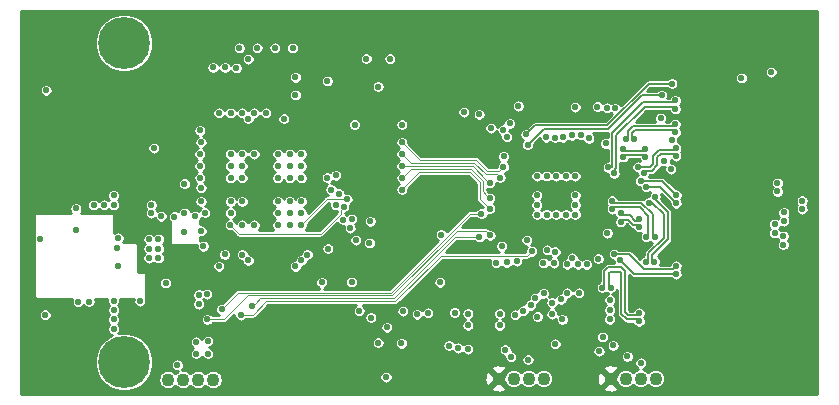
<source format=gbr>
G04 #@! TF.GenerationSoftware,KiCad,Pcbnew,5.1.5+dfsg1-2~bpo10+1*
G04 #@! TF.CreationDate,2020-03-26T22:27:21+01:00*
G04 #@! TF.ProjectId,SDI-bridge,5344492d-6272-4696-9467-652e6b696361,rev?*
G04 #@! TF.SameCoordinates,Original*
G04 #@! TF.FileFunction,Copper,L4,Inr*
G04 #@! TF.FilePolarity,Positive*
%FSLAX46Y46*%
G04 Gerber Fmt 4.6, Leading zero omitted, Abs format (unit mm)*
G04 Created by KiCad (PCBNEW 5.1.5+dfsg1-2~bpo10+1) date 2020-03-26 22:27:21*
%MOMM*%
%LPD*%
G04 APERTURE LIST*
%ADD10C,1.100000*%
%ADD11C,0.550000*%
%ADD12C,4.400000*%
%ADD13C,0.125000*%
%ADD14C,0.150000*%
%ADD15C,0.254000*%
G04 APERTURE END LIST*
D10*
X112700000Y-131496000D03*
X113970000Y-131496000D03*
X115240000Y-131496000D03*
X116510000Y-131496000D03*
X154000000Y-131400000D03*
X152730000Y-131400000D03*
X151460000Y-131400000D03*
X150190000Y-131400000D03*
X144500000Y-131400000D03*
X143230000Y-131400000D03*
X141960000Y-131400000D03*
X140690000Y-131400000D03*
D11*
X147195000Y-115077500D03*
X143945000Y-115077500D03*
X120000000Y-116400000D03*
X119000000Y-117400000D03*
X120000000Y-117400000D03*
D12*
X159000000Y-103000000D03*
X159000000Y-130000000D03*
D11*
X163720000Y-123450000D03*
X163700000Y-121960000D03*
X144370000Y-111629444D03*
X150995000Y-106465000D03*
X138245000Y-131715000D03*
X139995000Y-129715000D03*
X140825000Y-127885000D03*
X146115000Y-127855000D03*
X112545000Y-128295000D03*
X112545000Y-127305000D03*
X127400000Y-110400000D03*
X126300000Y-113400000D03*
X124300000Y-109400000D03*
X126500000Y-109400000D03*
X125400000Y-109400000D03*
X163700000Y-124940006D03*
X125890000Y-129930000D03*
X123500000Y-122650000D03*
X146438676Y-108522410D03*
X143900000Y-129020000D03*
X142220000Y-129020000D03*
X147990000Y-131470000D03*
X122005000Y-108405000D03*
X149885000Y-120015000D03*
X135265000Y-128445000D03*
X149775000Y-110785000D03*
X147825000Y-120275000D03*
X148515000Y-120565000D03*
X139925000Y-111575000D03*
X146250000Y-128750000D03*
X163810000Y-120450000D03*
X165210000Y-115970000D03*
X165210000Y-114210000D03*
X137020000Y-117150000D03*
X132220000Y-122550000D03*
X119974991Y-113400000D03*
X119974991Y-114400000D03*
X143070000Y-128854979D03*
X126649998Y-117400000D03*
X117227510Y-130090000D03*
X138940000Y-131700000D03*
X138245000Y-129715000D03*
X146382500Y-114265000D03*
X146382500Y-117515000D03*
X122000000Y-116400000D03*
X122000000Y-117400000D03*
X145200000Y-125950000D03*
X150400000Y-128600000D03*
X149500000Y-127900000D03*
X149905000Y-119095000D03*
X143985000Y-126155000D03*
X135825000Y-119210000D03*
X147170000Y-108420000D03*
X140035000Y-110195000D03*
X149200000Y-129084990D03*
X121989991Y-113394980D03*
X121989991Y-114400000D03*
X111100000Y-119600000D03*
D12*
X109000000Y-103000000D03*
X109000000Y-130000000D03*
D11*
X118000000Y-113400000D03*
X119000000Y-113400000D03*
X118000000Y-114400000D03*
X119000000Y-114400000D03*
X115500000Y-116400000D03*
X117505000Y-105065000D03*
X119505000Y-104365000D03*
X116505000Y-105065000D03*
X129495000Y-104315000D03*
X131495000Y-104325000D03*
X140785000Y-125905000D03*
X140775000Y-126895000D03*
X146495000Y-124145000D03*
X147495000Y-124145000D03*
X146100000Y-126400000D03*
X115300000Y-124300000D03*
X115300000Y-125100000D03*
X108500000Y-119500000D03*
X111300000Y-117400000D03*
X111300000Y-116700000D03*
X114100000Y-117400000D03*
X114100000Y-114900000D03*
X108100000Y-115900000D03*
X115500000Y-118900000D03*
X115400000Y-114400000D03*
X115400000Y-113400000D03*
X115400000Y-112400000D03*
X115400000Y-110400000D03*
X117000000Y-108900000D03*
X119000000Y-108900000D03*
X102390000Y-107000000D03*
X102320000Y-126000000D03*
X106020000Y-124890000D03*
X110330000Y-124849990D03*
X111900000Y-119600000D03*
X111100000Y-120400000D03*
X111900000Y-120400000D03*
X111100000Y-121200000D03*
X111900000Y-121200000D03*
X115700000Y-120200000D03*
X115834184Y-117357909D03*
X134715000Y-125845000D03*
X142775000Y-125670010D03*
X119000000Y-116410010D03*
X118000000Y-116410010D03*
X118000000Y-112400000D03*
X119000000Y-112400000D03*
X115500000Y-111400000D03*
X150100000Y-126390000D03*
X150100002Y-125600000D03*
X150120000Y-124760000D03*
X138100000Y-125900000D03*
X138100000Y-126900000D03*
X111500000Y-111900000D03*
X115500000Y-115250000D03*
X118500000Y-105100000D03*
X115000000Y-117650000D03*
X136965000Y-125815000D03*
X131165000Y-131275000D03*
X132475000Y-128425000D03*
X138095000Y-128905000D03*
X142100000Y-126020000D03*
X161260000Y-105950000D03*
X163790000Y-105450000D03*
X141250002Y-128950000D03*
X137245000Y-128815000D03*
X136485000Y-128605000D03*
X150570000Y-108520000D03*
X147195000Y-115890000D03*
X149885000Y-108485000D03*
X115079998Y-128290000D03*
X115090000Y-129300002D03*
X116080000Y-128230000D03*
X116080000Y-129300000D03*
X132500000Y-115400000D03*
X139954998Y-117015000D03*
X132500000Y-114400000D03*
X139944648Y-116118980D03*
X132500000Y-113400000D03*
X139935000Y-114825000D03*
X140820459Y-114392683D03*
X132500000Y-112400000D03*
X132500000Y-111400000D03*
X141109293Y-113458443D03*
X126205000Y-106205000D03*
X146940000Y-110803147D03*
X123500000Y-105900000D03*
X145445000Y-111005000D03*
X123500000Y-107400000D03*
X144735718Y-110973427D03*
X123000000Y-118400000D03*
X140494994Y-121610000D03*
X123000000Y-117400000D03*
X141370000Y-121570000D03*
X124000000Y-117400000D03*
X142245000Y-121465000D03*
X120000000Y-108900000D03*
X144815000Y-120515000D03*
X120245000Y-103400000D03*
X140950000Y-120170010D03*
X121000000Y-108900000D03*
X128500000Y-109900000D03*
X123250000Y-103400000D03*
X120000000Y-112400000D03*
X143405000Y-125195000D03*
X118750000Y-103400000D03*
X145500000Y-120660000D03*
X122000000Y-112400000D03*
X121750000Y-103400000D03*
X146940000Y-121190000D03*
X120000000Y-118400000D03*
X144495000Y-121610000D03*
X118000000Y-117400000D03*
X145360000Y-121620000D03*
X119500000Y-121400000D03*
X139080000Y-119400000D03*
X119850002Y-125260000D03*
X119000000Y-120900000D03*
X143495000Y-120625000D03*
X118860000Y-126030000D03*
X119000000Y-118400000D03*
X123500000Y-121900000D03*
X124000000Y-121400000D03*
X124500004Y-120900000D03*
X126250000Y-120400000D03*
X128620000Y-119680000D03*
X128125000Y-118670000D03*
X128250000Y-117900000D03*
X127505000Y-117950000D03*
X127175000Y-115745000D03*
X126500000Y-115400006D03*
X126180000Y-114390000D03*
X129765022Y-119915992D03*
X124000000Y-112400000D03*
X129840004Y-118090000D03*
X124003705Y-118396295D03*
X127875000Y-116220000D03*
X147710000Y-110790000D03*
X124000000Y-116400000D03*
X130495000Y-128365000D03*
X124000000Y-114400000D03*
X131245000Y-127065000D03*
X124000000Y-113400000D03*
X147410000Y-121740000D03*
X123000000Y-116400000D03*
X133795000Y-125965000D03*
X123000000Y-114400000D03*
X128245000Y-123215000D03*
X123000000Y-113400000D03*
X143075000Y-119685000D03*
X123000000Y-112400000D03*
X148145000Y-121740000D03*
X117000000Y-121900000D03*
X139980000Y-119280000D03*
X116040000Y-126400000D03*
X141115000Y-112595000D03*
X127595000Y-116850000D03*
X117974991Y-118400000D03*
X146495000Y-121740000D03*
X117502882Y-120897118D03*
X112140000Y-117660000D03*
X108100000Y-116700000D03*
X105100000Y-124900000D03*
X104900000Y-118800000D03*
X104900000Y-117000000D03*
X106399994Y-116700000D03*
X107300000Y-116700000D03*
X108100000Y-124800000D03*
X108099998Y-125600000D03*
X108100000Y-126400000D03*
X108100000Y-127200000D03*
X147195000Y-116702500D03*
X149065000Y-108375000D03*
X143945000Y-117515000D03*
X142374390Y-108326615D03*
X139250000Y-117440000D03*
X117240000Y-125550000D03*
X141730000Y-129560000D03*
X155365000Y-106425000D03*
X155365000Y-111185000D03*
X143015000Y-110735000D03*
X154495000Y-107425000D03*
X143145000Y-111605000D03*
X155280000Y-113670000D03*
X143187118Y-129804999D03*
X154415000Y-109355000D03*
X128895000Y-125670010D03*
X151600883Y-129530883D03*
X152730000Y-130080004D03*
X129875000Y-126235000D03*
X154730000Y-112960000D03*
X164310000Y-114837500D03*
X164310000Y-115562500D03*
X166390000Y-116337500D03*
X166390000Y-117062500D03*
X164840000Y-117337500D03*
X164840000Y-118062500D03*
X164060000Y-118337500D03*
X164060000Y-119062500D03*
X164810000Y-119337500D03*
X164810000Y-120062500D03*
X114090000Y-119010000D03*
X152565000Y-118566250D03*
X151025000Y-118131250D03*
X152565000Y-117853750D03*
X151025000Y-117418750D03*
X150305000Y-117058750D03*
X153188750Y-119405000D03*
X150305000Y-116346250D03*
X153901250Y-119405000D03*
X150996907Y-121376907D03*
X155730008Y-122566250D03*
X150493093Y-120873093D03*
X155730008Y-121853750D03*
X153168750Y-121495000D03*
X153443093Y-116496907D03*
X153881250Y-121495000D03*
X153946907Y-115993093D03*
X152605000Y-126566250D03*
X150181250Y-123705000D03*
X152605000Y-125853750D03*
X149468750Y-123705000D03*
X155665000Y-108566250D03*
X150476907Y-114036907D03*
X155665000Y-107853750D03*
X149973093Y-113533093D03*
X155655000Y-110566250D03*
X152181250Y-111085000D03*
X155655000Y-109853750D03*
X151468750Y-111085000D03*
X155695000Y-112566250D03*
X152976907Y-113976907D03*
X155695000Y-111853750D03*
X152473093Y-113473093D03*
X151265000Y-112656250D03*
X153135000Y-112661250D03*
X151265000Y-111943750D03*
X153135000Y-111948750D03*
X153216907Y-115166907D03*
X155730008Y-116566250D03*
X152713093Y-114663093D03*
X155730008Y-115853750D03*
X145500000Y-128470000D03*
X108450000Y-121850000D03*
X108400000Y-120350000D03*
X101900000Y-119600000D03*
X141635000Y-109805000D03*
X122000000Y-118400000D03*
X118000000Y-108900000D03*
X122500000Y-109400000D03*
X126900000Y-114200000D03*
X146000000Y-124700000D03*
X143800000Y-124600000D03*
X144500000Y-124200000D03*
X113250000Y-117700000D03*
X113500000Y-130250000D03*
X116000000Y-124250000D03*
X145205000Y-124965000D03*
X126895000Y-116710000D03*
X125720000Y-123260000D03*
X135730000Y-123250000D03*
X149750000Y-111500000D03*
X148345000Y-111075000D03*
X149145000Y-121255000D03*
X137755000Y-108845000D03*
X119500000Y-109400000D03*
X143945000Y-114265000D03*
X144757500Y-114265000D03*
X144757500Y-117515000D03*
X143945000Y-116702500D03*
X145570000Y-114265000D03*
X141385000Y-110945000D03*
X141075000Y-110345000D03*
X132590000Y-125700000D03*
X112500000Y-123300000D03*
X146137273Y-110970868D03*
X130500000Y-106680010D03*
X132500000Y-109900000D03*
X139055000Y-109035000D03*
X147195000Y-114265000D03*
X145570000Y-117515000D03*
X147195000Y-117515000D03*
X143945000Y-115890000D03*
D13*
X139129999Y-116190001D02*
X139954998Y-117015000D01*
X139129999Y-114749999D02*
X139129999Y-116190001D01*
X138290000Y-113910000D02*
X139129999Y-114749999D01*
X133980000Y-113910000D02*
X138290000Y-113910000D01*
X132500000Y-115390000D02*
X133980000Y-113910000D01*
X132500000Y-115400000D02*
X132500000Y-115390000D01*
X138393557Y-113659989D02*
X139380010Y-114646442D01*
X139669649Y-115843981D02*
X139944648Y-116118980D01*
X132500000Y-114400000D02*
X133240011Y-113659989D01*
X139380010Y-115554342D02*
X139669649Y-115843981D01*
X139380010Y-114646442D02*
X139380010Y-115554342D01*
X133240011Y-113659989D02*
X138393557Y-113659989D01*
X132888930Y-113400022D02*
X138510022Y-113400022D01*
X139660001Y-114550001D02*
X139935000Y-114825000D01*
X132888908Y-113400000D02*
X132888930Y-113400022D01*
X138510022Y-113400022D02*
X139660001Y-114550001D01*
X132500000Y-113400000D02*
X132888908Y-113400000D01*
X140545460Y-114117684D02*
X140820459Y-114392683D01*
X133260011Y-113150011D02*
X138630011Y-113150011D01*
X132510000Y-112400000D02*
X133260011Y-113150011D01*
X139597684Y-114117684D02*
X140545460Y-114117684D01*
X138630011Y-113150011D02*
X139597684Y-114117684D01*
X132500000Y-112400000D02*
X132510000Y-112400000D01*
X132510000Y-111400000D02*
X134010000Y-112900000D01*
X132500000Y-111400000D02*
X132510000Y-111400000D01*
X138800000Y-112900000D02*
X139740000Y-113840000D01*
X140727736Y-113840000D02*
X141109293Y-113458443D01*
X134010000Y-112900000D02*
X138800000Y-112900000D01*
X139740000Y-113840000D02*
X140727736Y-113840000D01*
X120490013Y-124619989D02*
X120125001Y-124985001D01*
X120125001Y-124985001D02*
X119850002Y-125260000D01*
X131806443Y-124619989D02*
X120490013Y-124619989D01*
X137026432Y-119400000D02*
X131806443Y-124619989D01*
X139080000Y-119400000D02*
X137026432Y-119400000D01*
X119248908Y-126030000D02*
X118860000Y-126030000D01*
X143117501Y-121002499D02*
X135807501Y-121002499D01*
X143495000Y-120625000D02*
X143117501Y-121002499D01*
X131940000Y-124870000D02*
X121030000Y-124870000D01*
X121030000Y-124870000D02*
X119870000Y-126030000D01*
X135807501Y-121002499D02*
X131940000Y-124870000D01*
X119870000Y-126030000D02*
X119248908Y-126030000D01*
X126180000Y-116220000D02*
X124003705Y-118396295D01*
X127875000Y-116220000D02*
X126180000Y-116220000D01*
X139980000Y-119280000D02*
X139620000Y-118920000D01*
X139620000Y-118920000D02*
X137152864Y-118920000D01*
X116428908Y-126400000D02*
X116040000Y-126400000D01*
X117422908Y-126400000D02*
X116428908Y-126400000D01*
X119452930Y-124369978D02*
X117422908Y-126400000D01*
X131702886Y-124369978D02*
X119452930Y-124369978D01*
X137152864Y-118920000D02*
X131702886Y-124369978D01*
X118249990Y-118674999D02*
X117974991Y-118400000D01*
X118714991Y-119140000D02*
X118249990Y-118674999D01*
X127595000Y-116850000D02*
X127320001Y-117124999D01*
X125630000Y-119140000D02*
X118714991Y-119140000D01*
X127320001Y-117449999D02*
X125630000Y-119140000D01*
X127320001Y-117124999D02*
X127320001Y-117449999D01*
X117514999Y-125275001D02*
X117240000Y-125550000D01*
X131580033Y-124119967D02*
X118670033Y-124119967D01*
X118670033Y-124119967D02*
X117514999Y-125275001D01*
X138260000Y-117440000D02*
X131580033Y-124119967D01*
X139250000Y-117440000D02*
X138260000Y-117440000D01*
D14*
X149860000Y-109960000D02*
X153395000Y-106425000D01*
X153395000Y-106425000D02*
X155365000Y-106425000D01*
X143015000Y-110735000D02*
X143790000Y-109960000D01*
X143790000Y-109960000D02*
X149860000Y-109960000D01*
X149970000Y-110270000D02*
X152815000Y-107425000D01*
X144500000Y-110270000D02*
X149970000Y-110270000D01*
X152815000Y-107425000D02*
X154495000Y-107425000D01*
X143145000Y-111605000D02*
X143165000Y-111605000D01*
X143165000Y-111605000D02*
X144500000Y-110270000D01*
X152396250Y-118397500D02*
X152072334Y-118397500D01*
X152565000Y-118566250D02*
X152396250Y-118397500D01*
X152072334Y-118397500D02*
X151637334Y-117962500D01*
X151193750Y-117962500D02*
X151025000Y-118131250D01*
X151637334Y-117962500D02*
X151193750Y-117962500D01*
X152565000Y-117853750D02*
X152396250Y-118022500D01*
X152396250Y-118022500D02*
X152227666Y-118022500D01*
X151193750Y-117587500D02*
X151025000Y-117418750D01*
X152227666Y-118022500D02*
X151792666Y-117587500D01*
X151792666Y-117587500D02*
X151193750Y-117587500D01*
X153357500Y-119236250D02*
X153188750Y-119405000D01*
X152634834Y-116890000D02*
X153357500Y-117612666D01*
X150473750Y-116890000D02*
X152634834Y-116890000D01*
X150305000Y-117058750D02*
X150473750Y-116890000D01*
X153357500Y-117612666D02*
X153357500Y-119236250D01*
X153732500Y-119236250D02*
X153901250Y-119405000D01*
X153732500Y-117457334D02*
X153732500Y-119236250D01*
X150473750Y-116515000D02*
X152790166Y-116515000D01*
X152790166Y-116515000D02*
X153732500Y-117457334D01*
X150305000Y-116346250D02*
X150473750Y-116515000D01*
X152186250Y-122566250D02*
X155730008Y-122566250D01*
X150996907Y-121376907D02*
X152186250Y-122566250D01*
X150493093Y-120873093D02*
X151778259Y-120873093D01*
X153033915Y-122128749D02*
X155455009Y-122128749D01*
X155455009Y-122128749D02*
X155730008Y-121853750D01*
X151778259Y-120873093D02*
X153033915Y-122128749D01*
X153337500Y-120807334D02*
X153337500Y-121326250D01*
X154677500Y-119467334D02*
X153337500Y-120807334D01*
X153337500Y-121326250D02*
X153168750Y-121495000D01*
X154677500Y-117492666D02*
X153681741Y-116496907D01*
X154677500Y-119467334D02*
X154677500Y-117492666D01*
X153681741Y-116496907D02*
X153443093Y-116496907D01*
X153712500Y-121326250D02*
X153881250Y-121495000D01*
X155052500Y-119622666D02*
X153712500Y-120962666D01*
X153712500Y-120962666D02*
X153712500Y-121326250D01*
X153946907Y-116231741D02*
X153946907Y-115993093D01*
X155052500Y-119622666D02*
X155052500Y-117337334D01*
X155052500Y-117337334D02*
X153946907Y-116231741D01*
X150012500Y-122472666D02*
X150142666Y-122342500D01*
X150142666Y-122342500D02*
X150947334Y-122342500D01*
X150947334Y-122342500D02*
X151047500Y-122442666D01*
X151047500Y-122442666D02*
X151047500Y-125912666D01*
X151047500Y-125912666D02*
X151532334Y-126397500D01*
X152436250Y-126397500D02*
X152605000Y-126566250D01*
X151532334Y-126397500D02*
X152436250Y-126397500D01*
X150012500Y-122472666D02*
X150012500Y-123536250D01*
X150012500Y-123536250D02*
X150181250Y-123705000D01*
X149637500Y-122317334D02*
X149987334Y-121967500D01*
X149987334Y-121967500D02*
X151102666Y-121967500D01*
X151102666Y-121967500D02*
X151422500Y-122287334D01*
X151422500Y-122287334D02*
X151422500Y-125757334D01*
X151422500Y-125757334D02*
X151687666Y-126022500D01*
X151687666Y-126022500D02*
X152436250Y-126022500D01*
X152436250Y-126022500D02*
X152605000Y-125853750D01*
X149637500Y-122317334D02*
X149637500Y-123536250D01*
X149637500Y-123536250D02*
X149468750Y-123705000D01*
X153067666Y-108397500D02*
X150662500Y-110802666D01*
X155496250Y-108397500D02*
X153067666Y-108397500D01*
X155665000Y-108566250D02*
X155496250Y-108397500D01*
X150662500Y-113612666D02*
X150476907Y-113798259D01*
X150662500Y-110802666D02*
X150662500Y-113612666D01*
X150476907Y-113798259D02*
X150476907Y-114036907D01*
X152912334Y-108022500D02*
X150287500Y-110647334D01*
X155496250Y-108022500D02*
X152912334Y-108022500D01*
X155665000Y-107853750D02*
X155496250Y-108022500D01*
X150211741Y-113533093D02*
X149973093Y-113533093D01*
X150287500Y-110647334D02*
X150287500Y-113457334D01*
X150287500Y-113457334D02*
X150211741Y-113533093D01*
X152012500Y-110916250D02*
X152181250Y-111085000D01*
X152012500Y-110632666D02*
X152012500Y-110916250D01*
X152247666Y-110397500D02*
X152012500Y-110632666D01*
X155486250Y-110397500D02*
X152247666Y-110397500D01*
X155655000Y-110566250D02*
X155486250Y-110397500D01*
X151637500Y-110477334D02*
X151637500Y-110916250D01*
X151637500Y-110916250D02*
X151468750Y-111085000D01*
X155655000Y-109853750D02*
X155486250Y-110022500D01*
X155486250Y-110022500D02*
X152092334Y-110022500D01*
X152092334Y-110022500D02*
X151637500Y-110477334D01*
X153105721Y-113848093D02*
X152976907Y-113976907D01*
X153657073Y-113848093D02*
X153105721Y-113848093D01*
X154142500Y-112682666D02*
X154142500Y-113362666D01*
X154427666Y-112397500D02*
X154142500Y-112682666D01*
X154142500Y-113362666D02*
X153657073Y-113848093D01*
X155526250Y-112397500D02*
X154427666Y-112397500D01*
X155695000Y-112566250D02*
X155526250Y-112397500D01*
X153105721Y-113473093D02*
X152473093Y-113473093D01*
X153501741Y-113473093D02*
X153105721Y-113473093D01*
X153767500Y-113207334D02*
X153501741Y-113473093D01*
X155695000Y-111853750D02*
X155526250Y-112022500D01*
X155526250Y-112022500D02*
X154272334Y-112022500D01*
X153767500Y-112527334D02*
X153767500Y-113207334D01*
X154272334Y-112022500D02*
X153767500Y-112527334D01*
X151433750Y-112487500D02*
X151265000Y-112656250D01*
X153135000Y-112661250D02*
X152961250Y-112487500D01*
X152961250Y-112487500D02*
X151433750Y-112487500D01*
X151433750Y-112112500D02*
X151265000Y-111943750D01*
X153135000Y-111948750D02*
X152971250Y-112112500D01*
X152971250Y-112112500D02*
X151433750Y-112112500D01*
X154330665Y-115166907D02*
X155730008Y-116566250D01*
X153216907Y-115166907D02*
X154330665Y-115166907D01*
X154539351Y-114663093D02*
X155730008Y-115853750D01*
X152713093Y-114663093D02*
X154539351Y-114663093D01*
D15*
G36*
X167698001Y-132698000D02*
G01*
X100302000Y-132698000D01*
X100302000Y-125945633D01*
X101768000Y-125945633D01*
X101768000Y-126054367D01*
X101789213Y-126161012D01*
X101830824Y-126261470D01*
X101891234Y-126351880D01*
X101968120Y-126428766D01*
X102058530Y-126489176D01*
X102158988Y-126530787D01*
X102265633Y-126552000D01*
X102374367Y-126552000D01*
X102481012Y-126530787D01*
X102581470Y-126489176D01*
X102671880Y-126428766D01*
X102748766Y-126351880D01*
X102809176Y-126261470D01*
X102850787Y-126161012D01*
X102872000Y-126054367D01*
X102872000Y-125945633D01*
X102850787Y-125838988D01*
X102809176Y-125738530D01*
X102748766Y-125648120D01*
X102671880Y-125571234D01*
X102581470Y-125510824D01*
X102481012Y-125469213D01*
X102374367Y-125448000D01*
X102265633Y-125448000D01*
X102158988Y-125469213D01*
X102058530Y-125510824D01*
X101968120Y-125571234D01*
X101891234Y-125648120D01*
X101830824Y-125738530D01*
X101789213Y-125838988D01*
X101768000Y-125945633D01*
X100302000Y-125945633D01*
X100302000Y-119545633D01*
X101348000Y-119545633D01*
X101348000Y-119654367D01*
X101369213Y-119761012D01*
X101373000Y-119770155D01*
X101373000Y-124500000D01*
X101375440Y-124524776D01*
X101382667Y-124548601D01*
X101394403Y-124570557D01*
X101410197Y-124589803D01*
X101429443Y-124605597D01*
X101451399Y-124617333D01*
X101475224Y-124624560D01*
X101500000Y-124627000D01*
X104618528Y-124627000D01*
X104610824Y-124638530D01*
X104569213Y-124738988D01*
X104548000Y-124845633D01*
X104548000Y-124954367D01*
X104569213Y-125061012D01*
X104610824Y-125161470D01*
X104671234Y-125251880D01*
X104748120Y-125328766D01*
X104838530Y-125389176D01*
X104938988Y-125430787D01*
X105045633Y-125452000D01*
X105154367Y-125452000D01*
X105261012Y-125430787D01*
X105361470Y-125389176D01*
X105451880Y-125328766D01*
X105528766Y-125251880D01*
X105563341Y-125200135D01*
X105591234Y-125241880D01*
X105668120Y-125318766D01*
X105758530Y-125379176D01*
X105858988Y-125420787D01*
X105965633Y-125442000D01*
X106074367Y-125442000D01*
X106181012Y-125420787D01*
X106281470Y-125379176D01*
X106371880Y-125318766D01*
X106448766Y-125241880D01*
X106509176Y-125151470D01*
X106550787Y-125051012D01*
X106572000Y-124944367D01*
X106572000Y-124835633D01*
X106550787Y-124728988D01*
X106509176Y-124628530D01*
X106508154Y-124627000D01*
X107574179Y-124627000D01*
X107569213Y-124638988D01*
X107548000Y-124745633D01*
X107548000Y-124854367D01*
X107569213Y-124961012D01*
X107610824Y-125061470D01*
X107671234Y-125151880D01*
X107719353Y-125199999D01*
X107671232Y-125248120D01*
X107610822Y-125338530D01*
X107569211Y-125438988D01*
X107547998Y-125545633D01*
X107547998Y-125654367D01*
X107569211Y-125761012D01*
X107610822Y-125861470D01*
X107671232Y-125951880D01*
X107719353Y-126000001D01*
X107671234Y-126048120D01*
X107610824Y-126138530D01*
X107569213Y-126238988D01*
X107548000Y-126345633D01*
X107548000Y-126454367D01*
X107569213Y-126561012D01*
X107610824Y-126661470D01*
X107671234Y-126751880D01*
X107719354Y-126800000D01*
X107671234Y-126848120D01*
X107610824Y-126938530D01*
X107569213Y-127038988D01*
X107548000Y-127145633D01*
X107548000Y-127254367D01*
X107569213Y-127361012D01*
X107610824Y-127461470D01*
X107671234Y-127551880D01*
X107748120Y-127628766D01*
X107838530Y-127689176D01*
X107938988Y-127730787D01*
X107984025Y-127739745D01*
X107826701Y-127804911D01*
X107421005Y-128075989D01*
X107075989Y-128421005D01*
X106804911Y-128826701D01*
X106618190Y-129277486D01*
X106523000Y-129756037D01*
X106523000Y-130243963D01*
X106618190Y-130722514D01*
X106804911Y-131173299D01*
X107075989Y-131578995D01*
X107421005Y-131924011D01*
X107826701Y-132195089D01*
X108277486Y-132381810D01*
X108756037Y-132477000D01*
X109243963Y-132477000D01*
X109722514Y-132381810D01*
X110173299Y-132195089D01*
X110578995Y-131924011D01*
X110924011Y-131578995D01*
X111033891Y-131414548D01*
X111873000Y-131414548D01*
X111873000Y-131577452D01*
X111904782Y-131737227D01*
X111967123Y-131887731D01*
X112057628Y-132023181D01*
X112172819Y-132138372D01*
X112308269Y-132228877D01*
X112458773Y-132291218D01*
X112618548Y-132323000D01*
X112781452Y-132323000D01*
X112941227Y-132291218D01*
X113091731Y-132228877D01*
X113227181Y-132138372D01*
X113335000Y-132030553D01*
X113442819Y-132138372D01*
X113578269Y-132228877D01*
X113728773Y-132291218D01*
X113888548Y-132323000D01*
X114051452Y-132323000D01*
X114211227Y-132291218D01*
X114361731Y-132228877D01*
X114497181Y-132138372D01*
X114605000Y-132030553D01*
X114712819Y-132138372D01*
X114848269Y-132228877D01*
X114998773Y-132291218D01*
X115158548Y-132323000D01*
X115321452Y-132323000D01*
X115481227Y-132291218D01*
X115631731Y-132228877D01*
X115767181Y-132138372D01*
X115875000Y-132030553D01*
X115982819Y-132138372D01*
X116118269Y-132228877D01*
X116268773Y-132291218D01*
X116428548Y-132323000D01*
X116591452Y-132323000D01*
X116751227Y-132291218D01*
X116901731Y-132228877D01*
X116924027Y-132213979D01*
X140055626Y-132213979D01*
X140096841Y-132432478D01*
X140309665Y-132528359D01*
X140537105Y-132580878D01*
X140770421Y-132588016D01*
X141000646Y-132549500D01*
X141218934Y-132466808D01*
X141283159Y-132432478D01*
X141324374Y-132213979D01*
X140690000Y-131579605D01*
X140055626Y-132213979D01*
X116924027Y-132213979D01*
X117037181Y-132138372D01*
X117152372Y-132023181D01*
X117242877Y-131887731D01*
X117305218Y-131737227D01*
X117337000Y-131577452D01*
X117337000Y-131414548D01*
X117305218Y-131254773D01*
X117291077Y-131220633D01*
X130613000Y-131220633D01*
X130613000Y-131329367D01*
X130634213Y-131436012D01*
X130675824Y-131536470D01*
X130736234Y-131626880D01*
X130813120Y-131703766D01*
X130903530Y-131764176D01*
X131003988Y-131805787D01*
X131110633Y-131827000D01*
X131219367Y-131827000D01*
X131326012Y-131805787D01*
X131426470Y-131764176D01*
X131516880Y-131703766D01*
X131593766Y-131626880D01*
X131654176Y-131536470D01*
X131677392Y-131480421D01*
X139501984Y-131480421D01*
X139540500Y-131710646D01*
X139623192Y-131928934D01*
X139657522Y-131993159D01*
X139876021Y-132034374D01*
X140510395Y-131400000D01*
X140869605Y-131400000D01*
X141202931Y-131733326D01*
X141227123Y-131791731D01*
X141317628Y-131927181D01*
X141432819Y-132042372D01*
X141568269Y-132132877D01*
X141718773Y-132195218D01*
X141878548Y-132227000D01*
X142041452Y-132227000D01*
X142201227Y-132195218D01*
X142351731Y-132132877D01*
X142487181Y-132042372D01*
X142595000Y-131934553D01*
X142702819Y-132042372D01*
X142838269Y-132132877D01*
X142988773Y-132195218D01*
X143148548Y-132227000D01*
X143311452Y-132227000D01*
X143471227Y-132195218D01*
X143621731Y-132132877D01*
X143757181Y-132042372D01*
X143865000Y-131934553D01*
X143972819Y-132042372D01*
X144108269Y-132132877D01*
X144258773Y-132195218D01*
X144418548Y-132227000D01*
X144581452Y-132227000D01*
X144646911Y-132213979D01*
X149555626Y-132213979D01*
X149596841Y-132432478D01*
X149809665Y-132528359D01*
X150037105Y-132580878D01*
X150270421Y-132588016D01*
X150500646Y-132549500D01*
X150718934Y-132466808D01*
X150783159Y-132432478D01*
X150824374Y-132213979D01*
X150190000Y-131579605D01*
X149555626Y-132213979D01*
X144646911Y-132213979D01*
X144741227Y-132195218D01*
X144891731Y-132132877D01*
X145027181Y-132042372D01*
X145142372Y-131927181D01*
X145232877Y-131791731D01*
X145295218Y-131641227D01*
X145327000Y-131481452D01*
X145327000Y-131480421D01*
X149001984Y-131480421D01*
X149040500Y-131710646D01*
X149123192Y-131928934D01*
X149157522Y-131993159D01*
X149376021Y-132034374D01*
X150010395Y-131400000D01*
X150369605Y-131400000D01*
X150702931Y-131733326D01*
X150727123Y-131791731D01*
X150817628Y-131927181D01*
X150932819Y-132042372D01*
X151068269Y-132132877D01*
X151218773Y-132195218D01*
X151378548Y-132227000D01*
X151541452Y-132227000D01*
X151701227Y-132195218D01*
X151851731Y-132132877D01*
X151987181Y-132042372D01*
X152095000Y-131934553D01*
X152202819Y-132042372D01*
X152338269Y-132132877D01*
X152488773Y-132195218D01*
X152648548Y-132227000D01*
X152811452Y-132227000D01*
X152971227Y-132195218D01*
X153121731Y-132132877D01*
X153257181Y-132042372D01*
X153365000Y-131934553D01*
X153472819Y-132042372D01*
X153608269Y-132132877D01*
X153758773Y-132195218D01*
X153918548Y-132227000D01*
X154081452Y-132227000D01*
X154241227Y-132195218D01*
X154391731Y-132132877D01*
X154527181Y-132042372D01*
X154642372Y-131927181D01*
X154732877Y-131791731D01*
X154795218Y-131641227D01*
X154827000Y-131481452D01*
X154827000Y-131318548D01*
X154795218Y-131158773D01*
X154732877Y-131008269D01*
X154642372Y-130872819D01*
X154527181Y-130757628D01*
X154391731Y-130667123D01*
X154241227Y-130604782D01*
X154081452Y-130573000D01*
X153918548Y-130573000D01*
X153758773Y-130604782D01*
X153608269Y-130667123D01*
X153472819Y-130757628D01*
X153365000Y-130865447D01*
X153257181Y-130757628D01*
X153121731Y-130667123D01*
X152971227Y-130604782D01*
X152926837Y-130595952D01*
X152991470Y-130569180D01*
X153081880Y-130508770D01*
X153158766Y-130431884D01*
X153219176Y-130341474D01*
X153260787Y-130241016D01*
X153282000Y-130134371D01*
X153282000Y-130025637D01*
X153260787Y-129918992D01*
X153219176Y-129818534D01*
X153158766Y-129728124D01*
X153081880Y-129651238D01*
X152991470Y-129590828D01*
X152891012Y-129549217D01*
X152784367Y-129528004D01*
X152675633Y-129528004D01*
X152568988Y-129549217D01*
X152468530Y-129590828D01*
X152378120Y-129651238D01*
X152301234Y-129728124D01*
X152240824Y-129818534D01*
X152199213Y-129918992D01*
X152178000Y-130025637D01*
X152178000Y-130134371D01*
X152199213Y-130241016D01*
X152240824Y-130341474D01*
X152301234Y-130431884D01*
X152378120Y-130508770D01*
X152468530Y-130569180D01*
X152533163Y-130595952D01*
X152488773Y-130604782D01*
X152338269Y-130667123D01*
X152202819Y-130757628D01*
X152095000Y-130865447D01*
X151987181Y-130757628D01*
X151851731Y-130667123D01*
X151701227Y-130604782D01*
X151541452Y-130573000D01*
X151378548Y-130573000D01*
X151218773Y-130604782D01*
X151068269Y-130667123D01*
X150932819Y-130757628D01*
X150817628Y-130872819D01*
X150727123Y-131008269D01*
X150702931Y-131066674D01*
X150369605Y-131400000D01*
X150010395Y-131400000D01*
X149376021Y-130765626D01*
X149157522Y-130806841D01*
X149061641Y-131019665D01*
X149009122Y-131247105D01*
X149001984Y-131480421D01*
X145327000Y-131480421D01*
X145327000Y-131318548D01*
X145295218Y-131158773D01*
X145232877Y-131008269D01*
X145142372Y-130872819D01*
X145027181Y-130757628D01*
X144891731Y-130667123D01*
X144741227Y-130604782D01*
X144646912Y-130586021D01*
X149555626Y-130586021D01*
X150190000Y-131220395D01*
X150824374Y-130586021D01*
X150783159Y-130367522D01*
X150570335Y-130271641D01*
X150342895Y-130219122D01*
X150109579Y-130211984D01*
X149879354Y-130250500D01*
X149661066Y-130333192D01*
X149596841Y-130367522D01*
X149555626Y-130586021D01*
X144646912Y-130586021D01*
X144581452Y-130573000D01*
X144418548Y-130573000D01*
X144258773Y-130604782D01*
X144108269Y-130667123D01*
X143972819Y-130757628D01*
X143865000Y-130865447D01*
X143757181Y-130757628D01*
X143621731Y-130667123D01*
X143471227Y-130604782D01*
X143311452Y-130573000D01*
X143148548Y-130573000D01*
X142988773Y-130604782D01*
X142838269Y-130667123D01*
X142702819Y-130757628D01*
X142595000Y-130865447D01*
X142487181Y-130757628D01*
X142351731Y-130667123D01*
X142201227Y-130604782D01*
X142041452Y-130573000D01*
X141878548Y-130573000D01*
X141718773Y-130604782D01*
X141568269Y-130667123D01*
X141432819Y-130757628D01*
X141317628Y-130872819D01*
X141227123Y-131008269D01*
X141202931Y-131066674D01*
X140869605Y-131400000D01*
X140510395Y-131400000D01*
X139876021Y-130765626D01*
X139657522Y-130806841D01*
X139561641Y-131019665D01*
X139509122Y-131247105D01*
X139501984Y-131480421D01*
X131677392Y-131480421D01*
X131695787Y-131436012D01*
X131717000Y-131329367D01*
X131717000Y-131220633D01*
X131695787Y-131113988D01*
X131654176Y-131013530D01*
X131593766Y-130923120D01*
X131516880Y-130846234D01*
X131426470Y-130785824D01*
X131326012Y-130744213D01*
X131219367Y-130723000D01*
X131110633Y-130723000D01*
X131003988Y-130744213D01*
X130903530Y-130785824D01*
X130813120Y-130846234D01*
X130736234Y-130923120D01*
X130675824Y-131013530D01*
X130634213Y-131113988D01*
X130613000Y-131220633D01*
X117291077Y-131220633D01*
X117242877Y-131104269D01*
X117152372Y-130968819D01*
X117037181Y-130853628D01*
X116901731Y-130763123D01*
X116751227Y-130700782D01*
X116591452Y-130669000D01*
X116428548Y-130669000D01*
X116268773Y-130700782D01*
X116118269Y-130763123D01*
X115982819Y-130853628D01*
X115875000Y-130961447D01*
X115767181Y-130853628D01*
X115631731Y-130763123D01*
X115481227Y-130700782D01*
X115321452Y-130669000D01*
X115158548Y-130669000D01*
X114998773Y-130700782D01*
X114848269Y-130763123D01*
X114712819Y-130853628D01*
X114605000Y-130961447D01*
X114497181Y-130853628D01*
X114361731Y-130763123D01*
X114211227Y-130700782D01*
X114051452Y-130669000D01*
X113888548Y-130669000D01*
X113854966Y-130675680D01*
X113928766Y-130601880D01*
X113939362Y-130586021D01*
X140055626Y-130586021D01*
X140690000Y-131220395D01*
X141324374Y-130586021D01*
X141283159Y-130367522D01*
X141070335Y-130271641D01*
X140842895Y-130219122D01*
X140609579Y-130211984D01*
X140379354Y-130250500D01*
X140161066Y-130333192D01*
X140096841Y-130367522D01*
X140055626Y-130586021D01*
X113939362Y-130586021D01*
X113989176Y-130511470D01*
X114030787Y-130411012D01*
X114052000Y-130304367D01*
X114052000Y-130195633D01*
X114030787Y-130088988D01*
X113989176Y-129988530D01*
X113928766Y-129898120D01*
X113851880Y-129821234D01*
X113761470Y-129760824D01*
X113661012Y-129719213D01*
X113554367Y-129698000D01*
X113445633Y-129698000D01*
X113338988Y-129719213D01*
X113238530Y-129760824D01*
X113148120Y-129821234D01*
X113071234Y-129898120D01*
X113010824Y-129988530D01*
X112969213Y-130088988D01*
X112948000Y-130195633D01*
X112948000Y-130304367D01*
X112969213Y-130411012D01*
X113010824Y-130511470D01*
X113071234Y-130601880D01*
X113148120Y-130678766D01*
X113238530Y-130739176D01*
X113338988Y-130780787D01*
X113445633Y-130802000D01*
X113520086Y-130802000D01*
X113442819Y-130853628D01*
X113335000Y-130961447D01*
X113227181Y-130853628D01*
X113091731Y-130763123D01*
X112941227Y-130700782D01*
X112781452Y-130669000D01*
X112618548Y-130669000D01*
X112458773Y-130700782D01*
X112308269Y-130763123D01*
X112172819Y-130853628D01*
X112057628Y-130968819D01*
X111967123Y-131104269D01*
X111904782Y-131254773D01*
X111873000Y-131414548D01*
X111033891Y-131414548D01*
X111195089Y-131173299D01*
X111381810Y-130722514D01*
X111477000Y-130243963D01*
X111477000Y-129756037D01*
X111381810Y-129277486D01*
X111195089Y-128826701D01*
X110924011Y-128421005D01*
X110738639Y-128235633D01*
X114527998Y-128235633D01*
X114527998Y-128344367D01*
X114549211Y-128451012D01*
X114590822Y-128551470D01*
X114651232Y-128641880D01*
X114728118Y-128718766D01*
X114818528Y-128779176D01*
X114861734Y-128797072D01*
X114828530Y-128810826D01*
X114738120Y-128871236D01*
X114661234Y-128948122D01*
X114600824Y-129038532D01*
X114559213Y-129138990D01*
X114538000Y-129245635D01*
X114538000Y-129354369D01*
X114559213Y-129461014D01*
X114600824Y-129561472D01*
X114661234Y-129651882D01*
X114738120Y-129728768D01*
X114828530Y-129789178D01*
X114928988Y-129830789D01*
X115035633Y-129852002D01*
X115144367Y-129852002D01*
X115251012Y-129830789D01*
X115351470Y-129789178D01*
X115441880Y-129728768D01*
X115518766Y-129651882D01*
X115579176Y-129561472D01*
X115585000Y-129547411D01*
X115590824Y-129561470D01*
X115651234Y-129651880D01*
X115728120Y-129728766D01*
X115818530Y-129789176D01*
X115918988Y-129830787D01*
X116025633Y-129852000D01*
X116134367Y-129852000D01*
X116241012Y-129830787D01*
X116341470Y-129789176D01*
X116431880Y-129728766D01*
X116508766Y-129651880D01*
X116569176Y-129561470D01*
X116610787Y-129461012D01*
X116632000Y-129354367D01*
X116632000Y-129245633D01*
X116610787Y-129138988D01*
X116569176Y-129038530D01*
X116508766Y-128948120D01*
X116431880Y-128871234D01*
X116341470Y-128810824D01*
X116241012Y-128769213D01*
X116219832Y-128765000D01*
X116241012Y-128760787D01*
X116341470Y-128719176D01*
X116431880Y-128658766D01*
X116508766Y-128581880D01*
X116569176Y-128491470D01*
X116610787Y-128391012D01*
X116626775Y-128310633D01*
X129943000Y-128310633D01*
X129943000Y-128419367D01*
X129964213Y-128526012D01*
X130005824Y-128626470D01*
X130066234Y-128716880D01*
X130143120Y-128793766D01*
X130233530Y-128854176D01*
X130333988Y-128895787D01*
X130440633Y-128917000D01*
X130549367Y-128917000D01*
X130656012Y-128895787D01*
X130756470Y-128854176D01*
X130846880Y-128793766D01*
X130923766Y-128716880D01*
X130984176Y-128626470D01*
X131025787Y-128526012D01*
X131047000Y-128419367D01*
X131047000Y-128370633D01*
X131923000Y-128370633D01*
X131923000Y-128479367D01*
X131944213Y-128586012D01*
X131985824Y-128686470D01*
X132046234Y-128776880D01*
X132123120Y-128853766D01*
X132213530Y-128914176D01*
X132313988Y-128955787D01*
X132420633Y-128977000D01*
X132529367Y-128977000D01*
X132636012Y-128955787D01*
X132736470Y-128914176D01*
X132826880Y-128853766D01*
X132903766Y-128776880D01*
X132964176Y-128686470D01*
X133005787Y-128586012D01*
X133012824Y-128550633D01*
X135933000Y-128550633D01*
X135933000Y-128659367D01*
X135954213Y-128766012D01*
X135995824Y-128866470D01*
X136056234Y-128956880D01*
X136133120Y-129033766D01*
X136223530Y-129094176D01*
X136323988Y-129135787D01*
X136430633Y-129157000D01*
X136539367Y-129157000D01*
X136646012Y-129135787D01*
X136746470Y-129094176D01*
X136761116Y-129084390D01*
X136816234Y-129166880D01*
X136893120Y-129243766D01*
X136983530Y-129304176D01*
X137083988Y-129345787D01*
X137190633Y-129367000D01*
X137299367Y-129367000D01*
X137406012Y-129345787D01*
X137506470Y-129304176D01*
X137596880Y-129243766D01*
X137633202Y-129207444D01*
X137666234Y-129256880D01*
X137743120Y-129333766D01*
X137833530Y-129394176D01*
X137933988Y-129435787D01*
X138040633Y-129457000D01*
X138149367Y-129457000D01*
X138256012Y-129435787D01*
X138356470Y-129394176D01*
X138446880Y-129333766D01*
X138523766Y-129256880D01*
X138584176Y-129166470D01*
X138625787Y-129066012D01*
X138647000Y-128959367D01*
X138647000Y-128895633D01*
X140698002Y-128895633D01*
X140698002Y-129004367D01*
X140719215Y-129111012D01*
X140760826Y-129211470D01*
X140821236Y-129301880D01*
X140898122Y-129378766D01*
X140988532Y-129439176D01*
X141088990Y-129480787D01*
X141179366Y-129498764D01*
X141178000Y-129505633D01*
X141178000Y-129614367D01*
X141199213Y-129721012D01*
X141240824Y-129821470D01*
X141301234Y-129911880D01*
X141378120Y-129988766D01*
X141468530Y-130049176D01*
X141568988Y-130090787D01*
X141675633Y-130112000D01*
X141784367Y-130112000D01*
X141891012Y-130090787D01*
X141991470Y-130049176D01*
X142081880Y-129988766D01*
X142158766Y-129911880D01*
X142219176Y-129821470D01*
X142248518Y-129750632D01*
X142635118Y-129750632D01*
X142635118Y-129859366D01*
X142656331Y-129966011D01*
X142697942Y-130066469D01*
X142758352Y-130156879D01*
X142835238Y-130233765D01*
X142925648Y-130294175D01*
X143026106Y-130335786D01*
X143132751Y-130356999D01*
X143241485Y-130356999D01*
X143348130Y-130335786D01*
X143448588Y-130294175D01*
X143538998Y-130233765D01*
X143615884Y-130156879D01*
X143676294Y-130066469D01*
X143717905Y-129966011D01*
X143739118Y-129859366D01*
X143739118Y-129750632D01*
X143717905Y-129643987D01*
X143676294Y-129543529D01*
X143615884Y-129453119D01*
X143538998Y-129376233D01*
X143448588Y-129315823D01*
X143348130Y-129274212D01*
X143241485Y-129252999D01*
X143132751Y-129252999D01*
X143026106Y-129274212D01*
X142925648Y-129315823D01*
X142835238Y-129376233D01*
X142758352Y-129453119D01*
X142697942Y-129543529D01*
X142656331Y-129643987D01*
X142635118Y-129750632D01*
X142248518Y-129750632D01*
X142260787Y-129721012D01*
X142282000Y-129614367D01*
X142282000Y-129505633D01*
X142260787Y-129398988D01*
X142219176Y-129298530D01*
X142158766Y-129208120D01*
X142081880Y-129131234D01*
X141991470Y-129070824D01*
X141894417Y-129030623D01*
X148648000Y-129030623D01*
X148648000Y-129139357D01*
X148669213Y-129246002D01*
X148710824Y-129346460D01*
X148771234Y-129436870D01*
X148848120Y-129513756D01*
X148938530Y-129574166D01*
X149038988Y-129615777D01*
X149145633Y-129636990D01*
X149254367Y-129636990D01*
X149361012Y-129615777D01*
X149461470Y-129574166D01*
X149551880Y-129513756D01*
X149589120Y-129476516D01*
X151048883Y-129476516D01*
X151048883Y-129585250D01*
X151070096Y-129691895D01*
X151111707Y-129792353D01*
X151172117Y-129882763D01*
X151249003Y-129959649D01*
X151339413Y-130020059D01*
X151439871Y-130061670D01*
X151546516Y-130082883D01*
X151655250Y-130082883D01*
X151761895Y-130061670D01*
X151862353Y-130020059D01*
X151952763Y-129959649D01*
X152029649Y-129882763D01*
X152090059Y-129792353D01*
X152131670Y-129691895D01*
X152152883Y-129585250D01*
X152152883Y-129476516D01*
X152131670Y-129369871D01*
X152090059Y-129269413D01*
X152029649Y-129179003D01*
X151952763Y-129102117D01*
X151862353Y-129041707D01*
X151761895Y-129000096D01*
X151655250Y-128978883D01*
X151546516Y-128978883D01*
X151439871Y-129000096D01*
X151339413Y-129041707D01*
X151249003Y-129102117D01*
X151172117Y-129179003D01*
X151111707Y-129269413D01*
X151070096Y-129369871D01*
X151048883Y-129476516D01*
X149589120Y-129476516D01*
X149628766Y-129436870D01*
X149689176Y-129346460D01*
X149730787Y-129246002D01*
X149752000Y-129139357D01*
X149752000Y-129030623D01*
X149730787Y-128923978D01*
X149689176Y-128823520D01*
X149628766Y-128733110D01*
X149551880Y-128656224D01*
X149461470Y-128595814D01*
X149361012Y-128554203D01*
X149317928Y-128545633D01*
X149848000Y-128545633D01*
X149848000Y-128654367D01*
X149869213Y-128761012D01*
X149910824Y-128861470D01*
X149971234Y-128951880D01*
X150048120Y-129028766D01*
X150138530Y-129089176D01*
X150238988Y-129130787D01*
X150345633Y-129152000D01*
X150454367Y-129152000D01*
X150561012Y-129130787D01*
X150661470Y-129089176D01*
X150751880Y-129028766D01*
X150828766Y-128951880D01*
X150889176Y-128861470D01*
X150930787Y-128761012D01*
X150952000Y-128654367D01*
X150952000Y-128545633D01*
X150930787Y-128438988D01*
X150889176Y-128338530D01*
X150828766Y-128248120D01*
X150751880Y-128171234D01*
X150661470Y-128110824D01*
X150561012Y-128069213D01*
X150454367Y-128048000D01*
X150345633Y-128048000D01*
X150238988Y-128069213D01*
X150138530Y-128110824D01*
X150048120Y-128171234D01*
X149971234Y-128248120D01*
X149910824Y-128338530D01*
X149869213Y-128438988D01*
X149848000Y-128545633D01*
X149317928Y-128545633D01*
X149254367Y-128532990D01*
X149145633Y-128532990D01*
X149038988Y-128554203D01*
X148938530Y-128595814D01*
X148848120Y-128656224D01*
X148771234Y-128733110D01*
X148710824Y-128823520D01*
X148669213Y-128923978D01*
X148648000Y-129030623D01*
X141894417Y-129030623D01*
X141891012Y-129029213D01*
X141800636Y-129011236D01*
X141802002Y-129004367D01*
X141802002Y-128895633D01*
X141780789Y-128788988D01*
X141739178Y-128688530D01*
X141678768Y-128598120D01*
X141601882Y-128521234D01*
X141511472Y-128460824D01*
X141411014Y-128419213D01*
X141393017Y-128415633D01*
X144948000Y-128415633D01*
X144948000Y-128524367D01*
X144969213Y-128631012D01*
X145010824Y-128731470D01*
X145071234Y-128821880D01*
X145148120Y-128898766D01*
X145238530Y-128959176D01*
X145338988Y-129000787D01*
X145445633Y-129022000D01*
X145554367Y-129022000D01*
X145661012Y-129000787D01*
X145761470Y-128959176D01*
X145851880Y-128898766D01*
X145928766Y-128821880D01*
X145989176Y-128731470D01*
X146030787Y-128631012D01*
X146052000Y-128524367D01*
X146052000Y-128415633D01*
X146030787Y-128308988D01*
X145989176Y-128208530D01*
X145928766Y-128118120D01*
X145851880Y-128041234D01*
X145761470Y-127980824D01*
X145661012Y-127939213D01*
X145554367Y-127918000D01*
X145445633Y-127918000D01*
X145338988Y-127939213D01*
X145238530Y-127980824D01*
X145148120Y-128041234D01*
X145071234Y-128118120D01*
X145010824Y-128208530D01*
X144969213Y-128308988D01*
X144948000Y-128415633D01*
X141393017Y-128415633D01*
X141304369Y-128398000D01*
X141195635Y-128398000D01*
X141088990Y-128419213D01*
X140988532Y-128460824D01*
X140898122Y-128521234D01*
X140821236Y-128598120D01*
X140760826Y-128688530D01*
X140719215Y-128788988D01*
X140698002Y-128895633D01*
X138647000Y-128895633D01*
X138647000Y-128850633D01*
X138625787Y-128743988D01*
X138584176Y-128643530D01*
X138523766Y-128553120D01*
X138446880Y-128476234D01*
X138356470Y-128415824D01*
X138256012Y-128374213D01*
X138149367Y-128353000D01*
X138040633Y-128353000D01*
X137933988Y-128374213D01*
X137833530Y-128415824D01*
X137743120Y-128476234D01*
X137706798Y-128512556D01*
X137673766Y-128463120D01*
X137596880Y-128386234D01*
X137506470Y-128325824D01*
X137406012Y-128284213D01*
X137299367Y-128263000D01*
X137190633Y-128263000D01*
X137083988Y-128284213D01*
X136983530Y-128325824D01*
X136968884Y-128335610D01*
X136913766Y-128253120D01*
X136836880Y-128176234D01*
X136746470Y-128115824D01*
X136646012Y-128074213D01*
X136539367Y-128053000D01*
X136430633Y-128053000D01*
X136323988Y-128074213D01*
X136223530Y-128115824D01*
X136133120Y-128176234D01*
X136056234Y-128253120D01*
X135995824Y-128343530D01*
X135954213Y-128443988D01*
X135933000Y-128550633D01*
X133012824Y-128550633D01*
X133027000Y-128479367D01*
X133027000Y-128370633D01*
X133005787Y-128263988D01*
X132964176Y-128163530D01*
X132903766Y-128073120D01*
X132826880Y-127996234D01*
X132736470Y-127935824D01*
X132636012Y-127894213D01*
X132529367Y-127873000D01*
X132420633Y-127873000D01*
X132313988Y-127894213D01*
X132213530Y-127935824D01*
X132123120Y-127996234D01*
X132046234Y-128073120D01*
X131985824Y-128163530D01*
X131944213Y-128263988D01*
X131923000Y-128370633D01*
X131047000Y-128370633D01*
X131047000Y-128310633D01*
X131025787Y-128203988D01*
X130984176Y-128103530D01*
X130923766Y-128013120D01*
X130846880Y-127936234D01*
X130756470Y-127875824D01*
X130683583Y-127845633D01*
X148948000Y-127845633D01*
X148948000Y-127954367D01*
X148969213Y-128061012D01*
X149010824Y-128161470D01*
X149071234Y-128251880D01*
X149148120Y-128328766D01*
X149238530Y-128389176D01*
X149338988Y-128430787D01*
X149445633Y-128452000D01*
X149554367Y-128452000D01*
X149661012Y-128430787D01*
X149761470Y-128389176D01*
X149851880Y-128328766D01*
X149928766Y-128251880D01*
X149989176Y-128161470D01*
X150030787Y-128061012D01*
X150052000Y-127954367D01*
X150052000Y-127845633D01*
X150030787Y-127738988D01*
X149989176Y-127638530D01*
X149928766Y-127548120D01*
X149851880Y-127471234D01*
X149761470Y-127410824D01*
X149661012Y-127369213D01*
X149554367Y-127348000D01*
X149445633Y-127348000D01*
X149338988Y-127369213D01*
X149238530Y-127410824D01*
X149148120Y-127471234D01*
X149071234Y-127548120D01*
X149010824Y-127638530D01*
X148969213Y-127738988D01*
X148948000Y-127845633D01*
X130683583Y-127845633D01*
X130656012Y-127834213D01*
X130549367Y-127813000D01*
X130440633Y-127813000D01*
X130333988Y-127834213D01*
X130233530Y-127875824D01*
X130143120Y-127936234D01*
X130066234Y-128013120D01*
X130005824Y-128103530D01*
X129964213Y-128203988D01*
X129943000Y-128310633D01*
X116626775Y-128310633D01*
X116632000Y-128284367D01*
X116632000Y-128175633D01*
X116610787Y-128068988D01*
X116569176Y-127968530D01*
X116508766Y-127878120D01*
X116431880Y-127801234D01*
X116341470Y-127740824D01*
X116241012Y-127699213D01*
X116134367Y-127678000D01*
X116025633Y-127678000D01*
X115918988Y-127699213D01*
X115818530Y-127740824D01*
X115728120Y-127801234D01*
X115651234Y-127878120D01*
X115590824Y-127968530D01*
X115567197Y-128025571D01*
X115508764Y-127938120D01*
X115431878Y-127861234D01*
X115341468Y-127800824D01*
X115241010Y-127759213D01*
X115134365Y-127738000D01*
X115025631Y-127738000D01*
X114918986Y-127759213D01*
X114818528Y-127800824D01*
X114728118Y-127861234D01*
X114651232Y-127938120D01*
X114590822Y-128028530D01*
X114549211Y-128128988D01*
X114527998Y-128235633D01*
X110738639Y-128235633D01*
X110578995Y-128075989D01*
X110173299Y-127804911D01*
X109722514Y-127618190D01*
X109243963Y-127523000D01*
X108756037Y-127523000D01*
X108508385Y-127572261D01*
X108528766Y-127551880D01*
X108589176Y-127461470D01*
X108630787Y-127361012D01*
X108652000Y-127254367D01*
X108652000Y-127145633D01*
X108630787Y-127038988D01*
X108619042Y-127010633D01*
X130693000Y-127010633D01*
X130693000Y-127119367D01*
X130714213Y-127226012D01*
X130755824Y-127326470D01*
X130816234Y-127416880D01*
X130893120Y-127493766D01*
X130983530Y-127554176D01*
X131083988Y-127595787D01*
X131190633Y-127617000D01*
X131299367Y-127617000D01*
X131406012Y-127595787D01*
X131506470Y-127554176D01*
X131596880Y-127493766D01*
X131673766Y-127416880D01*
X131734176Y-127326470D01*
X131775787Y-127226012D01*
X131797000Y-127119367D01*
X131797000Y-127010633D01*
X131775787Y-126903988D01*
X131734176Y-126803530D01*
X131673766Y-126713120D01*
X131596880Y-126636234D01*
X131506470Y-126575824D01*
X131406012Y-126534213D01*
X131299367Y-126513000D01*
X131190633Y-126513000D01*
X131083988Y-126534213D01*
X130983530Y-126575824D01*
X130893120Y-126636234D01*
X130816234Y-126713120D01*
X130755824Y-126803530D01*
X130714213Y-126903988D01*
X130693000Y-127010633D01*
X108619042Y-127010633D01*
X108589176Y-126938530D01*
X108528766Y-126848120D01*
X108480646Y-126800000D01*
X108528766Y-126751880D01*
X108589176Y-126661470D01*
X108630787Y-126561012D01*
X108652000Y-126454367D01*
X108652000Y-126345633D01*
X115488000Y-126345633D01*
X115488000Y-126454367D01*
X115509213Y-126561012D01*
X115550824Y-126661470D01*
X115611234Y-126751880D01*
X115688120Y-126828766D01*
X115778530Y-126889176D01*
X115878988Y-126930787D01*
X115985633Y-126952000D01*
X116094367Y-126952000D01*
X116201012Y-126930787D01*
X116301470Y-126889176D01*
X116391880Y-126828766D01*
X116468766Y-126751880D01*
X116477038Y-126739500D01*
X117406239Y-126739500D01*
X117422908Y-126741142D01*
X117439577Y-126739500D01*
X117439579Y-126739500D01*
X117489462Y-126734587D01*
X117553457Y-126715174D01*
X117612436Y-126683649D01*
X117664132Y-126641224D01*
X117674767Y-126628265D01*
X118308000Y-125995033D01*
X118308000Y-126084367D01*
X118329213Y-126191012D01*
X118370824Y-126291470D01*
X118431234Y-126381880D01*
X118508120Y-126458766D01*
X118598530Y-126519176D01*
X118698988Y-126560787D01*
X118805633Y-126582000D01*
X118914367Y-126582000D01*
X119021012Y-126560787D01*
X119121470Y-126519176D01*
X119211880Y-126458766D01*
X119288766Y-126381880D01*
X119297038Y-126369500D01*
X119853331Y-126369500D01*
X119870000Y-126371142D01*
X119886669Y-126369500D01*
X119886671Y-126369500D01*
X119936554Y-126364587D01*
X120000549Y-126345174D01*
X120059528Y-126313649D01*
X120111224Y-126271224D01*
X120121859Y-126258265D01*
X121170626Y-125209500D01*
X128590628Y-125209500D01*
X128543120Y-125241244D01*
X128466234Y-125318130D01*
X128405824Y-125408540D01*
X128364213Y-125508998D01*
X128343000Y-125615643D01*
X128343000Y-125724377D01*
X128364213Y-125831022D01*
X128405824Y-125931480D01*
X128466234Y-126021890D01*
X128543120Y-126098776D01*
X128633530Y-126159186D01*
X128733988Y-126200797D01*
X128840633Y-126222010D01*
X128949367Y-126222010D01*
X129056012Y-126200797D01*
X129104692Y-126180633D01*
X129323000Y-126180633D01*
X129323000Y-126289367D01*
X129344213Y-126396012D01*
X129385824Y-126496470D01*
X129446234Y-126586880D01*
X129523120Y-126663766D01*
X129613530Y-126724176D01*
X129713988Y-126765787D01*
X129820633Y-126787000D01*
X129929367Y-126787000D01*
X130036012Y-126765787D01*
X130136470Y-126724176D01*
X130226880Y-126663766D01*
X130303766Y-126586880D01*
X130364176Y-126496470D01*
X130405787Y-126396012D01*
X130427000Y-126289367D01*
X130427000Y-126180633D01*
X130405787Y-126073988D01*
X130364176Y-125973530D01*
X130303766Y-125883120D01*
X130226880Y-125806234D01*
X130136470Y-125745824D01*
X130036012Y-125704213D01*
X129929367Y-125683000D01*
X129820633Y-125683000D01*
X129713988Y-125704213D01*
X129613530Y-125745824D01*
X129523120Y-125806234D01*
X129446234Y-125883120D01*
X129385824Y-125973530D01*
X129344213Y-126073988D01*
X129323000Y-126180633D01*
X129104692Y-126180633D01*
X129156470Y-126159186D01*
X129246880Y-126098776D01*
X129323766Y-126021890D01*
X129384176Y-125931480D01*
X129425787Y-125831022D01*
X129447000Y-125724377D01*
X129447000Y-125645633D01*
X132038000Y-125645633D01*
X132038000Y-125754367D01*
X132059213Y-125861012D01*
X132100824Y-125961470D01*
X132161234Y-126051880D01*
X132238120Y-126128766D01*
X132328530Y-126189176D01*
X132428988Y-126230787D01*
X132535633Y-126252000D01*
X132644367Y-126252000D01*
X132751012Y-126230787D01*
X132851470Y-126189176D01*
X132941880Y-126128766D01*
X133018766Y-126051880D01*
X133079176Y-125961470D01*
X133100233Y-125910633D01*
X133243000Y-125910633D01*
X133243000Y-126019367D01*
X133264213Y-126126012D01*
X133305824Y-126226470D01*
X133366234Y-126316880D01*
X133443120Y-126393766D01*
X133533530Y-126454176D01*
X133633988Y-126495787D01*
X133740633Y-126517000D01*
X133849367Y-126517000D01*
X133956012Y-126495787D01*
X134056470Y-126454176D01*
X134146880Y-126393766D01*
X134223766Y-126316880D01*
X134284176Y-126226470D01*
X134293445Y-126204091D01*
X134363120Y-126273766D01*
X134453530Y-126334176D01*
X134553988Y-126375787D01*
X134660633Y-126397000D01*
X134769367Y-126397000D01*
X134876012Y-126375787D01*
X134976470Y-126334176D01*
X135066880Y-126273766D01*
X135143766Y-126196880D01*
X135204176Y-126106470D01*
X135245787Y-126006012D01*
X135267000Y-125899367D01*
X135267000Y-125790633D01*
X135261033Y-125760633D01*
X136413000Y-125760633D01*
X136413000Y-125869367D01*
X136434213Y-125976012D01*
X136475824Y-126076470D01*
X136536234Y-126166880D01*
X136613120Y-126243766D01*
X136703530Y-126304176D01*
X136803988Y-126345787D01*
X136910633Y-126367000D01*
X137019367Y-126367000D01*
X137126012Y-126345787D01*
X137226470Y-126304176D01*
X137316880Y-126243766D01*
X137393766Y-126166880D01*
X137454176Y-126076470D01*
X137495787Y-125976012D01*
X137517000Y-125869367D01*
X137517000Y-125845633D01*
X137548000Y-125845633D01*
X137548000Y-125954367D01*
X137569213Y-126061012D01*
X137610824Y-126161470D01*
X137671234Y-126251880D01*
X137748120Y-126328766D01*
X137838530Y-126389176D01*
X137864661Y-126400000D01*
X137838530Y-126410824D01*
X137748120Y-126471234D01*
X137671234Y-126548120D01*
X137610824Y-126638530D01*
X137569213Y-126738988D01*
X137548000Y-126845633D01*
X137548000Y-126954367D01*
X137569213Y-127061012D01*
X137610824Y-127161470D01*
X137671234Y-127251880D01*
X137748120Y-127328766D01*
X137838530Y-127389176D01*
X137938988Y-127430787D01*
X138045633Y-127452000D01*
X138154367Y-127452000D01*
X138261012Y-127430787D01*
X138361470Y-127389176D01*
X138451880Y-127328766D01*
X138528766Y-127251880D01*
X138589176Y-127161470D01*
X138630787Y-127061012D01*
X138652000Y-126954367D01*
X138652000Y-126845633D01*
X138651006Y-126840633D01*
X140223000Y-126840633D01*
X140223000Y-126949367D01*
X140244213Y-127056012D01*
X140285824Y-127156470D01*
X140346234Y-127246880D01*
X140423120Y-127323766D01*
X140513530Y-127384176D01*
X140613988Y-127425787D01*
X140720633Y-127447000D01*
X140829367Y-127447000D01*
X140936012Y-127425787D01*
X141036470Y-127384176D01*
X141126880Y-127323766D01*
X141203766Y-127246880D01*
X141264176Y-127156470D01*
X141305787Y-127056012D01*
X141327000Y-126949367D01*
X141327000Y-126840633D01*
X141305787Y-126733988D01*
X141264176Y-126633530D01*
X141203766Y-126543120D01*
X141126880Y-126466234D01*
X141036470Y-126405824D01*
X141027410Y-126402071D01*
X141046470Y-126394176D01*
X141136880Y-126333766D01*
X141213766Y-126256880D01*
X141274176Y-126166470D01*
X141315787Y-126066012D01*
X141335753Y-125965633D01*
X141548000Y-125965633D01*
X141548000Y-126074367D01*
X141569213Y-126181012D01*
X141610824Y-126281470D01*
X141671234Y-126371880D01*
X141748120Y-126448766D01*
X141838530Y-126509176D01*
X141938988Y-126550787D01*
X142045633Y-126572000D01*
X142154367Y-126572000D01*
X142261012Y-126550787D01*
X142361470Y-126509176D01*
X142451880Y-126448766D01*
X142528766Y-126371880D01*
X142589176Y-126281470D01*
X142621937Y-126202378D01*
X142720633Y-126222010D01*
X142829367Y-126222010D01*
X142936012Y-126200797D01*
X143036470Y-126159186D01*
X143124100Y-126100633D01*
X143433000Y-126100633D01*
X143433000Y-126209367D01*
X143454213Y-126316012D01*
X143495824Y-126416470D01*
X143556234Y-126506880D01*
X143633120Y-126583766D01*
X143723530Y-126644176D01*
X143823988Y-126685787D01*
X143930633Y-126707000D01*
X144039367Y-126707000D01*
X144146012Y-126685787D01*
X144246470Y-126644176D01*
X144336880Y-126583766D01*
X144413766Y-126506880D01*
X144474176Y-126416470D01*
X144515787Y-126316012D01*
X144537000Y-126209367D01*
X144537000Y-126100633D01*
X144515787Y-125993988D01*
X144474176Y-125893530D01*
X144413766Y-125803120D01*
X144336880Y-125726234D01*
X144246470Y-125665824D01*
X144146012Y-125624213D01*
X144039367Y-125603000D01*
X143930633Y-125603000D01*
X143823988Y-125624213D01*
X143723530Y-125665824D01*
X143633120Y-125726234D01*
X143556234Y-125803120D01*
X143495824Y-125893530D01*
X143454213Y-125993988D01*
X143433000Y-126100633D01*
X143124100Y-126100633D01*
X143126880Y-126098776D01*
X143203766Y-126021890D01*
X143264176Y-125931480D01*
X143305787Y-125831022D01*
X143323571Y-125741617D01*
X143350633Y-125747000D01*
X143459367Y-125747000D01*
X143566012Y-125725787D01*
X143666470Y-125684176D01*
X143756880Y-125623766D01*
X143833766Y-125546880D01*
X143894176Y-125456470D01*
X143935787Y-125356012D01*
X143957000Y-125249367D01*
X143957000Y-125140633D01*
X143955269Y-125131929D01*
X143961012Y-125130787D01*
X144061470Y-125089176D01*
X144151880Y-125028766D01*
X144228766Y-124951880D01*
X144289176Y-124861470D01*
X144330787Y-124761012D01*
X144336966Y-124729949D01*
X144338988Y-124730787D01*
X144445633Y-124752000D01*
X144554367Y-124752000D01*
X144661012Y-124730787D01*
X144713547Y-124709026D01*
X144674213Y-124803988D01*
X144653000Y-124910633D01*
X144653000Y-125019367D01*
X144674213Y-125126012D01*
X144715824Y-125226470D01*
X144776234Y-125316880D01*
X144853120Y-125393766D01*
X144943530Y-125454176D01*
X144949055Y-125456464D01*
X144938530Y-125460824D01*
X144848120Y-125521234D01*
X144771234Y-125598120D01*
X144710824Y-125688530D01*
X144669213Y-125788988D01*
X144648000Y-125895633D01*
X144648000Y-126004367D01*
X144669213Y-126111012D01*
X144710824Y-126211470D01*
X144771234Y-126301880D01*
X144848120Y-126378766D01*
X144938530Y-126439176D01*
X145038988Y-126480787D01*
X145145633Y-126502000D01*
X145254367Y-126502000D01*
X145361012Y-126480787D01*
X145461470Y-126439176D01*
X145548000Y-126381359D01*
X145548000Y-126454367D01*
X145569213Y-126561012D01*
X145610824Y-126661470D01*
X145671234Y-126751880D01*
X145748120Y-126828766D01*
X145838530Y-126889176D01*
X145938988Y-126930787D01*
X146045633Y-126952000D01*
X146154367Y-126952000D01*
X146261012Y-126930787D01*
X146361470Y-126889176D01*
X146451880Y-126828766D01*
X146528766Y-126751880D01*
X146589176Y-126661470D01*
X146630787Y-126561012D01*
X146652000Y-126454367D01*
X146652000Y-126345633D01*
X146630787Y-126238988D01*
X146589176Y-126138530D01*
X146528766Y-126048120D01*
X146451880Y-125971234D01*
X146361470Y-125910824D01*
X146261012Y-125869213D01*
X146154367Y-125848000D01*
X146045633Y-125848000D01*
X145938988Y-125869213D01*
X145838530Y-125910824D01*
X145752000Y-125968641D01*
X145752000Y-125895633D01*
X145730787Y-125788988D01*
X145689176Y-125688530D01*
X145628766Y-125598120D01*
X145551880Y-125521234D01*
X145461470Y-125460824D01*
X145455945Y-125458536D01*
X145466470Y-125454176D01*
X145556880Y-125393766D01*
X145633766Y-125316880D01*
X145694176Y-125226470D01*
X145715890Y-125174048D01*
X145738530Y-125189176D01*
X145838988Y-125230787D01*
X145945633Y-125252000D01*
X146054367Y-125252000D01*
X146161012Y-125230787D01*
X146261470Y-125189176D01*
X146351880Y-125128766D01*
X146428766Y-125051880D01*
X146489176Y-124961470D01*
X146530787Y-124861012D01*
X146552000Y-124754367D01*
X146552000Y-124696476D01*
X146656012Y-124675787D01*
X146756470Y-124634176D01*
X146846880Y-124573766D01*
X146923766Y-124496880D01*
X146984176Y-124406470D01*
X146995000Y-124380339D01*
X147005824Y-124406470D01*
X147066234Y-124496880D01*
X147143120Y-124573766D01*
X147233530Y-124634176D01*
X147333988Y-124675787D01*
X147440633Y-124697000D01*
X147549367Y-124697000D01*
X147656012Y-124675787D01*
X147756470Y-124634176D01*
X147846880Y-124573766D01*
X147923766Y-124496880D01*
X147984176Y-124406470D01*
X148025787Y-124306012D01*
X148047000Y-124199367D01*
X148047000Y-124090633D01*
X148025787Y-123983988D01*
X147984176Y-123883530D01*
X147923766Y-123793120D01*
X147846880Y-123716234D01*
X147756470Y-123655824D01*
X147656012Y-123614213D01*
X147549367Y-123593000D01*
X147440633Y-123593000D01*
X147333988Y-123614213D01*
X147233530Y-123655824D01*
X147143120Y-123716234D01*
X147066234Y-123793120D01*
X147005824Y-123883530D01*
X146995000Y-123909661D01*
X146984176Y-123883530D01*
X146923766Y-123793120D01*
X146846880Y-123716234D01*
X146756470Y-123655824D01*
X146656012Y-123614213D01*
X146549367Y-123593000D01*
X146440633Y-123593000D01*
X146333988Y-123614213D01*
X146233530Y-123655824D01*
X146143120Y-123716234D01*
X146066234Y-123793120D01*
X146005824Y-123883530D01*
X145964213Y-123983988D01*
X145943000Y-124090633D01*
X145943000Y-124148524D01*
X145838988Y-124169213D01*
X145738530Y-124210824D01*
X145648120Y-124271234D01*
X145571234Y-124348120D01*
X145510824Y-124438530D01*
X145489110Y-124490952D01*
X145466470Y-124475824D01*
X145366012Y-124434213D01*
X145259367Y-124413000D01*
X145150633Y-124413000D01*
X145043988Y-124434213D01*
X144991453Y-124455974D01*
X145030787Y-124361012D01*
X145052000Y-124254367D01*
X145052000Y-124145633D01*
X145030787Y-124038988D01*
X144989176Y-123938530D01*
X144928766Y-123848120D01*
X144851880Y-123771234D01*
X144761470Y-123710824D01*
X144661012Y-123669213D01*
X144554367Y-123648000D01*
X144445633Y-123648000D01*
X144338988Y-123669213D01*
X144238530Y-123710824D01*
X144148120Y-123771234D01*
X144071234Y-123848120D01*
X144010824Y-123938530D01*
X143969213Y-124038988D01*
X143963034Y-124070051D01*
X143961012Y-124069213D01*
X143854367Y-124048000D01*
X143745633Y-124048000D01*
X143638988Y-124069213D01*
X143538530Y-124110824D01*
X143448120Y-124171234D01*
X143371234Y-124248120D01*
X143310824Y-124338530D01*
X143269213Y-124438988D01*
X143248000Y-124545633D01*
X143248000Y-124654367D01*
X143249731Y-124663071D01*
X143243988Y-124664213D01*
X143143530Y-124705824D01*
X143053120Y-124766234D01*
X142976234Y-124843120D01*
X142915824Y-124933530D01*
X142874213Y-125033988D01*
X142856429Y-125123393D01*
X142829367Y-125118010D01*
X142720633Y-125118010D01*
X142613988Y-125139223D01*
X142513530Y-125180834D01*
X142423120Y-125241244D01*
X142346234Y-125318130D01*
X142285824Y-125408540D01*
X142253063Y-125487632D01*
X142154367Y-125468000D01*
X142045633Y-125468000D01*
X141938988Y-125489213D01*
X141838530Y-125530824D01*
X141748120Y-125591234D01*
X141671234Y-125668120D01*
X141610824Y-125758530D01*
X141569213Y-125858988D01*
X141548000Y-125965633D01*
X141335753Y-125965633D01*
X141337000Y-125959367D01*
X141337000Y-125850633D01*
X141315787Y-125743988D01*
X141274176Y-125643530D01*
X141213766Y-125553120D01*
X141136880Y-125476234D01*
X141046470Y-125415824D01*
X140946012Y-125374213D01*
X140839367Y-125353000D01*
X140730633Y-125353000D01*
X140623988Y-125374213D01*
X140523530Y-125415824D01*
X140433120Y-125476234D01*
X140356234Y-125553120D01*
X140295824Y-125643530D01*
X140254213Y-125743988D01*
X140233000Y-125850633D01*
X140233000Y-125959367D01*
X140254213Y-126066012D01*
X140295824Y-126166470D01*
X140356234Y-126256880D01*
X140433120Y-126333766D01*
X140523530Y-126394176D01*
X140532590Y-126397929D01*
X140513530Y-126405824D01*
X140423120Y-126466234D01*
X140346234Y-126543120D01*
X140285824Y-126633530D01*
X140244213Y-126733988D01*
X140223000Y-126840633D01*
X138651006Y-126840633D01*
X138630787Y-126738988D01*
X138589176Y-126638530D01*
X138528766Y-126548120D01*
X138451880Y-126471234D01*
X138361470Y-126410824D01*
X138335339Y-126400000D01*
X138361470Y-126389176D01*
X138451880Y-126328766D01*
X138528766Y-126251880D01*
X138589176Y-126161470D01*
X138630787Y-126061012D01*
X138652000Y-125954367D01*
X138652000Y-125845633D01*
X138630787Y-125738988D01*
X138589176Y-125638530D01*
X138528766Y-125548120D01*
X138451880Y-125471234D01*
X138361470Y-125410824D01*
X138261012Y-125369213D01*
X138154367Y-125348000D01*
X138045633Y-125348000D01*
X137938988Y-125369213D01*
X137838530Y-125410824D01*
X137748120Y-125471234D01*
X137671234Y-125548120D01*
X137610824Y-125638530D01*
X137569213Y-125738988D01*
X137548000Y-125845633D01*
X137517000Y-125845633D01*
X137517000Y-125760633D01*
X137495787Y-125653988D01*
X137454176Y-125553530D01*
X137393766Y-125463120D01*
X137316880Y-125386234D01*
X137226470Y-125325824D01*
X137126012Y-125284213D01*
X137019367Y-125263000D01*
X136910633Y-125263000D01*
X136803988Y-125284213D01*
X136703530Y-125325824D01*
X136613120Y-125386234D01*
X136536234Y-125463120D01*
X136475824Y-125553530D01*
X136434213Y-125653988D01*
X136413000Y-125760633D01*
X135261033Y-125760633D01*
X135245787Y-125683988D01*
X135204176Y-125583530D01*
X135143766Y-125493120D01*
X135066880Y-125416234D01*
X134976470Y-125355824D01*
X134876012Y-125314213D01*
X134769367Y-125293000D01*
X134660633Y-125293000D01*
X134553988Y-125314213D01*
X134453530Y-125355824D01*
X134363120Y-125416234D01*
X134286234Y-125493120D01*
X134225824Y-125583530D01*
X134216555Y-125605909D01*
X134146880Y-125536234D01*
X134056470Y-125475824D01*
X133956012Y-125434213D01*
X133849367Y-125413000D01*
X133740633Y-125413000D01*
X133633988Y-125434213D01*
X133533530Y-125475824D01*
X133443120Y-125536234D01*
X133366234Y-125613120D01*
X133305824Y-125703530D01*
X133264213Y-125803988D01*
X133243000Y-125910633D01*
X133100233Y-125910633D01*
X133120787Y-125861012D01*
X133142000Y-125754367D01*
X133142000Y-125645633D01*
X133120787Y-125538988D01*
X133079176Y-125438530D01*
X133018766Y-125348120D01*
X132941880Y-125271234D01*
X132851470Y-125210824D01*
X132751012Y-125169213D01*
X132644367Y-125148000D01*
X132535633Y-125148000D01*
X132428988Y-125169213D01*
X132328530Y-125210824D01*
X132238120Y-125271234D01*
X132161234Y-125348120D01*
X132100824Y-125438530D01*
X132059213Y-125538988D01*
X132038000Y-125645633D01*
X129447000Y-125645633D01*
X129447000Y-125615643D01*
X129425787Y-125508998D01*
X129384176Y-125408540D01*
X129323766Y-125318130D01*
X129246880Y-125241244D01*
X129199372Y-125209500D01*
X131923331Y-125209500D01*
X131940000Y-125211142D01*
X131956669Y-125209500D01*
X131956671Y-125209500D01*
X132006554Y-125204587D01*
X132070549Y-125185174D01*
X132129528Y-125153649D01*
X132181224Y-125111224D01*
X132191859Y-125098265D01*
X134094491Y-123195633D01*
X135178000Y-123195633D01*
X135178000Y-123304367D01*
X135199213Y-123411012D01*
X135240824Y-123511470D01*
X135301234Y-123601880D01*
X135378120Y-123678766D01*
X135468530Y-123739176D01*
X135568988Y-123780787D01*
X135675633Y-123802000D01*
X135784367Y-123802000D01*
X135891012Y-123780787D01*
X135991470Y-123739176D01*
X136081880Y-123678766D01*
X136158766Y-123601880D01*
X136219176Y-123511470D01*
X136260787Y-123411012D01*
X136282000Y-123304367D01*
X136282000Y-123195633D01*
X136260787Y-123088988D01*
X136219176Y-122988530D01*
X136158766Y-122898120D01*
X136081880Y-122821234D01*
X135991470Y-122760824D01*
X135891012Y-122719213D01*
X135784367Y-122698000D01*
X135675633Y-122698000D01*
X135568988Y-122719213D01*
X135468530Y-122760824D01*
X135378120Y-122821234D01*
X135301234Y-122898120D01*
X135240824Y-122988530D01*
X135199213Y-123088988D01*
X135178000Y-123195633D01*
X134094491Y-123195633D01*
X135948126Y-121341999D01*
X140010182Y-121341999D01*
X140005818Y-121348530D01*
X139964207Y-121448988D01*
X139942994Y-121555633D01*
X139942994Y-121664367D01*
X139964207Y-121771012D01*
X140005818Y-121871470D01*
X140066228Y-121961880D01*
X140143114Y-122038766D01*
X140233524Y-122099176D01*
X140333982Y-122140787D01*
X140440627Y-122162000D01*
X140549361Y-122162000D01*
X140656006Y-122140787D01*
X140756464Y-122099176D01*
X140846874Y-122038766D01*
X140923760Y-121961880D01*
X140946781Y-121927427D01*
X141018120Y-121998766D01*
X141108530Y-122059176D01*
X141208988Y-122100787D01*
X141315633Y-122122000D01*
X141424367Y-122122000D01*
X141531012Y-122100787D01*
X141631470Y-122059176D01*
X141721880Y-121998766D01*
X141798766Y-121921880D01*
X141847820Y-121848466D01*
X141893120Y-121893766D01*
X141983530Y-121954176D01*
X142083988Y-121995787D01*
X142190633Y-122017000D01*
X142299367Y-122017000D01*
X142406012Y-121995787D01*
X142506470Y-121954176D01*
X142596880Y-121893766D01*
X142673766Y-121816880D01*
X142734176Y-121726470D01*
X142775787Y-121626012D01*
X142789786Y-121555633D01*
X143943000Y-121555633D01*
X143943000Y-121664367D01*
X143964213Y-121771012D01*
X144005824Y-121871470D01*
X144066234Y-121961880D01*
X144143120Y-122038766D01*
X144233530Y-122099176D01*
X144333988Y-122140787D01*
X144440633Y-122162000D01*
X144549367Y-122162000D01*
X144656012Y-122140787D01*
X144756470Y-122099176D01*
X144846880Y-122038766D01*
X144923766Y-121961880D01*
X144924159Y-121961292D01*
X144931234Y-121971880D01*
X145008120Y-122048766D01*
X145098530Y-122109176D01*
X145198988Y-122150787D01*
X145305633Y-122172000D01*
X145414367Y-122172000D01*
X145521012Y-122150787D01*
X145621470Y-122109176D01*
X145711880Y-122048766D01*
X145788766Y-121971880D01*
X145849176Y-121881470D01*
X145890787Y-121781012D01*
X145909759Y-121685633D01*
X145943000Y-121685633D01*
X145943000Y-121794367D01*
X145964213Y-121901012D01*
X146005824Y-122001470D01*
X146066234Y-122091880D01*
X146143120Y-122168766D01*
X146233530Y-122229176D01*
X146333988Y-122270787D01*
X146440633Y-122292000D01*
X146549367Y-122292000D01*
X146656012Y-122270787D01*
X146756470Y-122229176D01*
X146846880Y-122168766D01*
X146923766Y-122091880D01*
X146952500Y-122048877D01*
X146981234Y-122091880D01*
X147058120Y-122168766D01*
X147148530Y-122229176D01*
X147248988Y-122270787D01*
X147355633Y-122292000D01*
X147464367Y-122292000D01*
X147571012Y-122270787D01*
X147671470Y-122229176D01*
X147761880Y-122168766D01*
X147777500Y-122153146D01*
X147793120Y-122168766D01*
X147883530Y-122229176D01*
X147983988Y-122270787D01*
X148090633Y-122292000D01*
X148199367Y-122292000D01*
X148306012Y-122270787D01*
X148406470Y-122229176D01*
X148496880Y-122168766D01*
X148573766Y-122091880D01*
X148634176Y-122001470D01*
X148675787Y-121901012D01*
X148697000Y-121794367D01*
X148697000Y-121685633D01*
X148675787Y-121578988D01*
X148634176Y-121478530D01*
X148573766Y-121388120D01*
X148496880Y-121311234D01*
X148406470Y-121250824D01*
X148306012Y-121209213D01*
X148262878Y-121200633D01*
X148593000Y-121200633D01*
X148593000Y-121309367D01*
X148614213Y-121416012D01*
X148655824Y-121516470D01*
X148716234Y-121606880D01*
X148793120Y-121683766D01*
X148883530Y-121744176D01*
X148983988Y-121785787D01*
X149090633Y-121807000D01*
X149199367Y-121807000D01*
X149306012Y-121785787D01*
X149406470Y-121744176D01*
X149496880Y-121683766D01*
X149573766Y-121606880D01*
X149634176Y-121516470D01*
X149675787Y-121416012D01*
X149697000Y-121309367D01*
X149697000Y-121200633D01*
X149675787Y-121093988D01*
X149634176Y-120993530D01*
X149573766Y-120903120D01*
X149496880Y-120826234D01*
X149406470Y-120765824D01*
X149306012Y-120724213D01*
X149199367Y-120703000D01*
X149090633Y-120703000D01*
X148983988Y-120724213D01*
X148883530Y-120765824D01*
X148793120Y-120826234D01*
X148716234Y-120903120D01*
X148655824Y-120993530D01*
X148614213Y-121093988D01*
X148593000Y-121200633D01*
X148262878Y-121200633D01*
X148199367Y-121188000D01*
X148090633Y-121188000D01*
X147983988Y-121209213D01*
X147883530Y-121250824D01*
X147793120Y-121311234D01*
X147777500Y-121326854D01*
X147761880Y-121311234D01*
X147671470Y-121250824D01*
X147571012Y-121209213D01*
X147492000Y-121193497D01*
X147492000Y-121135633D01*
X147470787Y-121028988D01*
X147429176Y-120928530D01*
X147368766Y-120838120D01*
X147291880Y-120761234D01*
X147201470Y-120700824D01*
X147101012Y-120659213D01*
X146994367Y-120638000D01*
X146885633Y-120638000D01*
X146778988Y-120659213D01*
X146678530Y-120700824D01*
X146588120Y-120761234D01*
X146511234Y-120838120D01*
X146450824Y-120928530D01*
X146409213Y-121028988D01*
X146388000Y-121135633D01*
X146388000Y-121198469D01*
X146333988Y-121209213D01*
X146233530Y-121250824D01*
X146143120Y-121311234D01*
X146066234Y-121388120D01*
X146005824Y-121478530D01*
X145964213Y-121578988D01*
X145943000Y-121685633D01*
X145909759Y-121685633D01*
X145912000Y-121674367D01*
X145912000Y-121565633D01*
X145890787Y-121458988D01*
X145849176Y-121358530D01*
X145788766Y-121268120D01*
X145711880Y-121191234D01*
X145692001Y-121177951D01*
X145761470Y-121149176D01*
X145851880Y-121088766D01*
X145928766Y-121011880D01*
X145989176Y-120921470D01*
X146030787Y-120821012D01*
X146052000Y-120714367D01*
X146052000Y-120605633D01*
X146030787Y-120498988D01*
X145989176Y-120398530D01*
X145928766Y-120308120D01*
X145851880Y-120231234D01*
X145761470Y-120170824D01*
X145661012Y-120129213D01*
X145554367Y-120108000D01*
X145445633Y-120108000D01*
X145338988Y-120129213D01*
X145246663Y-120167455D01*
X145243766Y-120163120D01*
X145166880Y-120086234D01*
X145076470Y-120025824D01*
X144976012Y-119984213D01*
X144869367Y-119963000D01*
X144760633Y-119963000D01*
X144653988Y-119984213D01*
X144553530Y-120025824D01*
X144463120Y-120086234D01*
X144386234Y-120163120D01*
X144325824Y-120253530D01*
X144284213Y-120353988D01*
X144263000Y-120460633D01*
X144263000Y-120569367D01*
X144284213Y-120676012D01*
X144325824Y-120776470D01*
X144386234Y-120866880D01*
X144463120Y-120943766D01*
X144553530Y-121004176D01*
X144653988Y-121045787D01*
X144760633Y-121067000D01*
X144869367Y-121067000D01*
X144976012Y-121045787D01*
X145068337Y-121007545D01*
X145071234Y-121011880D01*
X145148120Y-121088766D01*
X145167999Y-121102049D01*
X145098530Y-121130824D01*
X145008120Y-121191234D01*
X144931234Y-121268120D01*
X144930841Y-121268708D01*
X144923766Y-121258120D01*
X144846880Y-121181234D01*
X144756470Y-121120824D01*
X144656012Y-121079213D01*
X144549367Y-121058000D01*
X144440633Y-121058000D01*
X144333988Y-121079213D01*
X144233530Y-121120824D01*
X144143120Y-121181234D01*
X144066234Y-121258120D01*
X144005824Y-121348530D01*
X143964213Y-121448988D01*
X143943000Y-121555633D01*
X142789786Y-121555633D01*
X142797000Y-121519367D01*
X142797000Y-121410633D01*
X142783348Y-121341999D01*
X143100832Y-121341999D01*
X143117501Y-121343641D01*
X143134170Y-121341999D01*
X143134172Y-121341999D01*
X143184055Y-121337086D01*
X143248050Y-121317673D01*
X143307029Y-121286148D01*
X143358725Y-121243723D01*
X143369360Y-121230764D01*
X143426029Y-121174095D01*
X143440633Y-121177000D01*
X143549367Y-121177000D01*
X143656012Y-121155787D01*
X143756470Y-121114176D01*
X143846880Y-121053766D01*
X143923766Y-120976880D01*
X143984176Y-120886470D01*
X144025787Y-120786012D01*
X144047000Y-120679367D01*
X144047000Y-120570633D01*
X144025787Y-120463988D01*
X143984176Y-120363530D01*
X143923766Y-120273120D01*
X143846880Y-120196234D01*
X143756470Y-120135824D01*
X143656012Y-120094213D01*
X143549367Y-120073000D01*
X143467646Y-120073000D01*
X143503766Y-120036880D01*
X143564176Y-119946470D01*
X143605787Y-119846012D01*
X143627000Y-119739367D01*
X143627000Y-119630633D01*
X143605787Y-119523988D01*
X143564176Y-119423530D01*
X143503766Y-119333120D01*
X143426880Y-119256234D01*
X143336470Y-119195824D01*
X143236012Y-119154213D01*
X143129367Y-119133000D01*
X143020633Y-119133000D01*
X142913988Y-119154213D01*
X142813530Y-119195824D01*
X142723120Y-119256234D01*
X142646234Y-119333120D01*
X142585824Y-119423530D01*
X142544213Y-119523988D01*
X142523000Y-119630633D01*
X142523000Y-119739367D01*
X142544213Y-119846012D01*
X142585824Y-119946470D01*
X142646234Y-120036880D01*
X142723120Y-120113766D01*
X142813530Y-120174176D01*
X142913988Y-120215787D01*
X143020633Y-120237000D01*
X143102354Y-120237000D01*
X143066234Y-120273120D01*
X143005824Y-120363530D01*
X142964213Y-120463988D01*
X142943000Y-120570633D01*
X142943000Y-120662999D01*
X141202265Y-120662999D01*
X141211470Y-120659186D01*
X141301880Y-120598776D01*
X141378766Y-120521890D01*
X141439176Y-120431480D01*
X141480787Y-120331022D01*
X141502000Y-120224377D01*
X141502000Y-120115643D01*
X141480787Y-120008998D01*
X141439176Y-119908540D01*
X141378766Y-119818130D01*
X141301880Y-119741244D01*
X141211470Y-119680834D01*
X141111012Y-119639223D01*
X141004367Y-119618010D01*
X140895633Y-119618010D01*
X140788988Y-119639223D01*
X140688530Y-119680834D01*
X140598120Y-119741244D01*
X140521234Y-119818130D01*
X140460824Y-119908540D01*
X140419213Y-120008998D01*
X140398000Y-120115643D01*
X140398000Y-120224377D01*
X140419213Y-120331022D01*
X140460824Y-120431480D01*
X140521234Y-120521890D01*
X140598120Y-120598776D01*
X140688530Y-120659186D01*
X140697735Y-120662999D01*
X136243558Y-120662999D01*
X137167057Y-119739500D01*
X138642962Y-119739500D01*
X138651234Y-119751880D01*
X138728120Y-119828766D01*
X138818530Y-119889176D01*
X138918988Y-119930787D01*
X139025633Y-119952000D01*
X139134367Y-119952000D01*
X139241012Y-119930787D01*
X139341470Y-119889176D01*
X139431880Y-119828766D01*
X139508766Y-119751880D01*
X139569176Y-119661470D01*
X139572588Y-119653234D01*
X139628120Y-119708766D01*
X139718530Y-119769176D01*
X139818988Y-119810787D01*
X139925633Y-119832000D01*
X140034367Y-119832000D01*
X140141012Y-119810787D01*
X140241470Y-119769176D01*
X140331880Y-119708766D01*
X140408766Y-119631880D01*
X140469176Y-119541470D01*
X140510787Y-119441012D01*
X140532000Y-119334367D01*
X140532000Y-119225633D01*
X140510787Y-119118988D01*
X140478332Y-119040633D01*
X149353000Y-119040633D01*
X149353000Y-119149367D01*
X149374213Y-119256012D01*
X149415824Y-119356470D01*
X149476234Y-119446880D01*
X149553120Y-119523766D01*
X149643530Y-119584176D01*
X149743988Y-119625787D01*
X149850633Y-119647000D01*
X149959367Y-119647000D01*
X150066012Y-119625787D01*
X150166470Y-119584176D01*
X150256880Y-119523766D01*
X150333766Y-119446880D01*
X150394176Y-119356470D01*
X150435787Y-119256012D01*
X150457000Y-119149367D01*
X150457000Y-119040633D01*
X150435787Y-118933988D01*
X150394176Y-118833530D01*
X150333766Y-118743120D01*
X150256880Y-118666234D01*
X150166470Y-118605824D01*
X150066012Y-118564213D01*
X149959367Y-118543000D01*
X149850633Y-118543000D01*
X149743988Y-118564213D01*
X149643530Y-118605824D01*
X149553120Y-118666234D01*
X149476234Y-118743120D01*
X149415824Y-118833530D01*
X149374213Y-118933988D01*
X149353000Y-119040633D01*
X140478332Y-119040633D01*
X140469176Y-119018530D01*
X140408766Y-118928120D01*
X140331880Y-118851234D01*
X140241470Y-118790824D01*
X140141012Y-118749213D01*
X140034367Y-118728000D01*
X139925633Y-118728000D01*
X139911029Y-118730905D01*
X139871858Y-118691734D01*
X139861224Y-118678776D01*
X139809528Y-118636351D01*
X139750549Y-118604826D01*
X139686554Y-118585413D01*
X139636671Y-118580500D01*
X139636669Y-118580500D01*
X139620000Y-118578858D01*
X139603331Y-118580500D01*
X137599625Y-118580500D01*
X138400625Y-117779500D01*
X138812962Y-117779500D01*
X138821234Y-117791880D01*
X138898120Y-117868766D01*
X138988530Y-117929176D01*
X139088988Y-117970787D01*
X139195633Y-117992000D01*
X139304367Y-117992000D01*
X139411012Y-117970787D01*
X139511470Y-117929176D01*
X139601880Y-117868766D01*
X139678766Y-117791880D01*
X139739176Y-117701470D01*
X139780787Y-117601012D01*
X139791940Y-117544940D01*
X139793986Y-117545787D01*
X139900631Y-117567000D01*
X140009365Y-117567000D01*
X140116010Y-117545787D01*
X140216468Y-117504176D01*
X140306878Y-117443766D01*
X140383764Y-117366880D01*
X140444174Y-117276470D01*
X140485785Y-117176012D01*
X140506998Y-117069367D01*
X140506998Y-116960633D01*
X140485785Y-116853988D01*
X140444174Y-116753530D01*
X140383764Y-116663120D01*
X140306878Y-116586234D01*
X140272902Y-116563532D01*
X140296528Y-116547746D01*
X140373414Y-116470860D01*
X140433824Y-116380450D01*
X140475435Y-116279992D01*
X140496648Y-116173347D01*
X140496648Y-116064613D01*
X140475435Y-115957968D01*
X140433824Y-115857510D01*
X140419207Y-115835633D01*
X143393000Y-115835633D01*
X143393000Y-115944367D01*
X143414213Y-116051012D01*
X143455824Y-116151470D01*
X143516234Y-116241880D01*
X143570604Y-116296250D01*
X143516234Y-116350620D01*
X143455824Y-116441030D01*
X143414213Y-116541488D01*
X143393000Y-116648133D01*
X143393000Y-116756867D01*
X143414213Y-116863512D01*
X143455824Y-116963970D01*
X143516234Y-117054380D01*
X143570604Y-117108750D01*
X143516234Y-117163120D01*
X143455824Y-117253530D01*
X143414213Y-117353988D01*
X143393000Y-117460633D01*
X143393000Y-117569367D01*
X143414213Y-117676012D01*
X143455824Y-117776470D01*
X143516234Y-117866880D01*
X143593120Y-117943766D01*
X143683530Y-118004176D01*
X143783988Y-118045787D01*
X143890633Y-118067000D01*
X143999367Y-118067000D01*
X144106012Y-118045787D01*
X144206470Y-118004176D01*
X144296880Y-117943766D01*
X144351250Y-117889396D01*
X144405620Y-117943766D01*
X144496030Y-118004176D01*
X144596488Y-118045787D01*
X144703133Y-118067000D01*
X144811867Y-118067000D01*
X144918512Y-118045787D01*
X145018970Y-118004176D01*
X145109380Y-117943766D01*
X145163750Y-117889396D01*
X145218120Y-117943766D01*
X145308530Y-118004176D01*
X145408988Y-118045787D01*
X145515633Y-118067000D01*
X145624367Y-118067000D01*
X145731012Y-118045787D01*
X145831470Y-118004176D01*
X145921880Y-117943766D01*
X145976250Y-117889396D01*
X146030620Y-117943766D01*
X146121030Y-118004176D01*
X146221488Y-118045787D01*
X146328133Y-118067000D01*
X146436867Y-118067000D01*
X146543512Y-118045787D01*
X146643970Y-118004176D01*
X146734380Y-117943766D01*
X146788750Y-117889396D01*
X146843120Y-117943766D01*
X146933530Y-118004176D01*
X147033988Y-118045787D01*
X147140633Y-118067000D01*
X147249367Y-118067000D01*
X147356012Y-118045787D01*
X147456470Y-118004176D01*
X147546880Y-117943766D01*
X147623766Y-117866880D01*
X147684176Y-117776470D01*
X147725787Y-117676012D01*
X147747000Y-117569367D01*
X147747000Y-117460633D01*
X147725787Y-117353988D01*
X147684176Y-117253530D01*
X147623766Y-117163120D01*
X147569396Y-117108750D01*
X147623766Y-117054380D01*
X147684176Y-116963970D01*
X147725787Y-116863512D01*
X147747000Y-116756867D01*
X147747000Y-116648133D01*
X147725787Y-116541488D01*
X147684176Y-116441030D01*
X147623766Y-116350620D01*
X147569396Y-116296250D01*
X147623766Y-116241880D01*
X147684176Y-116151470D01*
X147725787Y-116051012D01*
X147747000Y-115944367D01*
X147747000Y-115835633D01*
X147725787Y-115728988D01*
X147684176Y-115628530D01*
X147623766Y-115538120D01*
X147546880Y-115461234D01*
X147456470Y-115400824D01*
X147356012Y-115359213D01*
X147249367Y-115338000D01*
X147140633Y-115338000D01*
X147033988Y-115359213D01*
X146933530Y-115400824D01*
X146843120Y-115461234D01*
X146766234Y-115538120D01*
X146705824Y-115628530D01*
X146664213Y-115728988D01*
X146643000Y-115835633D01*
X146643000Y-115944367D01*
X146664213Y-116051012D01*
X146705824Y-116151470D01*
X146766234Y-116241880D01*
X146820604Y-116296250D01*
X146766234Y-116350620D01*
X146705824Y-116441030D01*
X146664213Y-116541488D01*
X146643000Y-116648133D01*
X146643000Y-116756867D01*
X146664213Y-116863512D01*
X146705824Y-116963970D01*
X146766234Y-117054380D01*
X146820604Y-117108750D01*
X146788750Y-117140604D01*
X146734380Y-117086234D01*
X146643970Y-117025824D01*
X146543512Y-116984213D01*
X146436867Y-116963000D01*
X146328133Y-116963000D01*
X146221488Y-116984213D01*
X146121030Y-117025824D01*
X146030620Y-117086234D01*
X145976250Y-117140604D01*
X145921880Y-117086234D01*
X145831470Y-117025824D01*
X145731012Y-116984213D01*
X145624367Y-116963000D01*
X145515633Y-116963000D01*
X145408988Y-116984213D01*
X145308530Y-117025824D01*
X145218120Y-117086234D01*
X145163750Y-117140604D01*
X145109380Y-117086234D01*
X145018970Y-117025824D01*
X144918512Y-116984213D01*
X144811867Y-116963000D01*
X144703133Y-116963000D01*
X144596488Y-116984213D01*
X144496030Y-117025824D01*
X144405620Y-117086234D01*
X144351250Y-117140604D01*
X144319396Y-117108750D01*
X144373766Y-117054380D01*
X144434176Y-116963970D01*
X144475787Y-116863512D01*
X144497000Y-116756867D01*
X144497000Y-116648133D01*
X144475787Y-116541488D01*
X144434176Y-116441030D01*
X144373766Y-116350620D01*
X144319396Y-116296250D01*
X144373766Y-116241880D01*
X144434176Y-116151470D01*
X144475787Y-116051012D01*
X144497000Y-115944367D01*
X144497000Y-115835633D01*
X144475787Y-115728988D01*
X144434176Y-115628530D01*
X144373766Y-115538120D01*
X144296880Y-115461234D01*
X144206470Y-115400824D01*
X144106012Y-115359213D01*
X143999367Y-115338000D01*
X143890633Y-115338000D01*
X143783988Y-115359213D01*
X143683530Y-115400824D01*
X143593120Y-115461234D01*
X143516234Y-115538120D01*
X143455824Y-115628530D01*
X143414213Y-115728988D01*
X143393000Y-115835633D01*
X140419207Y-115835633D01*
X140373414Y-115767100D01*
X140296528Y-115690214D01*
X140206118Y-115629804D01*
X140105660Y-115588193D01*
X139999015Y-115566980D01*
X139890281Y-115566980D01*
X139875678Y-115569885D01*
X139719510Y-115413718D01*
X139719510Y-115333222D01*
X139773988Y-115355787D01*
X139880633Y-115377000D01*
X139989367Y-115377000D01*
X140096012Y-115355787D01*
X140196470Y-115314176D01*
X140286880Y-115253766D01*
X140363766Y-115176880D01*
X140424176Y-115086470D01*
X140465787Y-114986012D01*
X140487000Y-114879367D01*
X140487000Y-114833758D01*
X140558989Y-114881859D01*
X140659447Y-114923470D01*
X140766092Y-114944683D01*
X140874826Y-114944683D01*
X140981471Y-114923470D01*
X141081929Y-114881859D01*
X141172339Y-114821449D01*
X141249225Y-114744563D01*
X141309635Y-114654153D01*
X141351246Y-114553695D01*
X141372459Y-114447050D01*
X141372459Y-114338316D01*
X141351246Y-114231671D01*
X141342532Y-114210633D01*
X143393000Y-114210633D01*
X143393000Y-114319367D01*
X143414213Y-114426012D01*
X143455824Y-114526470D01*
X143516234Y-114616880D01*
X143593120Y-114693766D01*
X143683530Y-114754176D01*
X143783988Y-114795787D01*
X143890633Y-114817000D01*
X143999367Y-114817000D01*
X144106012Y-114795787D01*
X144206470Y-114754176D01*
X144296880Y-114693766D01*
X144351250Y-114639396D01*
X144405620Y-114693766D01*
X144496030Y-114754176D01*
X144596488Y-114795787D01*
X144703133Y-114817000D01*
X144811867Y-114817000D01*
X144918512Y-114795787D01*
X145018970Y-114754176D01*
X145109380Y-114693766D01*
X145163750Y-114639396D01*
X145218120Y-114693766D01*
X145308530Y-114754176D01*
X145408988Y-114795787D01*
X145515633Y-114817000D01*
X145624367Y-114817000D01*
X145731012Y-114795787D01*
X145831470Y-114754176D01*
X145921880Y-114693766D01*
X145976250Y-114639396D01*
X146030620Y-114693766D01*
X146121030Y-114754176D01*
X146221488Y-114795787D01*
X146328133Y-114817000D01*
X146436867Y-114817000D01*
X146543512Y-114795787D01*
X146643970Y-114754176D01*
X146734380Y-114693766D01*
X146788750Y-114639396D01*
X146843120Y-114693766D01*
X146933530Y-114754176D01*
X147033988Y-114795787D01*
X147140633Y-114817000D01*
X147249367Y-114817000D01*
X147356012Y-114795787D01*
X147456470Y-114754176D01*
X147546880Y-114693766D01*
X147623766Y-114616880D01*
X147684176Y-114526470D01*
X147725787Y-114426012D01*
X147747000Y-114319367D01*
X147747000Y-114210633D01*
X147725787Y-114103988D01*
X147684176Y-114003530D01*
X147623766Y-113913120D01*
X147546880Y-113836234D01*
X147456470Y-113775824D01*
X147356012Y-113734213D01*
X147249367Y-113713000D01*
X147140633Y-113713000D01*
X147033988Y-113734213D01*
X146933530Y-113775824D01*
X146843120Y-113836234D01*
X146788750Y-113890604D01*
X146734380Y-113836234D01*
X146643970Y-113775824D01*
X146543512Y-113734213D01*
X146436867Y-113713000D01*
X146328133Y-113713000D01*
X146221488Y-113734213D01*
X146121030Y-113775824D01*
X146030620Y-113836234D01*
X145976250Y-113890604D01*
X145921880Y-113836234D01*
X145831470Y-113775824D01*
X145731012Y-113734213D01*
X145624367Y-113713000D01*
X145515633Y-113713000D01*
X145408988Y-113734213D01*
X145308530Y-113775824D01*
X145218120Y-113836234D01*
X145163750Y-113890604D01*
X145109380Y-113836234D01*
X145018970Y-113775824D01*
X144918512Y-113734213D01*
X144811867Y-113713000D01*
X144703133Y-113713000D01*
X144596488Y-113734213D01*
X144496030Y-113775824D01*
X144405620Y-113836234D01*
X144351250Y-113890604D01*
X144296880Y-113836234D01*
X144206470Y-113775824D01*
X144106012Y-113734213D01*
X143999367Y-113713000D01*
X143890633Y-113713000D01*
X143783988Y-113734213D01*
X143683530Y-113775824D01*
X143593120Y-113836234D01*
X143516234Y-113913120D01*
X143455824Y-114003530D01*
X143414213Y-114103988D01*
X143393000Y-114210633D01*
X141342532Y-114210633D01*
X141309635Y-114131213D01*
X141249225Y-114040803D01*
X141209706Y-114001284D01*
X141270305Y-113989230D01*
X141370763Y-113947619D01*
X141461173Y-113887209D01*
X141538059Y-113810323D01*
X141598469Y-113719913D01*
X141640080Y-113619455D01*
X141661293Y-113512810D01*
X141661293Y-113404076D01*
X141640080Y-113297431D01*
X141598469Y-113196973D01*
X141538059Y-113106563D01*
X141461173Y-113029677D01*
X141459603Y-113028628D01*
X141466880Y-113023766D01*
X141543766Y-112946880D01*
X141604176Y-112856470D01*
X141645787Y-112756012D01*
X141667000Y-112649367D01*
X141667000Y-112540633D01*
X141645787Y-112433988D01*
X141604176Y-112333530D01*
X141543766Y-112243120D01*
X141466880Y-112166234D01*
X141376470Y-112105824D01*
X141276012Y-112064213D01*
X141169367Y-112043000D01*
X141060633Y-112043000D01*
X140953988Y-112064213D01*
X140853530Y-112105824D01*
X140763120Y-112166234D01*
X140686234Y-112243120D01*
X140625824Y-112333530D01*
X140584213Y-112433988D01*
X140563000Y-112540633D01*
X140563000Y-112649367D01*
X140584213Y-112756012D01*
X140625824Y-112856470D01*
X140686234Y-112946880D01*
X140763120Y-113023766D01*
X140764690Y-113024815D01*
X140757413Y-113029677D01*
X140680527Y-113106563D01*
X140620117Y-113196973D01*
X140578506Y-113297431D01*
X140557293Y-113404076D01*
X140557293Y-113500500D01*
X139880626Y-113500500D01*
X139051859Y-112671735D01*
X139041224Y-112658776D01*
X138989528Y-112616351D01*
X138930549Y-112584826D01*
X138866554Y-112565413D01*
X138816671Y-112560500D01*
X138816669Y-112560500D01*
X138800000Y-112558858D01*
X138783331Y-112560500D01*
X134150625Y-112560500D01*
X133050754Y-111460630D01*
X133052000Y-111454367D01*
X133052000Y-111345633D01*
X133030787Y-111238988D01*
X132989176Y-111138530D01*
X132928766Y-111048120D01*
X132851880Y-110971234D01*
X132761470Y-110910824D01*
X132661012Y-110869213D01*
X132554367Y-110848000D01*
X132445633Y-110848000D01*
X132338988Y-110869213D01*
X132238530Y-110910824D01*
X132148120Y-110971234D01*
X132071234Y-111048120D01*
X132010824Y-111138530D01*
X131969213Y-111238988D01*
X131948000Y-111345633D01*
X131948000Y-111454367D01*
X131969213Y-111561012D01*
X132010824Y-111661470D01*
X132071234Y-111751880D01*
X132148120Y-111828766D01*
X132238530Y-111889176D01*
X132264661Y-111900000D01*
X132238530Y-111910824D01*
X132148120Y-111971234D01*
X132071234Y-112048120D01*
X132010824Y-112138530D01*
X131969213Y-112238988D01*
X131948000Y-112345633D01*
X131948000Y-112454367D01*
X131969213Y-112561012D01*
X132010824Y-112661470D01*
X132071234Y-112751880D01*
X132148120Y-112828766D01*
X132238530Y-112889176D01*
X132264661Y-112900000D01*
X132238530Y-112910824D01*
X132148120Y-112971234D01*
X132071234Y-113048120D01*
X132010824Y-113138530D01*
X131969213Y-113238988D01*
X131948000Y-113345633D01*
X131948000Y-113454367D01*
X131969213Y-113561012D01*
X132010824Y-113661470D01*
X132071234Y-113751880D01*
X132148120Y-113828766D01*
X132238530Y-113889176D01*
X132264661Y-113900000D01*
X132238530Y-113910824D01*
X132148120Y-113971234D01*
X132071234Y-114048120D01*
X132010824Y-114138530D01*
X131969213Y-114238988D01*
X131948000Y-114345633D01*
X131948000Y-114454367D01*
X131969213Y-114561012D01*
X132010824Y-114661470D01*
X132071234Y-114751880D01*
X132148120Y-114828766D01*
X132238530Y-114889176D01*
X132264661Y-114900000D01*
X132238530Y-114910824D01*
X132148120Y-114971234D01*
X132071234Y-115048120D01*
X132010824Y-115138530D01*
X131969213Y-115238988D01*
X131948000Y-115345633D01*
X131948000Y-115454367D01*
X131969213Y-115561012D01*
X132010824Y-115661470D01*
X132071234Y-115751880D01*
X132148120Y-115828766D01*
X132238530Y-115889176D01*
X132338988Y-115930787D01*
X132445633Y-115952000D01*
X132554367Y-115952000D01*
X132661012Y-115930787D01*
X132761470Y-115889176D01*
X132851880Y-115828766D01*
X132928766Y-115751880D01*
X132989176Y-115661470D01*
X133030787Y-115561012D01*
X133052000Y-115454367D01*
X133052000Y-115345633D01*
X133047436Y-115322688D01*
X134120625Y-114249500D01*
X138149376Y-114249500D01*
X138790499Y-114890624D01*
X138790500Y-116173322D01*
X138788857Y-116190001D01*
X138794452Y-116246801D01*
X138795413Y-116256555D01*
X138808818Y-116300744D01*
X138814826Y-116320550D01*
X138846350Y-116379528D01*
X138846445Y-116379644D01*
X138888776Y-116431225D01*
X138901729Y-116441855D01*
X139358675Y-116898803D01*
X139304367Y-116888000D01*
X139195633Y-116888000D01*
X139088988Y-116909213D01*
X138988530Y-116950824D01*
X138898120Y-117011234D01*
X138821234Y-117088120D01*
X138812962Y-117100500D01*
X138276669Y-117100500D01*
X138260000Y-117098858D01*
X138243331Y-117100500D01*
X138243329Y-117100500D01*
X138193446Y-117105413D01*
X138129451Y-117124826D01*
X138070472Y-117156351D01*
X138018776Y-117198776D01*
X138008146Y-117211729D01*
X136297020Y-118922855D01*
X136253766Y-118858120D01*
X136176880Y-118781234D01*
X136086470Y-118720824D01*
X135986012Y-118679213D01*
X135879367Y-118658000D01*
X135770633Y-118658000D01*
X135663988Y-118679213D01*
X135563530Y-118720824D01*
X135473120Y-118781234D01*
X135396234Y-118858120D01*
X135335824Y-118948530D01*
X135294213Y-119048988D01*
X135273000Y-119155633D01*
X135273000Y-119264367D01*
X135294213Y-119371012D01*
X135335824Y-119471470D01*
X135396234Y-119561880D01*
X135473120Y-119638766D01*
X135537855Y-119682020D01*
X131439409Y-123780467D01*
X125905927Y-123780467D01*
X125981470Y-123749176D01*
X126071880Y-123688766D01*
X126148766Y-123611880D01*
X126209176Y-123521470D01*
X126250787Y-123421012D01*
X126272000Y-123314367D01*
X126272000Y-123205633D01*
X126263049Y-123160633D01*
X127693000Y-123160633D01*
X127693000Y-123269367D01*
X127714213Y-123376012D01*
X127755824Y-123476470D01*
X127816234Y-123566880D01*
X127893120Y-123643766D01*
X127983530Y-123704176D01*
X128083988Y-123745787D01*
X128190633Y-123767000D01*
X128299367Y-123767000D01*
X128406012Y-123745787D01*
X128506470Y-123704176D01*
X128596880Y-123643766D01*
X128673766Y-123566880D01*
X128734176Y-123476470D01*
X128775787Y-123376012D01*
X128797000Y-123269367D01*
X128797000Y-123160633D01*
X128775787Y-123053988D01*
X128734176Y-122953530D01*
X128673766Y-122863120D01*
X128596880Y-122786234D01*
X128506470Y-122725824D01*
X128406012Y-122684213D01*
X128299367Y-122663000D01*
X128190633Y-122663000D01*
X128083988Y-122684213D01*
X127983530Y-122725824D01*
X127893120Y-122786234D01*
X127816234Y-122863120D01*
X127755824Y-122953530D01*
X127714213Y-123053988D01*
X127693000Y-123160633D01*
X126263049Y-123160633D01*
X126250787Y-123098988D01*
X126209176Y-122998530D01*
X126148766Y-122908120D01*
X126071880Y-122831234D01*
X125981470Y-122770824D01*
X125881012Y-122729213D01*
X125774367Y-122708000D01*
X125665633Y-122708000D01*
X125558988Y-122729213D01*
X125458530Y-122770824D01*
X125368120Y-122831234D01*
X125291234Y-122908120D01*
X125230824Y-122998530D01*
X125189213Y-123098988D01*
X125168000Y-123205633D01*
X125168000Y-123314367D01*
X125189213Y-123421012D01*
X125230824Y-123521470D01*
X125291234Y-123611880D01*
X125368120Y-123688766D01*
X125458530Y-123749176D01*
X125534073Y-123780467D01*
X118686702Y-123780467D01*
X118670033Y-123778825D01*
X118653364Y-123780467D01*
X118653362Y-123780467D01*
X118603479Y-123785380D01*
X118539484Y-123804793D01*
X118480505Y-123836318D01*
X118428809Y-123878743D01*
X118418183Y-123891691D01*
X117308971Y-125000905D01*
X117294367Y-124998000D01*
X117185633Y-124998000D01*
X117078988Y-125019213D01*
X116978530Y-125060824D01*
X116888120Y-125121234D01*
X116811234Y-125198120D01*
X116750824Y-125288530D01*
X116709213Y-125388988D01*
X116688000Y-125495633D01*
X116688000Y-125604367D01*
X116709213Y-125711012D01*
X116750824Y-125811470D01*
X116811234Y-125901880D01*
X116888120Y-125978766D01*
X116978530Y-126039176D01*
X117030011Y-126060500D01*
X116477038Y-126060500D01*
X116468766Y-126048120D01*
X116391880Y-125971234D01*
X116301470Y-125910824D01*
X116201012Y-125869213D01*
X116094367Y-125848000D01*
X115985633Y-125848000D01*
X115878988Y-125869213D01*
X115778530Y-125910824D01*
X115688120Y-125971234D01*
X115611234Y-126048120D01*
X115550824Y-126138530D01*
X115509213Y-126238988D01*
X115488000Y-126345633D01*
X108652000Y-126345633D01*
X108630787Y-126238988D01*
X108589176Y-126138530D01*
X108528766Y-126048120D01*
X108480645Y-125999999D01*
X108528764Y-125951880D01*
X108589174Y-125861470D01*
X108630785Y-125761012D01*
X108651998Y-125654367D01*
X108651998Y-125545633D01*
X108630785Y-125438988D01*
X108589174Y-125338530D01*
X108528764Y-125248120D01*
X108480645Y-125200001D01*
X108528766Y-125151880D01*
X108589176Y-125061470D01*
X108630787Y-124961012D01*
X108652000Y-124854367D01*
X108652000Y-124745633D01*
X108630787Y-124638988D01*
X108625821Y-124627000D01*
X109824885Y-124627000D01*
X109799213Y-124688978D01*
X109778000Y-124795623D01*
X109778000Y-124904357D01*
X109799213Y-125011002D01*
X109840824Y-125111460D01*
X109901234Y-125201870D01*
X109978120Y-125278756D01*
X110068530Y-125339166D01*
X110168988Y-125380777D01*
X110275633Y-125401990D01*
X110384367Y-125401990D01*
X110491012Y-125380777D01*
X110591470Y-125339166D01*
X110681880Y-125278756D01*
X110758766Y-125201870D01*
X110819176Y-125111460D01*
X110860787Y-125011002D01*
X110882000Y-124904357D01*
X110882000Y-124795623D01*
X110860787Y-124688978D01*
X110824805Y-124602111D01*
X110839803Y-124589803D01*
X110855597Y-124570557D01*
X110867333Y-124548601D01*
X110874560Y-124524776D01*
X110877000Y-124500000D01*
X110877000Y-124245633D01*
X114748000Y-124245633D01*
X114748000Y-124354367D01*
X114769213Y-124461012D01*
X114810824Y-124561470D01*
X114871234Y-124651880D01*
X114919354Y-124700000D01*
X114871234Y-124748120D01*
X114810824Y-124838530D01*
X114769213Y-124938988D01*
X114748000Y-125045633D01*
X114748000Y-125154367D01*
X114769213Y-125261012D01*
X114810824Y-125361470D01*
X114871234Y-125451880D01*
X114948120Y-125528766D01*
X115038530Y-125589176D01*
X115138988Y-125630787D01*
X115245633Y-125652000D01*
X115354367Y-125652000D01*
X115461012Y-125630787D01*
X115561470Y-125589176D01*
X115651880Y-125528766D01*
X115728766Y-125451880D01*
X115789176Y-125361470D01*
X115830787Y-125261012D01*
X115852000Y-125154367D01*
X115852000Y-125045633D01*
X115830787Y-124938988D01*
X115789176Y-124838530D01*
X115728766Y-124748120D01*
X115682150Y-124701504D01*
X115738530Y-124739176D01*
X115838988Y-124780787D01*
X115945633Y-124802000D01*
X116054367Y-124802000D01*
X116161012Y-124780787D01*
X116261470Y-124739176D01*
X116351880Y-124678766D01*
X116428766Y-124601880D01*
X116489176Y-124511470D01*
X116530787Y-124411012D01*
X116552000Y-124304367D01*
X116552000Y-124195633D01*
X116530787Y-124088988D01*
X116489176Y-123988530D01*
X116428766Y-123898120D01*
X116351880Y-123821234D01*
X116261470Y-123760824D01*
X116161012Y-123719213D01*
X116054367Y-123698000D01*
X115945633Y-123698000D01*
X115838988Y-123719213D01*
X115738530Y-123760824D01*
X115648120Y-123821234D01*
X115619653Y-123849701D01*
X115561470Y-123810824D01*
X115461012Y-123769213D01*
X115354367Y-123748000D01*
X115245633Y-123748000D01*
X115138988Y-123769213D01*
X115038530Y-123810824D01*
X114948120Y-123871234D01*
X114871234Y-123948120D01*
X114810824Y-124038530D01*
X114769213Y-124138988D01*
X114748000Y-124245633D01*
X110877000Y-124245633D01*
X110877000Y-123245633D01*
X111948000Y-123245633D01*
X111948000Y-123354367D01*
X111969213Y-123461012D01*
X112010824Y-123561470D01*
X112071234Y-123651880D01*
X112148120Y-123728766D01*
X112238530Y-123789176D01*
X112338988Y-123830787D01*
X112445633Y-123852000D01*
X112554367Y-123852000D01*
X112661012Y-123830787D01*
X112761470Y-123789176D01*
X112851880Y-123728766D01*
X112928766Y-123651880D01*
X112989176Y-123561470D01*
X113030787Y-123461012D01*
X113052000Y-123354367D01*
X113052000Y-123245633D01*
X113030787Y-123138988D01*
X112989176Y-123038530D01*
X112928766Y-122948120D01*
X112851880Y-122871234D01*
X112761470Y-122810824D01*
X112661012Y-122769213D01*
X112554367Y-122748000D01*
X112445633Y-122748000D01*
X112338988Y-122769213D01*
X112238530Y-122810824D01*
X112148120Y-122871234D01*
X112071234Y-122948120D01*
X112010824Y-123038530D01*
X111969213Y-123138988D01*
X111948000Y-123245633D01*
X110877000Y-123245633D01*
X110877000Y-122500000D01*
X110874560Y-122475224D01*
X110867333Y-122451399D01*
X110855597Y-122429443D01*
X110839803Y-122410197D01*
X110820557Y-122394403D01*
X110798601Y-122382667D01*
X110774776Y-122375440D01*
X110750000Y-122373000D01*
X110127000Y-122373000D01*
X110127000Y-121845633D01*
X116448000Y-121845633D01*
X116448000Y-121954367D01*
X116469213Y-122061012D01*
X116510824Y-122161470D01*
X116571234Y-122251880D01*
X116648120Y-122328766D01*
X116738530Y-122389176D01*
X116838988Y-122430787D01*
X116945633Y-122452000D01*
X117054367Y-122452000D01*
X117161012Y-122430787D01*
X117261470Y-122389176D01*
X117351880Y-122328766D01*
X117428766Y-122251880D01*
X117489176Y-122161470D01*
X117530787Y-122061012D01*
X117552000Y-121954367D01*
X117552000Y-121845633D01*
X117530787Y-121738988D01*
X117489176Y-121638530D01*
X117428766Y-121548120D01*
X117351880Y-121471234D01*
X117261470Y-121410824D01*
X117161012Y-121369213D01*
X117054367Y-121348000D01*
X116945633Y-121348000D01*
X116838988Y-121369213D01*
X116738530Y-121410824D01*
X116648120Y-121471234D01*
X116571234Y-121548120D01*
X116510824Y-121638530D01*
X116469213Y-121738988D01*
X116448000Y-121845633D01*
X110127000Y-121845633D01*
X110127000Y-120000000D01*
X110124560Y-119975224D01*
X110117333Y-119951399D01*
X110105597Y-119929443D01*
X110089803Y-119910197D01*
X110070557Y-119894403D01*
X110048601Y-119882667D01*
X110024776Y-119875440D01*
X110000000Y-119873000D01*
X108907646Y-119873000D01*
X108928766Y-119851880D01*
X108989176Y-119761470D01*
X109030787Y-119661012D01*
X109052000Y-119554367D01*
X109052000Y-119545633D01*
X110548000Y-119545633D01*
X110548000Y-119654367D01*
X110569213Y-119761012D01*
X110610824Y-119861470D01*
X110671234Y-119951880D01*
X110719354Y-120000000D01*
X110671234Y-120048120D01*
X110610824Y-120138530D01*
X110569213Y-120238988D01*
X110548000Y-120345633D01*
X110548000Y-120454367D01*
X110569213Y-120561012D01*
X110610824Y-120661470D01*
X110671234Y-120751880D01*
X110719354Y-120800000D01*
X110671234Y-120848120D01*
X110610824Y-120938530D01*
X110569213Y-121038988D01*
X110548000Y-121145633D01*
X110548000Y-121254367D01*
X110569213Y-121361012D01*
X110610824Y-121461470D01*
X110671234Y-121551880D01*
X110748120Y-121628766D01*
X110838530Y-121689176D01*
X110938988Y-121730787D01*
X111045633Y-121752000D01*
X111154367Y-121752000D01*
X111261012Y-121730787D01*
X111361470Y-121689176D01*
X111451880Y-121628766D01*
X111500000Y-121580646D01*
X111548120Y-121628766D01*
X111638530Y-121689176D01*
X111738988Y-121730787D01*
X111845633Y-121752000D01*
X111954367Y-121752000D01*
X112061012Y-121730787D01*
X112161470Y-121689176D01*
X112251880Y-121628766D01*
X112328766Y-121551880D01*
X112389176Y-121461470D01*
X112430787Y-121361012D01*
X112452000Y-121254367D01*
X112452000Y-121145633D01*
X112430787Y-121038988D01*
X112389176Y-120938530D01*
X112328766Y-120848120D01*
X112323397Y-120842751D01*
X116950882Y-120842751D01*
X116950882Y-120951485D01*
X116972095Y-121058130D01*
X117013706Y-121158588D01*
X117074116Y-121248998D01*
X117151002Y-121325884D01*
X117241412Y-121386294D01*
X117341870Y-121427905D01*
X117448515Y-121449118D01*
X117557249Y-121449118D01*
X117663894Y-121427905D01*
X117764352Y-121386294D01*
X117854762Y-121325884D01*
X117931648Y-121248998D01*
X117992058Y-121158588D01*
X118033669Y-121058130D01*
X118054882Y-120951485D01*
X118054882Y-120845633D01*
X118448000Y-120845633D01*
X118448000Y-120954367D01*
X118469213Y-121061012D01*
X118510824Y-121161470D01*
X118571234Y-121251880D01*
X118648120Y-121328766D01*
X118738530Y-121389176D01*
X118838988Y-121430787D01*
X118945633Y-121452000D01*
X118948000Y-121452000D01*
X118948000Y-121454367D01*
X118969213Y-121561012D01*
X119010824Y-121661470D01*
X119071234Y-121751880D01*
X119148120Y-121828766D01*
X119238530Y-121889176D01*
X119338988Y-121930787D01*
X119445633Y-121952000D01*
X119554367Y-121952000D01*
X119661012Y-121930787D01*
X119761470Y-121889176D01*
X119826636Y-121845633D01*
X122948000Y-121845633D01*
X122948000Y-121954367D01*
X122969213Y-122061012D01*
X123010824Y-122161470D01*
X123071234Y-122251880D01*
X123148120Y-122328766D01*
X123238530Y-122389176D01*
X123338988Y-122430787D01*
X123445633Y-122452000D01*
X123554367Y-122452000D01*
X123661012Y-122430787D01*
X123761470Y-122389176D01*
X123851880Y-122328766D01*
X123928766Y-122251880D01*
X123989176Y-122161470D01*
X124030787Y-122061012D01*
X124052000Y-121954367D01*
X124052000Y-121952000D01*
X124054367Y-121952000D01*
X124161012Y-121930787D01*
X124261470Y-121889176D01*
X124351880Y-121828766D01*
X124428766Y-121751880D01*
X124489176Y-121661470D01*
X124530787Y-121561012D01*
X124552000Y-121454367D01*
X124552000Y-121452000D01*
X124554371Y-121452000D01*
X124661016Y-121430787D01*
X124761474Y-121389176D01*
X124851884Y-121328766D01*
X124928770Y-121251880D01*
X124989180Y-121161470D01*
X125030791Y-121061012D01*
X125052004Y-120954367D01*
X125052004Y-120845633D01*
X125030791Y-120738988D01*
X124989180Y-120638530D01*
X124928770Y-120548120D01*
X124851884Y-120471234D01*
X124761474Y-120410824D01*
X124661016Y-120369213D01*
X124554371Y-120348000D01*
X124445637Y-120348000D01*
X124338992Y-120369213D01*
X124238534Y-120410824D01*
X124148124Y-120471234D01*
X124071238Y-120548120D01*
X124010828Y-120638530D01*
X123969217Y-120738988D01*
X123948004Y-120845633D01*
X123948004Y-120848000D01*
X123945633Y-120848000D01*
X123838988Y-120869213D01*
X123738530Y-120910824D01*
X123648120Y-120971234D01*
X123571234Y-121048120D01*
X123510824Y-121138530D01*
X123469213Y-121238988D01*
X123448000Y-121345633D01*
X123448000Y-121348000D01*
X123445633Y-121348000D01*
X123338988Y-121369213D01*
X123238530Y-121410824D01*
X123148120Y-121471234D01*
X123071234Y-121548120D01*
X123010824Y-121638530D01*
X122969213Y-121738988D01*
X122948000Y-121845633D01*
X119826636Y-121845633D01*
X119851880Y-121828766D01*
X119928766Y-121751880D01*
X119989176Y-121661470D01*
X120030787Y-121561012D01*
X120052000Y-121454367D01*
X120052000Y-121345633D01*
X120030787Y-121238988D01*
X119989176Y-121138530D01*
X119928766Y-121048120D01*
X119851880Y-120971234D01*
X119761470Y-120910824D01*
X119661012Y-120869213D01*
X119554367Y-120848000D01*
X119552000Y-120848000D01*
X119552000Y-120845633D01*
X119530787Y-120738988D01*
X119489176Y-120638530D01*
X119428766Y-120548120D01*
X119351880Y-120471234D01*
X119261470Y-120410824D01*
X119161012Y-120369213D01*
X119054367Y-120348000D01*
X118945633Y-120348000D01*
X118838988Y-120369213D01*
X118738530Y-120410824D01*
X118648120Y-120471234D01*
X118571234Y-120548120D01*
X118510824Y-120638530D01*
X118469213Y-120738988D01*
X118448000Y-120845633D01*
X118054882Y-120845633D01*
X118054882Y-120842751D01*
X118033669Y-120736106D01*
X117992058Y-120635648D01*
X117931648Y-120545238D01*
X117854762Y-120468352D01*
X117764352Y-120407942D01*
X117663894Y-120366331D01*
X117559839Y-120345633D01*
X125698000Y-120345633D01*
X125698000Y-120454367D01*
X125719213Y-120561012D01*
X125760824Y-120661470D01*
X125821234Y-120751880D01*
X125898120Y-120828766D01*
X125988530Y-120889176D01*
X126088988Y-120930787D01*
X126195633Y-120952000D01*
X126304367Y-120952000D01*
X126411012Y-120930787D01*
X126511470Y-120889176D01*
X126601880Y-120828766D01*
X126678766Y-120751880D01*
X126739176Y-120661470D01*
X126780787Y-120561012D01*
X126802000Y-120454367D01*
X126802000Y-120345633D01*
X126780787Y-120238988D01*
X126739176Y-120138530D01*
X126678766Y-120048120D01*
X126601880Y-119971234D01*
X126511470Y-119910824D01*
X126411012Y-119869213D01*
X126304367Y-119848000D01*
X126195633Y-119848000D01*
X126088988Y-119869213D01*
X125988530Y-119910824D01*
X125898120Y-119971234D01*
X125821234Y-120048120D01*
X125760824Y-120138530D01*
X125719213Y-120238988D01*
X125698000Y-120345633D01*
X117559839Y-120345633D01*
X117557249Y-120345118D01*
X117448515Y-120345118D01*
X117341870Y-120366331D01*
X117241412Y-120407942D01*
X117151002Y-120468352D01*
X117074116Y-120545238D01*
X117013706Y-120635648D01*
X116972095Y-120736106D01*
X116950882Y-120842751D01*
X112323397Y-120842751D01*
X112280646Y-120800000D01*
X112328766Y-120751880D01*
X112389176Y-120661470D01*
X112430787Y-120561012D01*
X112452000Y-120454367D01*
X112452000Y-120345633D01*
X112430787Y-120238988D01*
X112389176Y-120138530D01*
X112328766Y-120048120D01*
X112280646Y-120000000D01*
X112328766Y-119951880D01*
X112389176Y-119861470D01*
X112430787Y-119761012D01*
X112452000Y-119654367D01*
X112452000Y-119545633D01*
X112430787Y-119438988D01*
X112389176Y-119338530D01*
X112328766Y-119248120D01*
X112251880Y-119171234D01*
X112161470Y-119110824D01*
X112061012Y-119069213D01*
X111954367Y-119048000D01*
X111845633Y-119048000D01*
X111738988Y-119069213D01*
X111638530Y-119110824D01*
X111548120Y-119171234D01*
X111500000Y-119219354D01*
X111451880Y-119171234D01*
X111361470Y-119110824D01*
X111261012Y-119069213D01*
X111154367Y-119048000D01*
X111045633Y-119048000D01*
X110938988Y-119069213D01*
X110838530Y-119110824D01*
X110748120Y-119171234D01*
X110671234Y-119248120D01*
X110610824Y-119338530D01*
X110569213Y-119438988D01*
X110548000Y-119545633D01*
X109052000Y-119545633D01*
X109052000Y-119445633D01*
X109030787Y-119338988D01*
X108989176Y-119238530D01*
X108928766Y-119148120D01*
X108851880Y-119071234D01*
X108761470Y-119010824D01*
X108661012Y-118969213D01*
X108554367Y-118948000D01*
X108445633Y-118948000D01*
X108338988Y-118969213D01*
X108238530Y-119010824D01*
X108148120Y-119071234D01*
X108127000Y-119092354D01*
X108127000Y-117500000D01*
X108124560Y-117475224D01*
X108117333Y-117451399D01*
X108105597Y-117429443D01*
X108089803Y-117410197D01*
X108070557Y-117394403D01*
X108048601Y-117382667D01*
X108024776Y-117375440D01*
X108000000Y-117373000D01*
X105307646Y-117373000D01*
X105328766Y-117351880D01*
X105389176Y-117261470D01*
X105430787Y-117161012D01*
X105452000Y-117054367D01*
X105452000Y-116945633D01*
X105430787Y-116838988D01*
X105389176Y-116738530D01*
X105328766Y-116648120D01*
X105326279Y-116645633D01*
X105847994Y-116645633D01*
X105847994Y-116754367D01*
X105869207Y-116861012D01*
X105910818Y-116961470D01*
X105971228Y-117051880D01*
X106048114Y-117128766D01*
X106138524Y-117189176D01*
X106238982Y-117230787D01*
X106345627Y-117252000D01*
X106454361Y-117252000D01*
X106561006Y-117230787D01*
X106661464Y-117189176D01*
X106751874Y-117128766D01*
X106828760Y-117051880D01*
X106849997Y-117020097D01*
X106871234Y-117051880D01*
X106948120Y-117128766D01*
X107038530Y-117189176D01*
X107138988Y-117230787D01*
X107245633Y-117252000D01*
X107354367Y-117252000D01*
X107461012Y-117230787D01*
X107561470Y-117189176D01*
X107651880Y-117128766D01*
X107700000Y-117080646D01*
X107748120Y-117128766D01*
X107838530Y-117189176D01*
X107938988Y-117230787D01*
X108045633Y-117252000D01*
X108154367Y-117252000D01*
X108261012Y-117230787D01*
X108361470Y-117189176D01*
X108451880Y-117128766D01*
X108528766Y-117051880D01*
X108589176Y-116961470D01*
X108630787Y-116861012D01*
X108652000Y-116754367D01*
X108652000Y-116645633D01*
X110748000Y-116645633D01*
X110748000Y-116754367D01*
X110769213Y-116861012D01*
X110810824Y-116961470D01*
X110869978Y-117050000D01*
X110810824Y-117138530D01*
X110769213Y-117238988D01*
X110748000Y-117345633D01*
X110748000Y-117454367D01*
X110769213Y-117561012D01*
X110810824Y-117661470D01*
X110871234Y-117751880D01*
X110948120Y-117828766D01*
X111038530Y-117889176D01*
X111138988Y-117930787D01*
X111245633Y-117952000D01*
X111354367Y-117952000D01*
X111461012Y-117930787D01*
X111561470Y-117889176D01*
X111620978Y-117849414D01*
X111650824Y-117921470D01*
X111711234Y-118011880D01*
X111788120Y-118088766D01*
X111878530Y-118149176D01*
X111978988Y-118190787D01*
X112085633Y-118212000D01*
X112194367Y-118212000D01*
X112301012Y-118190787D01*
X112401470Y-118149176D01*
X112491880Y-118088766D01*
X112568766Y-118011880D01*
X112629176Y-117921470D01*
X112670787Y-117821012D01*
X112692000Y-117714367D01*
X112692000Y-117645633D01*
X112698000Y-117645633D01*
X112698000Y-117754367D01*
X112719213Y-117861012D01*
X112760824Y-117961470D01*
X112821234Y-118051880D01*
X112873000Y-118103646D01*
X112873000Y-120000000D01*
X112875386Y-120024504D01*
X112882561Y-120048344D01*
X112894250Y-120070327D01*
X112910002Y-120089606D01*
X112929212Y-120105442D01*
X112951143Y-120117226D01*
X112974952Y-120124505D01*
X112999723Y-120127000D01*
X115150772Y-120131697D01*
X115148000Y-120145633D01*
X115148000Y-120254367D01*
X115169213Y-120361012D01*
X115210824Y-120461470D01*
X115271234Y-120551880D01*
X115348120Y-120628766D01*
X115438530Y-120689176D01*
X115538988Y-120730787D01*
X115645633Y-120752000D01*
X115754367Y-120752000D01*
X115861012Y-120730787D01*
X115961470Y-120689176D01*
X116051880Y-120628766D01*
X116128766Y-120551880D01*
X116189176Y-120461470D01*
X116230787Y-120361012D01*
X116252000Y-120254367D01*
X116252000Y-120145633D01*
X116230787Y-120038988D01*
X116189176Y-119938530D01*
X116128766Y-119848120D01*
X116051880Y-119771234D01*
X115961470Y-119710824D01*
X115861012Y-119669213D01*
X115754367Y-119648000D01*
X115645633Y-119648000D01*
X115538988Y-119669213D01*
X115438530Y-119710824D01*
X115417000Y-119725210D01*
X115417000Y-119625633D01*
X128068000Y-119625633D01*
X128068000Y-119734367D01*
X128089213Y-119841012D01*
X128130824Y-119941470D01*
X128191234Y-120031880D01*
X128268120Y-120108766D01*
X128358530Y-120169176D01*
X128458988Y-120210787D01*
X128565633Y-120232000D01*
X128674367Y-120232000D01*
X128781012Y-120210787D01*
X128881470Y-120169176D01*
X128971880Y-120108766D01*
X129048766Y-120031880D01*
X129109176Y-119941470D01*
X129142248Y-119861625D01*
X129213022Y-119861625D01*
X129213022Y-119970359D01*
X129234235Y-120077004D01*
X129275846Y-120177462D01*
X129336256Y-120267872D01*
X129413142Y-120344758D01*
X129503552Y-120405168D01*
X129604010Y-120446779D01*
X129710655Y-120467992D01*
X129819389Y-120467992D01*
X129926034Y-120446779D01*
X130026492Y-120405168D01*
X130116902Y-120344758D01*
X130193788Y-120267872D01*
X130254198Y-120177462D01*
X130295809Y-120077004D01*
X130317022Y-119970359D01*
X130317022Y-119861625D01*
X130295809Y-119754980D01*
X130254198Y-119654522D01*
X130193788Y-119564112D01*
X130116902Y-119487226D01*
X130026492Y-119426816D01*
X129926034Y-119385205D01*
X129819389Y-119363992D01*
X129710655Y-119363992D01*
X129604010Y-119385205D01*
X129503552Y-119426816D01*
X129413142Y-119487226D01*
X129336256Y-119564112D01*
X129275846Y-119654522D01*
X129234235Y-119754980D01*
X129213022Y-119861625D01*
X129142248Y-119861625D01*
X129150787Y-119841012D01*
X129172000Y-119734367D01*
X129172000Y-119625633D01*
X129150787Y-119518988D01*
X129109176Y-119418530D01*
X129048766Y-119328120D01*
X128971880Y-119251234D01*
X128881470Y-119190824D01*
X128781012Y-119149213D01*
X128674367Y-119128000D01*
X128565633Y-119128000D01*
X128458988Y-119149213D01*
X128358530Y-119190824D01*
X128268120Y-119251234D01*
X128191234Y-119328120D01*
X128130824Y-119418530D01*
X128089213Y-119518988D01*
X128068000Y-119625633D01*
X115417000Y-119625633D01*
X115417000Y-119446305D01*
X115445633Y-119452000D01*
X115554367Y-119452000D01*
X115661012Y-119430787D01*
X115761470Y-119389176D01*
X115851880Y-119328766D01*
X115928766Y-119251880D01*
X115989176Y-119161470D01*
X116030787Y-119061012D01*
X116052000Y-118954367D01*
X116052000Y-118845633D01*
X116030787Y-118738988D01*
X115989176Y-118638530D01*
X115928766Y-118548120D01*
X115851880Y-118471234D01*
X115761470Y-118410824D01*
X115661012Y-118369213D01*
X115554367Y-118348000D01*
X115445633Y-118348000D01*
X115417000Y-118353695D01*
X115417000Y-118345633D01*
X117422991Y-118345633D01*
X117422991Y-118454367D01*
X117444204Y-118561012D01*
X117485815Y-118661470D01*
X117546225Y-118751880D01*
X117623111Y-118828766D01*
X117713521Y-118889176D01*
X117813979Y-118930787D01*
X117920624Y-118952000D01*
X118029358Y-118952000D01*
X118043962Y-118949095D01*
X118463141Y-119368276D01*
X118473767Y-119381224D01*
X118486715Y-119391850D01*
X118486716Y-119391851D01*
X118494612Y-119398331D01*
X118525463Y-119423649D01*
X118584442Y-119455174D01*
X118648437Y-119474587D01*
X118698320Y-119479500D01*
X118698322Y-119479500D01*
X118714991Y-119481142D01*
X118731660Y-119479500D01*
X125613331Y-119479500D01*
X125630000Y-119481142D01*
X125646669Y-119479500D01*
X125646671Y-119479500D01*
X125696554Y-119474587D01*
X125760549Y-119455174D01*
X125819528Y-119423649D01*
X125871224Y-119381224D01*
X125881859Y-119368265D01*
X127024969Y-118225156D01*
X127076234Y-118301880D01*
X127153120Y-118378766D01*
X127243530Y-118439176D01*
X127343988Y-118480787D01*
X127450633Y-118502000D01*
X127559367Y-118502000D01*
X127600496Y-118493819D01*
X127594213Y-118508988D01*
X127573000Y-118615633D01*
X127573000Y-118724367D01*
X127594213Y-118831012D01*
X127635824Y-118931470D01*
X127696234Y-119021880D01*
X127773120Y-119098766D01*
X127863530Y-119159176D01*
X127963988Y-119200787D01*
X128070633Y-119222000D01*
X128179367Y-119222000D01*
X128286012Y-119200787D01*
X128386470Y-119159176D01*
X128476880Y-119098766D01*
X128553766Y-119021880D01*
X128614176Y-118931470D01*
X128655787Y-118831012D01*
X128677000Y-118724367D01*
X128677000Y-118615633D01*
X128655787Y-118508988D01*
X128614176Y-118408530D01*
X128573535Y-118347706D01*
X128601880Y-118328766D01*
X128678766Y-118251880D01*
X128739176Y-118161470D01*
X128780787Y-118061012D01*
X128785835Y-118035633D01*
X129288004Y-118035633D01*
X129288004Y-118144367D01*
X129309217Y-118251012D01*
X129350828Y-118351470D01*
X129411238Y-118441880D01*
X129488124Y-118518766D01*
X129578534Y-118579176D01*
X129678992Y-118620787D01*
X129785637Y-118642000D01*
X129894371Y-118642000D01*
X130001016Y-118620787D01*
X130101474Y-118579176D01*
X130191884Y-118518766D01*
X130268770Y-118441880D01*
X130329180Y-118351470D01*
X130370791Y-118251012D01*
X130392004Y-118144367D01*
X130392004Y-118035633D01*
X130370791Y-117928988D01*
X130329180Y-117828530D01*
X130268770Y-117738120D01*
X130191884Y-117661234D01*
X130101474Y-117600824D01*
X130001016Y-117559213D01*
X129894371Y-117538000D01*
X129785637Y-117538000D01*
X129678992Y-117559213D01*
X129578534Y-117600824D01*
X129488124Y-117661234D01*
X129411238Y-117738120D01*
X129350828Y-117828530D01*
X129309217Y-117928988D01*
X129288004Y-118035633D01*
X128785835Y-118035633D01*
X128802000Y-117954367D01*
X128802000Y-117845633D01*
X128780787Y-117738988D01*
X128739176Y-117638530D01*
X128678766Y-117548120D01*
X128601880Y-117471234D01*
X128511470Y-117410824D01*
X128411012Y-117369213D01*
X128304367Y-117348000D01*
X128195633Y-117348000D01*
X128088988Y-117369213D01*
X127988530Y-117410824D01*
X127898120Y-117471234D01*
X127851629Y-117517725D01*
X127766470Y-117460824D01*
X127666012Y-117419213D01*
X127659501Y-117417918D01*
X127659501Y-117399984D01*
X127756012Y-117380787D01*
X127856470Y-117339176D01*
X127946880Y-117278766D01*
X128023766Y-117201880D01*
X128084176Y-117111470D01*
X128125787Y-117011012D01*
X128147000Y-116904367D01*
X128147000Y-116795633D01*
X128130310Y-116711727D01*
X128136470Y-116709176D01*
X128226880Y-116648766D01*
X128303766Y-116571880D01*
X128364176Y-116481470D01*
X128405787Y-116381012D01*
X128427000Y-116274367D01*
X128427000Y-116165633D01*
X128405787Y-116058988D01*
X128364176Y-115958530D01*
X128303766Y-115868120D01*
X128226880Y-115791234D01*
X128136470Y-115730824D01*
X128036012Y-115689213D01*
X127929367Y-115668000D01*
X127820633Y-115668000D01*
X127726233Y-115686777D01*
X127705787Y-115583988D01*
X127664176Y-115483530D01*
X127603766Y-115393120D01*
X127526880Y-115316234D01*
X127436470Y-115255824D01*
X127336012Y-115214213D01*
X127229367Y-115193000D01*
X127120633Y-115193000D01*
X127020025Y-115213012D01*
X126989176Y-115138536D01*
X126928766Y-115048126D01*
X126851880Y-114971240D01*
X126761470Y-114910830D01*
X126661012Y-114869219D01*
X126554367Y-114848006D01*
X126488119Y-114848006D01*
X126531880Y-114818766D01*
X126608766Y-114741880D01*
X126642800Y-114690945D01*
X126738988Y-114730787D01*
X126845633Y-114752000D01*
X126954367Y-114752000D01*
X127061012Y-114730787D01*
X127161470Y-114689176D01*
X127251880Y-114628766D01*
X127328766Y-114551880D01*
X127389176Y-114461470D01*
X127430787Y-114361012D01*
X127452000Y-114254367D01*
X127452000Y-114145633D01*
X127430787Y-114038988D01*
X127389176Y-113938530D01*
X127328766Y-113848120D01*
X127251880Y-113771234D01*
X127161470Y-113710824D01*
X127061012Y-113669213D01*
X126954367Y-113648000D01*
X126845633Y-113648000D01*
X126738988Y-113669213D01*
X126638530Y-113710824D01*
X126548120Y-113771234D01*
X126471234Y-113848120D01*
X126437200Y-113899055D01*
X126341012Y-113859213D01*
X126234367Y-113838000D01*
X126125633Y-113838000D01*
X126018988Y-113859213D01*
X125918530Y-113900824D01*
X125828120Y-113961234D01*
X125751234Y-114038120D01*
X125690824Y-114128530D01*
X125649213Y-114228988D01*
X125628000Y-114335633D01*
X125628000Y-114444367D01*
X125649213Y-114551012D01*
X125690824Y-114651470D01*
X125751234Y-114741880D01*
X125828120Y-114818766D01*
X125918530Y-114879176D01*
X126018988Y-114920787D01*
X126125633Y-114942000D01*
X126191881Y-114942000D01*
X126148120Y-114971240D01*
X126071234Y-115048126D01*
X126010824Y-115138536D01*
X125969213Y-115238994D01*
X125948000Y-115345639D01*
X125948000Y-115454373D01*
X125969213Y-115561018D01*
X126010824Y-115661476D01*
X126071234Y-115751886D01*
X126148120Y-115828772D01*
X126225536Y-115880500D01*
X126196669Y-115880500D01*
X126180000Y-115878858D01*
X126163331Y-115880500D01*
X126163329Y-115880500D01*
X126113446Y-115885413D01*
X126049451Y-115904826D01*
X125990472Y-115936351D01*
X125938776Y-115978776D01*
X125928146Y-115991729D01*
X124552000Y-117367876D01*
X124552000Y-117345633D01*
X124530787Y-117238988D01*
X124489176Y-117138530D01*
X124428766Y-117048120D01*
X124351880Y-116971234D01*
X124261470Y-116910824D01*
X124235339Y-116900000D01*
X124261470Y-116889176D01*
X124351880Y-116828766D01*
X124428766Y-116751880D01*
X124489176Y-116661470D01*
X124530787Y-116561012D01*
X124552000Y-116454367D01*
X124552000Y-116345633D01*
X124530787Y-116238988D01*
X124489176Y-116138530D01*
X124428766Y-116048120D01*
X124351880Y-115971234D01*
X124261470Y-115910824D01*
X124161012Y-115869213D01*
X124054367Y-115848000D01*
X123945633Y-115848000D01*
X123838988Y-115869213D01*
X123738530Y-115910824D01*
X123648120Y-115971234D01*
X123571234Y-116048120D01*
X123510824Y-116138530D01*
X123500000Y-116164661D01*
X123489176Y-116138530D01*
X123428766Y-116048120D01*
X123351880Y-115971234D01*
X123261470Y-115910824D01*
X123161012Y-115869213D01*
X123054367Y-115848000D01*
X122945633Y-115848000D01*
X122838988Y-115869213D01*
X122738530Y-115910824D01*
X122648120Y-115971234D01*
X122571234Y-116048120D01*
X122510824Y-116138530D01*
X122500000Y-116164661D01*
X122489176Y-116138530D01*
X122428766Y-116048120D01*
X122351880Y-115971234D01*
X122261470Y-115910824D01*
X122161012Y-115869213D01*
X122054367Y-115848000D01*
X121945633Y-115848000D01*
X121838988Y-115869213D01*
X121738530Y-115910824D01*
X121648120Y-115971234D01*
X121571234Y-116048120D01*
X121510824Y-116138530D01*
X121469213Y-116238988D01*
X121448000Y-116345633D01*
X121448000Y-116454367D01*
X121469213Y-116561012D01*
X121510824Y-116661470D01*
X121571234Y-116751880D01*
X121648120Y-116828766D01*
X121738530Y-116889176D01*
X121764661Y-116900000D01*
X121738530Y-116910824D01*
X121648120Y-116971234D01*
X121571234Y-117048120D01*
X121510824Y-117138530D01*
X121469213Y-117238988D01*
X121448000Y-117345633D01*
X121448000Y-117454367D01*
X121469213Y-117561012D01*
X121510824Y-117661470D01*
X121571234Y-117751880D01*
X121648120Y-117828766D01*
X121738530Y-117889176D01*
X121764661Y-117900000D01*
X121738530Y-117910824D01*
X121648120Y-117971234D01*
X121571234Y-118048120D01*
X121510824Y-118138530D01*
X121469213Y-118238988D01*
X121448000Y-118345633D01*
X121448000Y-118454367D01*
X121469213Y-118561012D01*
X121510824Y-118661470D01*
X121571234Y-118751880D01*
X121619854Y-118800500D01*
X120380146Y-118800500D01*
X120428766Y-118751880D01*
X120489176Y-118661470D01*
X120530787Y-118561012D01*
X120552000Y-118454367D01*
X120552000Y-118345633D01*
X120530787Y-118238988D01*
X120489176Y-118138530D01*
X120428766Y-118048120D01*
X120351880Y-117971234D01*
X120261470Y-117910824D01*
X120161012Y-117869213D01*
X120054367Y-117848000D01*
X119945633Y-117848000D01*
X119838988Y-117869213D01*
X119738530Y-117910824D01*
X119648120Y-117971234D01*
X119571234Y-118048120D01*
X119510824Y-118138530D01*
X119500000Y-118164661D01*
X119489176Y-118138530D01*
X119428766Y-118048120D01*
X119351880Y-117971234D01*
X119261470Y-117910824D01*
X119161012Y-117869213D01*
X119054367Y-117848000D01*
X118945633Y-117848000D01*
X118838988Y-117869213D01*
X118738530Y-117910824D01*
X118648120Y-117971234D01*
X118571234Y-118048120D01*
X118510824Y-118138530D01*
X118487496Y-118194850D01*
X118464167Y-118138530D01*
X118403757Y-118048120D01*
X118326871Y-117971234D01*
X118236461Y-117910824D01*
X118222834Y-117905180D01*
X118261470Y-117889176D01*
X118351880Y-117828766D01*
X118428766Y-117751880D01*
X118489176Y-117661470D01*
X118530787Y-117561012D01*
X118552000Y-117454367D01*
X118552000Y-117345633D01*
X118530787Y-117238988D01*
X118489176Y-117138530D01*
X118428766Y-117048120D01*
X118351880Y-116971234D01*
X118261470Y-116910824D01*
X118247422Y-116905005D01*
X118261470Y-116899186D01*
X118351880Y-116838776D01*
X118428766Y-116761890D01*
X118489176Y-116671480D01*
X118500000Y-116645349D01*
X118510824Y-116671480D01*
X118571234Y-116761890D01*
X118648120Y-116838776D01*
X118738530Y-116899186D01*
X118838988Y-116940797D01*
X118945633Y-116962010D01*
X119054367Y-116962010D01*
X119161012Y-116940797D01*
X119261470Y-116899186D01*
X119351880Y-116838776D01*
X119428766Y-116761890D01*
X119489176Y-116671480D01*
X119530787Y-116571022D01*
X119552000Y-116464377D01*
X119552000Y-116355643D01*
X119530787Y-116248998D01*
X119489176Y-116148540D01*
X119428766Y-116058130D01*
X119351880Y-115981244D01*
X119261470Y-115920834D01*
X119161012Y-115879223D01*
X119054367Y-115858010D01*
X118945633Y-115858010D01*
X118838988Y-115879223D01*
X118738530Y-115920834D01*
X118648120Y-115981244D01*
X118571234Y-116058130D01*
X118510824Y-116148540D01*
X118500000Y-116174671D01*
X118489176Y-116148540D01*
X118428766Y-116058130D01*
X118351880Y-115981244D01*
X118261470Y-115920834D01*
X118161012Y-115879223D01*
X118054367Y-115858010D01*
X117945633Y-115858010D01*
X117838988Y-115879223D01*
X117738530Y-115920834D01*
X117648120Y-115981244D01*
X117571234Y-116058130D01*
X117510824Y-116148540D01*
X117469213Y-116248998D01*
X117448000Y-116355643D01*
X117448000Y-116464377D01*
X117469213Y-116571022D01*
X117510824Y-116671480D01*
X117571234Y-116761890D01*
X117648120Y-116838776D01*
X117738530Y-116899186D01*
X117752578Y-116905005D01*
X117738530Y-116910824D01*
X117648120Y-116971234D01*
X117571234Y-117048120D01*
X117510824Y-117138530D01*
X117469213Y-117238988D01*
X117448000Y-117345633D01*
X117448000Y-117454367D01*
X117469213Y-117561012D01*
X117510824Y-117661470D01*
X117571234Y-117751880D01*
X117648120Y-117828766D01*
X117738530Y-117889176D01*
X117752157Y-117894820D01*
X117713521Y-117910824D01*
X117623111Y-117971234D01*
X117546225Y-118048120D01*
X117485815Y-118138530D01*
X117444204Y-118238988D01*
X117422991Y-118345633D01*
X115417000Y-118345633D01*
X115417000Y-118013646D01*
X115428766Y-118001880D01*
X115489176Y-117911470D01*
X115528173Y-117817323D01*
X115572714Y-117847085D01*
X115673172Y-117888696D01*
X115779817Y-117909909D01*
X115888551Y-117909909D01*
X115995196Y-117888696D01*
X116095654Y-117847085D01*
X116186064Y-117786675D01*
X116262950Y-117709789D01*
X116323360Y-117619379D01*
X116364971Y-117518921D01*
X116386184Y-117412276D01*
X116386184Y-117303542D01*
X116364971Y-117196897D01*
X116323360Y-117096439D01*
X116262950Y-117006029D01*
X116186064Y-116929143D01*
X116095654Y-116868733D01*
X115995196Y-116827122D01*
X115888551Y-116805909D01*
X115874737Y-116805909D01*
X115928766Y-116751880D01*
X115989176Y-116661470D01*
X116030787Y-116561012D01*
X116052000Y-116454367D01*
X116052000Y-116345633D01*
X116030787Y-116238988D01*
X115989176Y-116138530D01*
X115928766Y-116048120D01*
X115851880Y-115971234D01*
X115761470Y-115910824D01*
X115661012Y-115869213D01*
X115554367Y-115848000D01*
X115445633Y-115848000D01*
X115338988Y-115869213D01*
X115238530Y-115910824D01*
X115148120Y-115971234D01*
X115071234Y-116048120D01*
X115010824Y-116138530D01*
X114969213Y-116238988D01*
X114948000Y-116345633D01*
X114948000Y-116454367D01*
X114969213Y-116561012D01*
X115010824Y-116661470D01*
X115071234Y-116751880D01*
X115148120Y-116828766D01*
X115238530Y-116889176D01*
X115338988Y-116930787D01*
X115445633Y-116952000D01*
X115459447Y-116952000D01*
X115405418Y-117006029D01*
X115345008Y-117096439D01*
X115306011Y-117190586D01*
X115261470Y-117160824D01*
X115161012Y-117119213D01*
X115054367Y-117098000D01*
X114945633Y-117098000D01*
X114838988Y-117119213D01*
X114738530Y-117160824D01*
X114648120Y-117221234D01*
X114630664Y-117238690D01*
X114589176Y-117138530D01*
X114528766Y-117048120D01*
X114451880Y-116971234D01*
X114361470Y-116910824D01*
X114261012Y-116869213D01*
X114154367Y-116848000D01*
X114045633Y-116848000D01*
X113938988Y-116869213D01*
X113838530Y-116910824D01*
X113748120Y-116971234D01*
X113671234Y-117048120D01*
X113610824Y-117138530D01*
X113569213Y-117238988D01*
X113567384Y-117248184D01*
X113511470Y-117210824D01*
X113411012Y-117169213D01*
X113304367Y-117148000D01*
X113195633Y-117148000D01*
X113088988Y-117169213D01*
X112988530Y-117210824D01*
X112898120Y-117271234D01*
X112821234Y-117348120D01*
X112760824Y-117438530D01*
X112719213Y-117538988D01*
X112698000Y-117645633D01*
X112692000Y-117645633D01*
X112692000Y-117605633D01*
X112670787Y-117498988D01*
X112629176Y-117398530D01*
X112568766Y-117308120D01*
X112491880Y-117231234D01*
X112401470Y-117170824D01*
X112301012Y-117129213D01*
X112194367Y-117108000D01*
X112085633Y-117108000D01*
X111978988Y-117129213D01*
X111878530Y-117170824D01*
X111819022Y-117210586D01*
X111789176Y-117138530D01*
X111730022Y-117050000D01*
X111789176Y-116961470D01*
X111830787Y-116861012D01*
X111852000Y-116754367D01*
X111852000Y-116645633D01*
X111830787Y-116538988D01*
X111789176Y-116438530D01*
X111728766Y-116348120D01*
X111651880Y-116271234D01*
X111561470Y-116210824D01*
X111461012Y-116169213D01*
X111354367Y-116148000D01*
X111245633Y-116148000D01*
X111138988Y-116169213D01*
X111038530Y-116210824D01*
X110948120Y-116271234D01*
X110871234Y-116348120D01*
X110810824Y-116438530D01*
X110769213Y-116538988D01*
X110748000Y-116645633D01*
X108652000Y-116645633D01*
X108630787Y-116538988D01*
X108589176Y-116438530D01*
X108528766Y-116348120D01*
X108480646Y-116300000D01*
X108528766Y-116251880D01*
X108589176Y-116161470D01*
X108630787Y-116061012D01*
X108652000Y-115954367D01*
X108652000Y-115845633D01*
X108630787Y-115738988D01*
X108589176Y-115638530D01*
X108528766Y-115548120D01*
X108451880Y-115471234D01*
X108361470Y-115410824D01*
X108261012Y-115369213D01*
X108154367Y-115348000D01*
X108045633Y-115348000D01*
X107938988Y-115369213D01*
X107838530Y-115410824D01*
X107748120Y-115471234D01*
X107671234Y-115548120D01*
X107610824Y-115638530D01*
X107569213Y-115738988D01*
X107548000Y-115845633D01*
X107548000Y-115954367D01*
X107569213Y-116061012D01*
X107610824Y-116161470D01*
X107671234Y-116251880D01*
X107719354Y-116300000D01*
X107700000Y-116319354D01*
X107651880Y-116271234D01*
X107561470Y-116210824D01*
X107461012Y-116169213D01*
X107354367Y-116148000D01*
X107245633Y-116148000D01*
X107138988Y-116169213D01*
X107038530Y-116210824D01*
X106948120Y-116271234D01*
X106871234Y-116348120D01*
X106849997Y-116379903D01*
X106828760Y-116348120D01*
X106751874Y-116271234D01*
X106661464Y-116210824D01*
X106561006Y-116169213D01*
X106454361Y-116148000D01*
X106345627Y-116148000D01*
X106238982Y-116169213D01*
X106138524Y-116210824D01*
X106048114Y-116271234D01*
X105971228Y-116348120D01*
X105910818Y-116438530D01*
X105869207Y-116538988D01*
X105847994Y-116645633D01*
X105326279Y-116645633D01*
X105251880Y-116571234D01*
X105161470Y-116510824D01*
X105061012Y-116469213D01*
X104954367Y-116448000D01*
X104845633Y-116448000D01*
X104738988Y-116469213D01*
X104638530Y-116510824D01*
X104548120Y-116571234D01*
X104471234Y-116648120D01*
X104410824Y-116738530D01*
X104369213Y-116838988D01*
X104348000Y-116945633D01*
X104348000Y-117054367D01*
X104369213Y-117161012D01*
X104410824Y-117261470D01*
X104471234Y-117351880D01*
X104492354Y-117373000D01*
X101500000Y-117373000D01*
X101475224Y-117375440D01*
X101451399Y-117382667D01*
X101429443Y-117394403D01*
X101410197Y-117410197D01*
X101394403Y-117429443D01*
X101382667Y-117451399D01*
X101375440Y-117475224D01*
X101373000Y-117500000D01*
X101373000Y-119429845D01*
X101369213Y-119438988D01*
X101348000Y-119545633D01*
X100302000Y-119545633D01*
X100302000Y-114845633D01*
X113548000Y-114845633D01*
X113548000Y-114954367D01*
X113569213Y-115061012D01*
X113610824Y-115161470D01*
X113671234Y-115251880D01*
X113748120Y-115328766D01*
X113838530Y-115389176D01*
X113938988Y-115430787D01*
X114045633Y-115452000D01*
X114154367Y-115452000D01*
X114261012Y-115430787D01*
X114361470Y-115389176D01*
X114451880Y-115328766D01*
X114528766Y-115251880D01*
X114589176Y-115161470D01*
X114630787Y-115061012D01*
X114652000Y-114954367D01*
X114652000Y-114845633D01*
X114630787Y-114738988D01*
X114589176Y-114638530D01*
X114528766Y-114548120D01*
X114451880Y-114471234D01*
X114361470Y-114410824D01*
X114261012Y-114369213D01*
X114154367Y-114348000D01*
X114045633Y-114348000D01*
X113938988Y-114369213D01*
X113838530Y-114410824D01*
X113748120Y-114471234D01*
X113671234Y-114548120D01*
X113610824Y-114638530D01*
X113569213Y-114738988D01*
X113548000Y-114845633D01*
X100302000Y-114845633D01*
X100302000Y-111845633D01*
X110948000Y-111845633D01*
X110948000Y-111954367D01*
X110969213Y-112061012D01*
X111010824Y-112161470D01*
X111071234Y-112251880D01*
X111148120Y-112328766D01*
X111238530Y-112389176D01*
X111338988Y-112430787D01*
X111445633Y-112452000D01*
X111554367Y-112452000D01*
X111661012Y-112430787D01*
X111761470Y-112389176D01*
X111851880Y-112328766D01*
X111928766Y-112251880D01*
X111989176Y-112161470D01*
X112030787Y-112061012D01*
X112052000Y-111954367D01*
X112052000Y-111845633D01*
X112030787Y-111738988D01*
X111989176Y-111638530D01*
X111928766Y-111548120D01*
X111851880Y-111471234D01*
X111761470Y-111410824D01*
X111661012Y-111369213D01*
X111554367Y-111348000D01*
X111445633Y-111348000D01*
X111338988Y-111369213D01*
X111238530Y-111410824D01*
X111148120Y-111471234D01*
X111071234Y-111548120D01*
X111010824Y-111638530D01*
X110969213Y-111738988D01*
X110948000Y-111845633D01*
X100302000Y-111845633D01*
X100302000Y-110345633D01*
X114848000Y-110345633D01*
X114848000Y-110454367D01*
X114869213Y-110561012D01*
X114910824Y-110661470D01*
X114971234Y-110751880D01*
X115048120Y-110828766D01*
X115138530Y-110889176D01*
X115220262Y-110923030D01*
X115148120Y-110971234D01*
X115071234Y-111048120D01*
X115010824Y-111138530D01*
X114969213Y-111238988D01*
X114948000Y-111345633D01*
X114948000Y-111454367D01*
X114969213Y-111561012D01*
X115010824Y-111661470D01*
X115071234Y-111751880D01*
X115148120Y-111828766D01*
X115220262Y-111876970D01*
X115138530Y-111910824D01*
X115048120Y-111971234D01*
X114971234Y-112048120D01*
X114910824Y-112138530D01*
X114869213Y-112238988D01*
X114848000Y-112345633D01*
X114848000Y-112454367D01*
X114869213Y-112561012D01*
X114910824Y-112661470D01*
X114971234Y-112751880D01*
X115048120Y-112828766D01*
X115138530Y-112889176D01*
X115164661Y-112900000D01*
X115138530Y-112910824D01*
X115048120Y-112971234D01*
X114971234Y-113048120D01*
X114910824Y-113138530D01*
X114869213Y-113238988D01*
X114848000Y-113345633D01*
X114848000Y-113454367D01*
X114869213Y-113561012D01*
X114910824Y-113661470D01*
X114971234Y-113751880D01*
X115048120Y-113828766D01*
X115138530Y-113889176D01*
X115164661Y-113900000D01*
X115138530Y-113910824D01*
X115048120Y-113971234D01*
X114971234Y-114048120D01*
X114910824Y-114138530D01*
X114869213Y-114238988D01*
X114848000Y-114345633D01*
X114848000Y-114454367D01*
X114869213Y-114561012D01*
X114910824Y-114661470D01*
X114971234Y-114751880D01*
X115048120Y-114828766D01*
X115103551Y-114865803D01*
X115071234Y-114898120D01*
X115010824Y-114988530D01*
X114969213Y-115088988D01*
X114948000Y-115195633D01*
X114948000Y-115304367D01*
X114969213Y-115411012D01*
X115010824Y-115511470D01*
X115071234Y-115601880D01*
X115148120Y-115678766D01*
X115238530Y-115739176D01*
X115338988Y-115780787D01*
X115445633Y-115802000D01*
X115554367Y-115802000D01*
X115661012Y-115780787D01*
X115761470Y-115739176D01*
X115851880Y-115678766D01*
X115928766Y-115601880D01*
X115989176Y-115511470D01*
X116030787Y-115411012D01*
X116052000Y-115304367D01*
X116052000Y-115195633D01*
X116030787Y-115088988D01*
X115989176Y-114988530D01*
X115928766Y-114898120D01*
X115851880Y-114821234D01*
X115796449Y-114784197D01*
X115828766Y-114751880D01*
X115889176Y-114661470D01*
X115930787Y-114561012D01*
X115952000Y-114454367D01*
X115952000Y-114345633D01*
X115930787Y-114238988D01*
X115889176Y-114138530D01*
X115828766Y-114048120D01*
X115751880Y-113971234D01*
X115661470Y-113910824D01*
X115635339Y-113900000D01*
X115661470Y-113889176D01*
X115751880Y-113828766D01*
X115828766Y-113751880D01*
X115889176Y-113661470D01*
X115930787Y-113561012D01*
X115952000Y-113454367D01*
X115952000Y-113345633D01*
X115930787Y-113238988D01*
X115889176Y-113138530D01*
X115828766Y-113048120D01*
X115751880Y-112971234D01*
X115661470Y-112910824D01*
X115635339Y-112900000D01*
X115661470Y-112889176D01*
X115751880Y-112828766D01*
X115828766Y-112751880D01*
X115889176Y-112661470D01*
X115930787Y-112561012D01*
X115952000Y-112454367D01*
X115952000Y-112345633D01*
X117448000Y-112345633D01*
X117448000Y-112454367D01*
X117469213Y-112561012D01*
X117510824Y-112661470D01*
X117571234Y-112751880D01*
X117648120Y-112828766D01*
X117738530Y-112889176D01*
X117764661Y-112900000D01*
X117738530Y-112910824D01*
X117648120Y-112971234D01*
X117571234Y-113048120D01*
X117510824Y-113138530D01*
X117469213Y-113238988D01*
X117448000Y-113345633D01*
X117448000Y-113454367D01*
X117469213Y-113561012D01*
X117510824Y-113661470D01*
X117571234Y-113751880D01*
X117648120Y-113828766D01*
X117738530Y-113889176D01*
X117764661Y-113900000D01*
X117738530Y-113910824D01*
X117648120Y-113971234D01*
X117571234Y-114048120D01*
X117510824Y-114138530D01*
X117469213Y-114238988D01*
X117448000Y-114345633D01*
X117448000Y-114454367D01*
X117469213Y-114561012D01*
X117510824Y-114661470D01*
X117571234Y-114751880D01*
X117648120Y-114828766D01*
X117738530Y-114889176D01*
X117838988Y-114930787D01*
X117945633Y-114952000D01*
X118054367Y-114952000D01*
X118161012Y-114930787D01*
X118261470Y-114889176D01*
X118351880Y-114828766D01*
X118428766Y-114751880D01*
X118489176Y-114661470D01*
X118500000Y-114635339D01*
X118510824Y-114661470D01*
X118571234Y-114751880D01*
X118648120Y-114828766D01*
X118738530Y-114889176D01*
X118838988Y-114930787D01*
X118945633Y-114952000D01*
X119054367Y-114952000D01*
X119161012Y-114930787D01*
X119261470Y-114889176D01*
X119351880Y-114828766D01*
X119428766Y-114751880D01*
X119489176Y-114661470D01*
X119530787Y-114561012D01*
X119552000Y-114454367D01*
X119552000Y-114345633D01*
X119530787Y-114238988D01*
X119489176Y-114138530D01*
X119428766Y-114048120D01*
X119351880Y-113971234D01*
X119261470Y-113910824D01*
X119235339Y-113900000D01*
X119261470Y-113889176D01*
X119351880Y-113828766D01*
X119428766Y-113751880D01*
X119489176Y-113661470D01*
X119530787Y-113561012D01*
X119552000Y-113454367D01*
X119552000Y-113345633D01*
X119551002Y-113340613D01*
X121437991Y-113340613D01*
X121437991Y-113449347D01*
X121459204Y-113555992D01*
X121500815Y-113656450D01*
X121561225Y-113746860D01*
X121638111Y-113823746D01*
X121728521Y-113884156D01*
X121760712Y-113897490D01*
X121728521Y-113910824D01*
X121638111Y-113971234D01*
X121561225Y-114048120D01*
X121500815Y-114138530D01*
X121459204Y-114238988D01*
X121437991Y-114345633D01*
X121437991Y-114454367D01*
X121459204Y-114561012D01*
X121500815Y-114661470D01*
X121561225Y-114751880D01*
X121638111Y-114828766D01*
X121728521Y-114889176D01*
X121828979Y-114930787D01*
X121935624Y-114952000D01*
X122044358Y-114952000D01*
X122151003Y-114930787D01*
X122251461Y-114889176D01*
X122341871Y-114828766D01*
X122418757Y-114751880D01*
X122479167Y-114661470D01*
X122494996Y-114623257D01*
X122510824Y-114661470D01*
X122571234Y-114751880D01*
X122648120Y-114828766D01*
X122738530Y-114889176D01*
X122838988Y-114930787D01*
X122945633Y-114952000D01*
X123054367Y-114952000D01*
X123161012Y-114930787D01*
X123261470Y-114889176D01*
X123351880Y-114828766D01*
X123428766Y-114751880D01*
X123489176Y-114661470D01*
X123500000Y-114635339D01*
X123510824Y-114661470D01*
X123571234Y-114751880D01*
X123648120Y-114828766D01*
X123738530Y-114889176D01*
X123838988Y-114930787D01*
X123945633Y-114952000D01*
X124054367Y-114952000D01*
X124161012Y-114930787D01*
X124261470Y-114889176D01*
X124351880Y-114828766D01*
X124428766Y-114751880D01*
X124489176Y-114661470D01*
X124530787Y-114561012D01*
X124552000Y-114454367D01*
X124552000Y-114345633D01*
X124530787Y-114238988D01*
X124489176Y-114138530D01*
X124428766Y-114048120D01*
X124351880Y-113971234D01*
X124261470Y-113910824D01*
X124235339Y-113900000D01*
X124261470Y-113889176D01*
X124351880Y-113828766D01*
X124428766Y-113751880D01*
X124489176Y-113661470D01*
X124530787Y-113561012D01*
X124552000Y-113454367D01*
X124552000Y-113345633D01*
X124530787Y-113238988D01*
X124489176Y-113138530D01*
X124428766Y-113048120D01*
X124351880Y-112971234D01*
X124261470Y-112910824D01*
X124235339Y-112900000D01*
X124261470Y-112889176D01*
X124351880Y-112828766D01*
X124428766Y-112751880D01*
X124489176Y-112661470D01*
X124530787Y-112561012D01*
X124552000Y-112454367D01*
X124552000Y-112345633D01*
X124530787Y-112238988D01*
X124489176Y-112138530D01*
X124428766Y-112048120D01*
X124351880Y-111971234D01*
X124261470Y-111910824D01*
X124161012Y-111869213D01*
X124054367Y-111848000D01*
X123945633Y-111848000D01*
X123838988Y-111869213D01*
X123738530Y-111910824D01*
X123648120Y-111971234D01*
X123571234Y-112048120D01*
X123510824Y-112138530D01*
X123500000Y-112164661D01*
X123489176Y-112138530D01*
X123428766Y-112048120D01*
X123351880Y-111971234D01*
X123261470Y-111910824D01*
X123161012Y-111869213D01*
X123054367Y-111848000D01*
X122945633Y-111848000D01*
X122838988Y-111869213D01*
X122738530Y-111910824D01*
X122648120Y-111971234D01*
X122571234Y-112048120D01*
X122510824Y-112138530D01*
X122500000Y-112164661D01*
X122489176Y-112138530D01*
X122428766Y-112048120D01*
X122351880Y-111971234D01*
X122261470Y-111910824D01*
X122161012Y-111869213D01*
X122054367Y-111848000D01*
X121945633Y-111848000D01*
X121838988Y-111869213D01*
X121738530Y-111910824D01*
X121648120Y-111971234D01*
X121571234Y-112048120D01*
X121510824Y-112138530D01*
X121469213Y-112238988D01*
X121448000Y-112345633D01*
X121448000Y-112454367D01*
X121469213Y-112561012D01*
X121510824Y-112661470D01*
X121571234Y-112751880D01*
X121648120Y-112828766D01*
X121738530Y-112889176D01*
X121753597Y-112895417D01*
X121728521Y-112905804D01*
X121638111Y-112966214D01*
X121561225Y-113043100D01*
X121500815Y-113133510D01*
X121459204Y-113233968D01*
X121437991Y-113340613D01*
X119551002Y-113340613D01*
X119530787Y-113238988D01*
X119489176Y-113138530D01*
X119428766Y-113048120D01*
X119351880Y-112971234D01*
X119261470Y-112910824D01*
X119235339Y-112900000D01*
X119261470Y-112889176D01*
X119351880Y-112828766D01*
X119428766Y-112751880D01*
X119489176Y-112661470D01*
X119500000Y-112635339D01*
X119510824Y-112661470D01*
X119571234Y-112751880D01*
X119648120Y-112828766D01*
X119738530Y-112889176D01*
X119838988Y-112930787D01*
X119945633Y-112952000D01*
X120054367Y-112952000D01*
X120161012Y-112930787D01*
X120261470Y-112889176D01*
X120351880Y-112828766D01*
X120428766Y-112751880D01*
X120489176Y-112661470D01*
X120530787Y-112561012D01*
X120552000Y-112454367D01*
X120552000Y-112345633D01*
X120530787Y-112238988D01*
X120489176Y-112138530D01*
X120428766Y-112048120D01*
X120351880Y-111971234D01*
X120261470Y-111910824D01*
X120161012Y-111869213D01*
X120054367Y-111848000D01*
X119945633Y-111848000D01*
X119838988Y-111869213D01*
X119738530Y-111910824D01*
X119648120Y-111971234D01*
X119571234Y-112048120D01*
X119510824Y-112138530D01*
X119500000Y-112164661D01*
X119489176Y-112138530D01*
X119428766Y-112048120D01*
X119351880Y-111971234D01*
X119261470Y-111910824D01*
X119161012Y-111869213D01*
X119054367Y-111848000D01*
X118945633Y-111848000D01*
X118838988Y-111869213D01*
X118738530Y-111910824D01*
X118648120Y-111971234D01*
X118571234Y-112048120D01*
X118510824Y-112138530D01*
X118500000Y-112164661D01*
X118489176Y-112138530D01*
X118428766Y-112048120D01*
X118351880Y-111971234D01*
X118261470Y-111910824D01*
X118161012Y-111869213D01*
X118054367Y-111848000D01*
X117945633Y-111848000D01*
X117838988Y-111869213D01*
X117738530Y-111910824D01*
X117648120Y-111971234D01*
X117571234Y-112048120D01*
X117510824Y-112138530D01*
X117469213Y-112238988D01*
X117448000Y-112345633D01*
X115952000Y-112345633D01*
X115930787Y-112238988D01*
X115889176Y-112138530D01*
X115828766Y-112048120D01*
X115751880Y-111971234D01*
X115679738Y-111923030D01*
X115761470Y-111889176D01*
X115851880Y-111828766D01*
X115928766Y-111751880D01*
X115989176Y-111661470D01*
X116030787Y-111561012D01*
X116052000Y-111454367D01*
X116052000Y-111345633D01*
X116030787Y-111238988D01*
X115989176Y-111138530D01*
X115928766Y-111048120D01*
X115851880Y-110971234D01*
X115761470Y-110910824D01*
X115679738Y-110876970D01*
X115751880Y-110828766D01*
X115828766Y-110751880D01*
X115889176Y-110661470D01*
X115930787Y-110561012D01*
X115952000Y-110454367D01*
X115952000Y-110345633D01*
X115930787Y-110238988D01*
X115889176Y-110138530D01*
X115828766Y-110048120D01*
X115751880Y-109971234D01*
X115661470Y-109910824D01*
X115561012Y-109869213D01*
X115454367Y-109848000D01*
X115345633Y-109848000D01*
X115238988Y-109869213D01*
X115138530Y-109910824D01*
X115048120Y-109971234D01*
X114971234Y-110048120D01*
X114910824Y-110138530D01*
X114869213Y-110238988D01*
X114848000Y-110345633D01*
X100302000Y-110345633D01*
X100302000Y-108845633D01*
X116448000Y-108845633D01*
X116448000Y-108954367D01*
X116469213Y-109061012D01*
X116510824Y-109161470D01*
X116571234Y-109251880D01*
X116648120Y-109328766D01*
X116738530Y-109389176D01*
X116838988Y-109430787D01*
X116945633Y-109452000D01*
X117054367Y-109452000D01*
X117161012Y-109430787D01*
X117261470Y-109389176D01*
X117351880Y-109328766D01*
X117428766Y-109251880D01*
X117489176Y-109161470D01*
X117500000Y-109135339D01*
X117510824Y-109161470D01*
X117571234Y-109251880D01*
X117648120Y-109328766D01*
X117738530Y-109389176D01*
X117838988Y-109430787D01*
X117945633Y-109452000D01*
X118054367Y-109452000D01*
X118161012Y-109430787D01*
X118261470Y-109389176D01*
X118351880Y-109328766D01*
X118428766Y-109251880D01*
X118489176Y-109161470D01*
X118500000Y-109135339D01*
X118510824Y-109161470D01*
X118571234Y-109251880D01*
X118648120Y-109328766D01*
X118738530Y-109389176D01*
X118838988Y-109430787D01*
X118945633Y-109452000D01*
X118948000Y-109452000D01*
X118948000Y-109454367D01*
X118969213Y-109561012D01*
X119010824Y-109661470D01*
X119071234Y-109751880D01*
X119148120Y-109828766D01*
X119238530Y-109889176D01*
X119338988Y-109930787D01*
X119445633Y-109952000D01*
X119554367Y-109952000D01*
X119661012Y-109930787D01*
X119761470Y-109889176D01*
X119851880Y-109828766D01*
X119928766Y-109751880D01*
X119989176Y-109661470D01*
X120030787Y-109561012D01*
X120052000Y-109454367D01*
X120052000Y-109452000D01*
X120054367Y-109452000D01*
X120161012Y-109430787D01*
X120261470Y-109389176D01*
X120351880Y-109328766D01*
X120428766Y-109251880D01*
X120489176Y-109161470D01*
X120500000Y-109135339D01*
X120510824Y-109161470D01*
X120571234Y-109251880D01*
X120648120Y-109328766D01*
X120738530Y-109389176D01*
X120838988Y-109430787D01*
X120945633Y-109452000D01*
X121054367Y-109452000D01*
X121161012Y-109430787D01*
X121261470Y-109389176D01*
X121326636Y-109345633D01*
X121948000Y-109345633D01*
X121948000Y-109454367D01*
X121969213Y-109561012D01*
X122010824Y-109661470D01*
X122071234Y-109751880D01*
X122148120Y-109828766D01*
X122238530Y-109889176D01*
X122338988Y-109930787D01*
X122445633Y-109952000D01*
X122554367Y-109952000D01*
X122661012Y-109930787D01*
X122761470Y-109889176D01*
X122826636Y-109845633D01*
X127948000Y-109845633D01*
X127948000Y-109954367D01*
X127969213Y-110061012D01*
X128010824Y-110161470D01*
X128071234Y-110251880D01*
X128148120Y-110328766D01*
X128238530Y-110389176D01*
X128338988Y-110430787D01*
X128445633Y-110452000D01*
X128554367Y-110452000D01*
X128661012Y-110430787D01*
X128761470Y-110389176D01*
X128851880Y-110328766D01*
X128928766Y-110251880D01*
X128989176Y-110161470D01*
X129030787Y-110061012D01*
X129052000Y-109954367D01*
X129052000Y-109845633D01*
X131948000Y-109845633D01*
X131948000Y-109954367D01*
X131969213Y-110061012D01*
X132010824Y-110161470D01*
X132071234Y-110251880D01*
X132148120Y-110328766D01*
X132238530Y-110389176D01*
X132338988Y-110430787D01*
X132445633Y-110452000D01*
X132554367Y-110452000D01*
X132661012Y-110430787D01*
X132761470Y-110389176D01*
X132851880Y-110328766D01*
X132928766Y-110251880D01*
X132989176Y-110161470D01*
X132997806Y-110140633D01*
X139483000Y-110140633D01*
X139483000Y-110249367D01*
X139504213Y-110356012D01*
X139545824Y-110456470D01*
X139606234Y-110546880D01*
X139683120Y-110623766D01*
X139773530Y-110684176D01*
X139873988Y-110725787D01*
X139980633Y-110747000D01*
X140089367Y-110747000D01*
X140196012Y-110725787D01*
X140296470Y-110684176D01*
X140386880Y-110623766D01*
X140463766Y-110546880D01*
X140524176Y-110456470D01*
X140531055Y-110439862D01*
X140544213Y-110506012D01*
X140585824Y-110606470D01*
X140646234Y-110696880D01*
X140723120Y-110773766D01*
X140813530Y-110834176D01*
X140841893Y-110845924D01*
X140833000Y-110890633D01*
X140833000Y-110999367D01*
X140854213Y-111106012D01*
X140895824Y-111206470D01*
X140956234Y-111296880D01*
X141033120Y-111373766D01*
X141123530Y-111434176D01*
X141223988Y-111475787D01*
X141330633Y-111497000D01*
X141439367Y-111497000D01*
X141546012Y-111475787D01*
X141646470Y-111434176D01*
X141736880Y-111373766D01*
X141813766Y-111296880D01*
X141874176Y-111206470D01*
X141915787Y-111106012D01*
X141937000Y-110999367D01*
X141937000Y-110890633D01*
X141915787Y-110783988D01*
X141874176Y-110683530D01*
X141872241Y-110680633D01*
X142463000Y-110680633D01*
X142463000Y-110789367D01*
X142484213Y-110896012D01*
X142525824Y-110996470D01*
X142586234Y-111086880D01*
X142663120Y-111163766D01*
X142748523Y-111220831D01*
X142716234Y-111253120D01*
X142655824Y-111343530D01*
X142614213Y-111443988D01*
X142593000Y-111550633D01*
X142593000Y-111659367D01*
X142614213Y-111766012D01*
X142655824Y-111866470D01*
X142716234Y-111956880D01*
X142793120Y-112033766D01*
X142883530Y-112094176D01*
X142983988Y-112135787D01*
X143090633Y-112157000D01*
X143199367Y-112157000D01*
X143306012Y-112135787D01*
X143406470Y-112094176D01*
X143496880Y-112033766D01*
X143573766Y-111956880D01*
X143634176Y-111866470D01*
X143675787Y-111766012D01*
X143697000Y-111659367D01*
X143697000Y-111570802D01*
X144193057Y-111074745D01*
X144204931Y-111134439D01*
X144246542Y-111234897D01*
X144306952Y-111325307D01*
X144383838Y-111402193D01*
X144474248Y-111462603D01*
X144574706Y-111504214D01*
X144681351Y-111525427D01*
X144790085Y-111525427D01*
X144896730Y-111504214D01*
X144997188Y-111462603D01*
X145071982Y-111412628D01*
X145093120Y-111433766D01*
X145183530Y-111494176D01*
X145283988Y-111535787D01*
X145390633Y-111557000D01*
X145499367Y-111557000D01*
X145606012Y-111535787D01*
X145706470Y-111494176D01*
X145796880Y-111433766D01*
X145812740Y-111417906D01*
X145875803Y-111460044D01*
X145976261Y-111501655D01*
X146082906Y-111522868D01*
X146191640Y-111522868D01*
X146298285Y-111501655D01*
X146398743Y-111460044D01*
X146489153Y-111399634D01*
X146566039Y-111322748D01*
X146614815Y-111249750D01*
X146678530Y-111292323D01*
X146778988Y-111333934D01*
X146885633Y-111355147D01*
X146994367Y-111355147D01*
X147101012Y-111333934D01*
X147201470Y-111292323D01*
X147291880Y-111231913D01*
X147331574Y-111192220D01*
X147358120Y-111218766D01*
X147448530Y-111279176D01*
X147548988Y-111320787D01*
X147655633Y-111342000D01*
X147764367Y-111342000D01*
X147850978Y-111324772D01*
X147855824Y-111336470D01*
X147916234Y-111426880D01*
X147993120Y-111503766D01*
X148083530Y-111564176D01*
X148183988Y-111605787D01*
X148290633Y-111627000D01*
X148399367Y-111627000D01*
X148506012Y-111605787D01*
X148606470Y-111564176D01*
X148696880Y-111503766D01*
X148773766Y-111426880D01*
X148834176Y-111336470D01*
X148875787Y-111236012D01*
X148897000Y-111129367D01*
X148897000Y-111020633D01*
X148875787Y-110913988D01*
X148834176Y-110813530D01*
X148773766Y-110723120D01*
X148696880Y-110646234D01*
X148660611Y-110622000D01*
X149936292Y-110622000D01*
X149935604Y-110628988D01*
X149933797Y-110647334D01*
X149935500Y-110664623D01*
X149935500Y-110979356D01*
X149911012Y-110969213D01*
X149804367Y-110948000D01*
X149695633Y-110948000D01*
X149588988Y-110969213D01*
X149488530Y-111010824D01*
X149398120Y-111071234D01*
X149321234Y-111148120D01*
X149260824Y-111238530D01*
X149219213Y-111338988D01*
X149198000Y-111445633D01*
X149198000Y-111554367D01*
X149219213Y-111661012D01*
X149260824Y-111761470D01*
X149321234Y-111851880D01*
X149398120Y-111928766D01*
X149488530Y-111989176D01*
X149588988Y-112030787D01*
X149695633Y-112052000D01*
X149804367Y-112052000D01*
X149911012Y-112030787D01*
X149935500Y-112020644D01*
X149935501Y-112981093D01*
X149918726Y-112981093D01*
X149812081Y-113002306D01*
X149711623Y-113043917D01*
X149621213Y-113104327D01*
X149544327Y-113181213D01*
X149483917Y-113271623D01*
X149442306Y-113372081D01*
X149421093Y-113478726D01*
X149421093Y-113587460D01*
X149442306Y-113694105D01*
X149483917Y-113794563D01*
X149544327Y-113884973D01*
X149621213Y-113961859D01*
X149711623Y-114022269D01*
X149812081Y-114063880D01*
X149918726Y-114085093D01*
X149924907Y-114085093D01*
X149924907Y-114091274D01*
X149946120Y-114197919D01*
X149987731Y-114298377D01*
X150048141Y-114388787D01*
X150125027Y-114465673D01*
X150215437Y-114526083D01*
X150315895Y-114567694D01*
X150422540Y-114588907D01*
X150531274Y-114588907D01*
X150637919Y-114567694D01*
X150738377Y-114526083D01*
X150828787Y-114465673D01*
X150905673Y-114388787D01*
X150966083Y-114298377D01*
X151007694Y-114197919D01*
X151028907Y-114091274D01*
X151028907Y-113982540D01*
X151007694Y-113875895D01*
X150969813Y-113784441D01*
X150989279Y-113748022D01*
X151009407Y-113681670D01*
X151014500Y-113629958D01*
X151014500Y-113629956D01*
X151016203Y-113612667D01*
X151014500Y-113595378D01*
X151014500Y-113149970D01*
X151103988Y-113187037D01*
X151210633Y-113208250D01*
X151319367Y-113208250D01*
X151426012Y-113187037D01*
X151526470Y-113145426D01*
X151616880Y-113085016D01*
X151693766Y-113008130D01*
X151754176Y-112917720D01*
X151786576Y-112839500D01*
X152611353Y-112839500D01*
X152645824Y-112922720D01*
X152668404Y-112956513D01*
X152634105Y-112942306D01*
X152527460Y-112921093D01*
X152418726Y-112921093D01*
X152312081Y-112942306D01*
X152211623Y-112983917D01*
X152121213Y-113044327D01*
X152044327Y-113121213D01*
X151983917Y-113211623D01*
X151942306Y-113312081D01*
X151921093Y-113418726D01*
X151921093Y-113527460D01*
X151942306Y-113634105D01*
X151983917Y-113734563D01*
X152044327Y-113824973D01*
X152121213Y-113901859D01*
X152211623Y-113962269D01*
X152312081Y-114003880D01*
X152418726Y-114025093D01*
X152424907Y-114025093D01*
X152424907Y-114031274D01*
X152446120Y-114137919D01*
X152459653Y-114170591D01*
X152451623Y-114173917D01*
X152361213Y-114234327D01*
X152284327Y-114311213D01*
X152223917Y-114401623D01*
X152182306Y-114502081D01*
X152161093Y-114608726D01*
X152161093Y-114717460D01*
X152182306Y-114824105D01*
X152223917Y-114924563D01*
X152284327Y-115014973D01*
X152361213Y-115091859D01*
X152451623Y-115152269D01*
X152552081Y-115193880D01*
X152658726Y-115215093D01*
X152664907Y-115215093D01*
X152664907Y-115221274D01*
X152686120Y-115327919D01*
X152727731Y-115428377D01*
X152788141Y-115518787D01*
X152865027Y-115595673D01*
X152955437Y-115656083D01*
X153055895Y-115697694D01*
X153162540Y-115718907D01*
X153271274Y-115718907D01*
X153377919Y-115697694D01*
X153478377Y-115656083D01*
X153553399Y-115605955D01*
X153518141Y-115641213D01*
X153457731Y-115731623D01*
X153416120Y-115832081D01*
X153394907Y-115938726D01*
X153394907Y-115944907D01*
X153388726Y-115944907D01*
X153282081Y-115966120D01*
X153181623Y-116007731D01*
X153091213Y-116068141D01*
X153014327Y-116145027D01*
X152969691Y-116211830D01*
X152925522Y-116188221D01*
X152859170Y-116168093D01*
X152807458Y-116163000D01*
X152807455Y-116163000D01*
X152790166Y-116161297D01*
X152772877Y-116163000D01*
X150826576Y-116163000D01*
X150794176Y-116084780D01*
X150733766Y-115994370D01*
X150656880Y-115917484D01*
X150566470Y-115857074D01*
X150466012Y-115815463D01*
X150359367Y-115794250D01*
X150250633Y-115794250D01*
X150143988Y-115815463D01*
X150043530Y-115857074D01*
X149953120Y-115917484D01*
X149876234Y-115994370D01*
X149815824Y-116084780D01*
X149774213Y-116185238D01*
X149753000Y-116291883D01*
X149753000Y-116400617D01*
X149774213Y-116507262D01*
X149815824Y-116607720D01*
X149876234Y-116698130D01*
X149880604Y-116702500D01*
X149876234Y-116706870D01*
X149815824Y-116797280D01*
X149774213Y-116897738D01*
X149753000Y-117004383D01*
X149753000Y-117113117D01*
X149774213Y-117219762D01*
X149815824Y-117320220D01*
X149876234Y-117410630D01*
X149953120Y-117487516D01*
X150043530Y-117547926D01*
X150143988Y-117589537D01*
X150250633Y-117610750D01*
X150359367Y-117610750D01*
X150466012Y-117589537D01*
X150493863Y-117578001D01*
X150494213Y-117579762D01*
X150535824Y-117680220D01*
X150596234Y-117770630D01*
X150600604Y-117775000D01*
X150596234Y-117779370D01*
X150535824Y-117869780D01*
X150494213Y-117970238D01*
X150473000Y-118076883D01*
X150473000Y-118185617D01*
X150494213Y-118292262D01*
X150535824Y-118392720D01*
X150596234Y-118483130D01*
X150673120Y-118560016D01*
X150763530Y-118620426D01*
X150863988Y-118662037D01*
X150970633Y-118683250D01*
X151079367Y-118683250D01*
X151186012Y-118662037D01*
X151286470Y-118620426D01*
X151376880Y-118560016D01*
X151453766Y-118483130D01*
X151514176Y-118392720D01*
X151530454Y-118353422D01*
X151811204Y-118634172D01*
X151822228Y-118647606D01*
X151844927Y-118666234D01*
X151875826Y-118691593D01*
X151894560Y-118701606D01*
X151936978Y-118724279D01*
X152003330Y-118744407D01*
X152042930Y-118748307D01*
X152075824Y-118827720D01*
X152136234Y-118918130D01*
X152213120Y-118995016D01*
X152303530Y-119055426D01*
X152403988Y-119097037D01*
X152510633Y-119118250D01*
X152619367Y-119118250D01*
X152726012Y-119097037D01*
X152732411Y-119094387D01*
X152699574Y-119143530D01*
X152657963Y-119243988D01*
X152636750Y-119350633D01*
X152636750Y-119459367D01*
X152657963Y-119566012D01*
X152699574Y-119666470D01*
X152759984Y-119756880D01*
X152836870Y-119833766D01*
X152927280Y-119894176D01*
X153027738Y-119935787D01*
X153134383Y-119957000D01*
X153243117Y-119957000D01*
X153349762Y-119935787D01*
X153450220Y-119894176D01*
X153540630Y-119833766D01*
X153545000Y-119829396D01*
X153549370Y-119833766D01*
X153639780Y-119894176D01*
X153719737Y-119927295D01*
X153100829Y-120546203D01*
X153087394Y-120557229D01*
X153076372Y-120570660D01*
X153043407Y-120610827D01*
X153042982Y-120611623D01*
X153010721Y-120671979D01*
X152990593Y-120738331D01*
X152987058Y-120774225D01*
X152983797Y-120807334D01*
X152985500Y-120824623D01*
X152985500Y-120973424D01*
X152907280Y-121005824D01*
X152816870Y-121066234D01*
X152739984Y-121143120D01*
X152679574Y-121233530D01*
X152666958Y-121263989D01*
X152039394Y-120636426D01*
X152028365Y-120622987D01*
X151974766Y-120579000D01*
X151913615Y-120546314D01*
X151847263Y-120526186D01*
X151795551Y-120521093D01*
X151795548Y-120521093D01*
X151778259Y-120519390D01*
X151760970Y-120521093D01*
X150921739Y-120521093D01*
X150844973Y-120444327D01*
X150754563Y-120383917D01*
X150654105Y-120342306D01*
X150547460Y-120321093D01*
X150438726Y-120321093D01*
X150332081Y-120342306D01*
X150231623Y-120383917D01*
X150141213Y-120444327D01*
X150064327Y-120521213D01*
X150003917Y-120611623D01*
X149962306Y-120712081D01*
X149941093Y-120818726D01*
X149941093Y-120927460D01*
X149962306Y-121034105D01*
X150003917Y-121134563D01*
X150064327Y-121224973D01*
X150141213Y-121301859D01*
X150231623Y-121362269D01*
X150332081Y-121403880D01*
X150438726Y-121425093D01*
X150444907Y-121425093D01*
X150444907Y-121431274D01*
X150466120Y-121537919D01*
X150498255Y-121615500D01*
X150004623Y-121615500D01*
X149987334Y-121613797D01*
X149970045Y-121615500D01*
X149970042Y-121615500D01*
X149918330Y-121620593D01*
X149851978Y-121640721D01*
X149823512Y-121655936D01*
X149790826Y-121673407D01*
X149778204Y-121683766D01*
X149737228Y-121717394D01*
X149726203Y-121730828D01*
X149400828Y-122056204D01*
X149387394Y-122067229D01*
X149369558Y-122088963D01*
X149343407Y-122120827D01*
X149326757Y-122151977D01*
X149310721Y-122181979D01*
X149290593Y-122248331D01*
X149286752Y-122287334D01*
X149283797Y-122317334D01*
X149285500Y-122334623D01*
X149285501Y-123183424D01*
X149207280Y-123215824D01*
X149116870Y-123276234D01*
X149039984Y-123353120D01*
X148979574Y-123443530D01*
X148937963Y-123543988D01*
X148916750Y-123650633D01*
X148916750Y-123759367D01*
X148937963Y-123866012D01*
X148979574Y-123966470D01*
X149039984Y-124056880D01*
X149116870Y-124133766D01*
X149207280Y-124194176D01*
X149307738Y-124235787D01*
X149414383Y-124257000D01*
X149523117Y-124257000D01*
X149629762Y-124235787D01*
X149730220Y-124194176D01*
X149820630Y-124133766D01*
X149825000Y-124129396D01*
X149829370Y-124133766D01*
X149919780Y-124194176D01*
X149989645Y-124223115D01*
X149958988Y-124229213D01*
X149858530Y-124270824D01*
X149768120Y-124331234D01*
X149691234Y-124408120D01*
X149630824Y-124498530D01*
X149589213Y-124598988D01*
X149568000Y-124705633D01*
X149568000Y-124814367D01*
X149589213Y-124921012D01*
X149630824Y-125021470D01*
X149691234Y-125111880D01*
X149749600Y-125170246D01*
X149748122Y-125171234D01*
X149671236Y-125248120D01*
X149610826Y-125338530D01*
X149569215Y-125438988D01*
X149548002Y-125545633D01*
X149548002Y-125654367D01*
X149569215Y-125761012D01*
X149610826Y-125861470D01*
X149671236Y-125951880D01*
X149714355Y-125994999D01*
X149671234Y-126038120D01*
X149610824Y-126128530D01*
X149569213Y-126228988D01*
X149548000Y-126335633D01*
X149548000Y-126444367D01*
X149569213Y-126551012D01*
X149610824Y-126651470D01*
X149671234Y-126741880D01*
X149748120Y-126818766D01*
X149838530Y-126879176D01*
X149938988Y-126920787D01*
X150045633Y-126942000D01*
X150154367Y-126942000D01*
X150261012Y-126920787D01*
X150361470Y-126879176D01*
X150451880Y-126818766D01*
X150528766Y-126741880D01*
X150589176Y-126651470D01*
X150630787Y-126551012D01*
X150652000Y-126444367D01*
X150652000Y-126335633D01*
X150630787Y-126228988D01*
X150589176Y-126128530D01*
X150528766Y-126038120D01*
X150485647Y-125995001D01*
X150528768Y-125951880D01*
X150589178Y-125861470D01*
X150630789Y-125761012D01*
X150652002Y-125654367D01*
X150652002Y-125545633D01*
X150630789Y-125438988D01*
X150589178Y-125338530D01*
X150528768Y-125248120D01*
X150470402Y-125189754D01*
X150471880Y-125188766D01*
X150548766Y-125111880D01*
X150609176Y-125021470D01*
X150650787Y-124921012D01*
X150672000Y-124814367D01*
X150672000Y-124705633D01*
X150650787Y-124598988D01*
X150609176Y-124498530D01*
X150548766Y-124408120D01*
X150471880Y-124331234D01*
X150381470Y-124270824D01*
X150311605Y-124241885D01*
X150342262Y-124235787D01*
X150442720Y-124194176D01*
X150533130Y-124133766D01*
X150610016Y-124056880D01*
X150670426Y-123966470D01*
X150695500Y-123905935D01*
X150695501Y-125895367D01*
X150693797Y-125912666D01*
X150699566Y-125971234D01*
X150700594Y-125981670D01*
X150712795Y-126021890D01*
X150720722Y-126048022D01*
X150753407Y-126109173D01*
X150769487Y-126128766D01*
X150797395Y-126162772D01*
X150810828Y-126173796D01*
X151271208Y-126634178D01*
X151282228Y-126647606D01*
X151295656Y-126658626D01*
X151295659Y-126658629D01*
X151326147Y-126683649D01*
X151335827Y-126691593D01*
X151396978Y-126724279D01*
X151463330Y-126744407D01*
X151515042Y-126749500D01*
X151515045Y-126749500D01*
X151532334Y-126751203D01*
X151549623Y-126749500D01*
X152083424Y-126749500D01*
X152115824Y-126827720D01*
X152176234Y-126918130D01*
X152253120Y-126995016D01*
X152343530Y-127055426D01*
X152443988Y-127097037D01*
X152550633Y-127118250D01*
X152659367Y-127118250D01*
X152766012Y-127097037D01*
X152866470Y-127055426D01*
X152956880Y-126995016D01*
X153033766Y-126918130D01*
X153094176Y-126827720D01*
X153135787Y-126727262D01*
X153157000Y-126620617D01*
X153157000Y-126511883D01*
X153135787Y-126405238D01*
X153094176Y-126304780D01*
X153033766Y-126214370D01*
X153029396Y-126210000D01*
X153033766Y-126205630D01*
X153094176Y-126115220D01*
X153135787Y-126014762D01*
X153157000Y-125908117D01*
X153157000Y-125799383D01*
X153135787Y-125692738D01*
X153094176Y-125592280D01*
X153033766Y-125501870D01*
X152956880Y-125424984D01*
X152866470Y-125364574D01*
X152766012Y-125322963D01*
X152659367Y-125301750D01*
X152550633Y-125301750D01*
X152443988Y-125322963D01*
X152343530Y-125364574D01*
X152253120Y-125424984D01*
X152176234Y-125501870D01*
X152115824Y-125592280D01*
X152083424Y-125670500D01*
X151833469Y-125670500D01*
X151774500Y-125611532D01*
X151774500Y-122652303D01*
X151925120Y-122802923D01*
X151936144Y-122816356D01*
X151954273Y-122831234D01*
X151989742Y-122860343D01*
X152022428Y-122877814D01*
X152050894Y-122893029D01*
X152117246Y-122913157D01*
X152168958Y-122918250D01*
X152168960Y-122918250D01*
X152186249Y-122919953D01*
X152203538Y-122918250D01*
X155301362Y-122918250D01*
X155378128Y-122995016D01*
X155468538Y-123055426D01*
X155568996Y-123097037D01*
X155675641Y-123118250D01*
X155784375Y-123118250D01*
X155891020Y-123097037D01*
X155991478Y-123055426D01*
X156081888Y-122995016D01*
X156158774Y-122918130D01*
X156219184Y-122827720D01*
X156260795Y-122727262D01*
X156282008Y-122620617D01*
X156282008Y-122511883D01*
X156260795Y-122405238D01*
X156219184Y-122304780D01*
X156158774Y-122214370D01*
X156154404Y-122210000D01*
X156158774Y-122205630D01*
X156219184Y-122115220D01*
X156260795Y-122014762D01*
X156282008Y-121908117D01*
X156282008Y-121799383D01*
X156260795Y-121692738D01*
X156219184Y-121592280D01*
X156158774Y-121501870D01*
X156081888Y-121424984D01*
X155991478Y-121364574D01*
X155891020Y-121322963D01*
X155784375Y-121301750D01*
X155675641Y-121301750D01*
X155568996Y-121322963D01*
X155468538Y-121364574D01*
X155378128Y-121424984D01*
X155301242Y-121501870D01*
X155240832Y-121592280D01*
X155199221Y-121692738D01*
X155182510Y-121776749D01*
X154356876Y-121776749D01*
X154370426Y-121756470D01*
X154412037Y-121656012D01*
X154433250Y-121549367D01*
X154433250Y-121440633D01*
X154412037Y-121333988D01*
X154370426Y-121233530D01*
X154310016Y-121143120D01*
X154233130Y-121066234D01*
X154157361Y-121015607D01*
X155289177Y-119883792D01*
X155302605Y-119872772D01*
X155322837Y-119848120D01*
X155346593Y-119819174D01*
X155374872Y-119766266D01*
X155379279Y-119758022D01*
X155399407Y-119691670D01*
X155404500Y-119639958D01*
X155404500Y-119639956D01*
X155406203Y-119622667D01*
X155404500Y-119605378D01*
X155404500Y-118283133D01*
X163508000Y-118283133D01*
X163508000Y-118391867D01*
X163529213Y-118498512D01*
X163570824Y-118598970D01*
X163631234Y-118689380D01*
X163641854Y-118700000D01*
X163631234Y-118710620D01*
X163570824Y-118801030D01*
X163529213Y-118901488D01*
X163508000Y-119008133D01*
X163508000Y-119116867D01*
X163529213Y-119223512D01*
X163570824Y-119323970D01*
X163631234Y-119414380D01*
X163708120Y-119491266D01*
X163798530Y-119551676D01*
X163898988Y-119593287D01*
X164005633Y-119614500D01*
X164114367Y-119614500D01*
X164221012Y-119593287D01*
X164304198Y-119558830D01*
X164320824Y-119598970D01*
X164381234Y-119689380D01*
X164391854Y-119700000D01*
X164381234Y-119710620D01*
X164320824Y-119801030D01*
X164279213Y-119901488D01*
X164258000Y-120008133D01*
X164258000Y-120116867D01*
X164279213Y-120223512D01*
X164320824Y-120323970D01*
X164381234Y-120414380D01*
X164458120Y-120491266D01*
X164548530Y-120551676D01*
X164648988Y-120593287D01*
X164755633Y-120614500D01*
X164864367Y-120614500D01*
X164971012Y-120593287D01*
X165071470Y-120551676D01*
X165161880Y-120491266D01*
X165238766Y-120414380D01*
X165299176Y-120323970D01*
X165340787Y-120223512D01*
X165362000Y-120116867D01*
X165362000Y-120008133D01*
X165340787Y-119901488D01*
X165299176Y-119801030D01*
X165238766Y-119710620D01*
X165228146Y-119700000D01*
X165238766Y-119689380D01*
X165299176Y-119598970D01*
X165340787Y-119498512D01*
X165362000Y-119391867D01*
X165362000Y-119283133D01*
X165340787Y-119176488D01*
X165299176Y-119076030D01*
X165238766Y-118985620D01*
X165161880Y-118908734D01*
X165071470Y-118848324D01*
X164971012Y-118806713D01*
X164864367Y-118785500D01*
X164755633Y-118785500D01*
X164648988Y-118806713D01*
X164565802Y-118841170D01*
X164549176Y-118801030D01*
X164488766Y-118710620D01*
X164478146Y-118700000D01*
X164488766Y-118689380D01*
X164549176Y-118598970D01*
X164570882Y-118546566D01*
X164578530Y-118551676D01*
X164678988Y-118593287D01*
X164785633Y-118614500D01*
X164894367Y-118614500D01*
X165001012Y-118593287D01*
X165101470Y-118551676D01*
X165191880Y-118491266D01*
X165268766Y-118414380D01*
X165329176Y-118323970D01*
X165370787Y-118223512D01*
X165392000Y-118116867D01*
X165392000Y-118008133D01*
X165370787Y-117901488D01*
X165329176Y-117801030D01*
X165268766Y-117710620D01*
X165258146Y-117700000D01*
X165268766Y-117689380D01*
X165329176Y-117598970D01*
X165370787Y-117498512D01*
X165392000Y-117391867D01*
X165392000Y-117283133D01*
X165370787Y-117176488D01*
X165329176Y-117076030D01*
X165268766Y-116985620D01*
X165191880Y-116908734D01*
X165101470Y-116848324D01*
X165001012Y-116806713D01*
X164894367Y-116785500D01*
X164785633Y-116785500D01*
X164678988Y-116806713D01*
X164578530Y-116848324D01*
X164488120Y-116908734D01*
X164411234Y-116985620D01*
X164350824Y-117076030D01*
X164309213Y-117176488D01*
X164288000Y-117283133D01*
X164288000Y-117391867D01*
X164309213Y-117498512D01*
X164350824Y-117598970D01*
X164411234Y-117689380D01*
X164421854Y-117700000D01*
X164411234Y-117710620D01*
X164350824Y-117801030D01*
X164329118Y-117853434D01*
X164321470Y-117848324D01*
X164221012Y-117806713D01*
X164114367Y-117785500D01*
X164005633Y-117785500D01*
X163898988Y-117806713D01*
X163798530Y-117848324D01*
X163708120Y-117908734D01*
X163631234Y-117985620D01*
X163570824Y-118076030D01*
X163529213Y-118176488D01*
X163508000Y-118283133D01*
X155404500Y-118283133D01*
X155404500Y-117354623D01*
X155406203Y-117337334D01*
X155404484Y-117319878D01*
X155399407Y-117268330D01*
X155383769Y-117216779D01*
X155379279Y-117201977D01*
X155346593Y-117140827D01*
X155313629Y-117100659D01*
X155313626Y-117100656D01*
X155302606Y-117087228D01*
X155289178Y-117076208D01*
X154445294Y-116232326D01*
X154477694Y-116154105D01*
X154498907Y-116047460D01*
X154498907Y-115938726D01*
X154477694Y-115832081D01*
X154463310Y-115797354D01*
X155178008Y-116512053D01*
X155178008Y-116620617D01*
X155199221Y-116727262D01*
X155240832Y-116827720D01*
X155301242Y-116918130D01*
X155378128Y-116995016D01*
X155468538Y-117055426D01*
X155568996Y-117097037D01*
X155675641Y-117118250D01*
X155784375Y-117118250D01*
X155891020Y-117097037D01*
X155991478Y-117055426D01*
X156081888Y-116995016D01*
X156158774Y-116918130D01*
X156219184Y-116827720D01*
X156260795Y-116727262D01*
X156282008Y-116620617D01*
X156282008Y-116511883D01*
X156260795Y-116405238D01*
X156219184Y-116304780D01*
X156204720Y-116283133D01*
X165838000Y-116283133D01*
X165838000Y-116391867D01*
X165859213Y-116498512D01*
X165900824Y-116598970D01*
X165961234Y-116689380D01*
X165971854Y-116700000D01*
X165961234Y-116710620D01*
X165900824Y-116801030D01*
X165859213Y-116901488D01*
X165838000Y-117008133D01*
X165838000Y-117116867D01*
X165859213Y-117223512D01*
X165900824Y-117323970D01*
X165961234Y-117414380D01*
X166038120Y-117491266D01*
X166128530Y-117551676D01*
X166228988Y-117593287D01*
X166335633Y-117614500D01*
X166444367Y-117614500D01*
X166551012Y-117593287D01*
X166651470Y-117551676D01*
X166741880Y-117491266D01*
X166818766Y-117414380D01*
X166879176Y-117323970D01*
X166920787Y-117223512D01*
X166942000Y-117116867D01*
X166942000Y-117008133D01*
X166920787Y-116901488D01*
X166879176Y-116801030D01*
X166818766Y-116710620D01*
X166808146Y-116700000D01*
X166818766Y-116689380D01*
X166879176Y-116598970D01*
X166920787Y-116498512D01*
X166942000Y-116391867D01*
X166942000Y-116283133D01*
X166920787Y-116176488D01*
X166879176Y-116076030D01*
X166818766Y-115985620D01*
X166741880Y-115908734D01*
X166651470Y-115848324D01*
X166551012Y-115806713D01*
X166444367Y-115785500D01*
X166335633Y-115785500D01*
X166228988Y-115806713D01*
X166128530Y-115848324D01*
X166038120Y-115908734D01*
X165961234Y-115985620D01*
X165900824Y-116076030D01*
X165859213Y-116176488D01*
X165838000Y-116283133D01*
X156204720Y-116283133D01*
X156158774Y-116214370D01*
X156154404Y-116210000D01*
X156158774Y-116205630D01*
X156219184Y-116115220D01*
X156260795Y-116014762D01*
X156282008Y-115908117D01*
X156282008Y-115799383D01*
X156260795Y-115692738D01*
X156219184Y-115592280D01*
X156158774Y-115501870D01*
X156081888Y-115424984D01*
X155991478Y-115364574D01*
X155891020Y-115322963D01*
X155784375Y-115301750D01*
X155675811Y-115301750D01*
X155157194Y-114783133D01*
X163758000Y-114783133D01*
X163758000Y-114891867D01*
X163779213Y-114998512D01*
X163820824Y-115098970D01*
X163881234Y-115189380D01*
X163891854Y-115200000D01*
X163881234Y-115210620D01*
X163820824Y-115301030D01*
X163779213Y-115401488D01*
X163758000Y-115508133D01*
X163758000Y-115616867D01*
X163779213Y-115723512D01*
X163820824Y-115823970D01*
X163881234Y-115914380D01*
X163958120Y-115991266D01*
X164048530Y-116051676D01*
X164148988Y-116093287D01*
X164255633Y-116114500D01*
X164364367Y-116114500D01*
X164471012Y-116093287D01*
X164571470Y-116051676D01*
X164661880Y-115991266D01*
X164738766Y-115914380D01*
X164799176Y-115823970D01*
X164840787Y-115723512D01*
X164862000Y-115616867D01*
X164862000Y-115508133D01*
X164840787Y-115401488D01*
X164799176Y-115301030D01*
X164738766Y-115210620D01*
X164728146Y-115200000D01*
X164738766Y-115189380D01*
X164799176Y-115098970D01*
X164840787Y-114998512D01*
X164862000Y-114891867D01*
X164862000Y-114783133D01*
X164840787Y-114676488D01*
X164799176Y-114576030D01*
X164738766Y-114485620D01*
X164661880Y-114408734D01*
X164571470Y-114348324D01*
X164471012Y-114306713D01*
X164364367Y-114285500D01*
X164255633Y-114285500D01*
X164148988Y-114306713D01*
X164048530Y-114348324D01*
X163958120Y-114408734D01*
X163881234Y-114485620D01*
X163820824Y-114576030D01*
X163779213Y-114676488D01*
X163758000Y-114783133D01*
X155157194Y-114783133D01*
X154800486Y-114426426D01*
X154789457Y-114412987D01*
X154735858Y-114369000D01*
X154674707Y-114336314D01*
X154608355Y-114316186D01*
X154556643Y-114311093D01*
X154556640Y-114311093D01*
X154539351Y-114309390D01*
X154522062Y-114311093D01*
X153417496Y-114311093D01*
X153466083Y-114238377D01*
X153481941Y-114200093D01*
X153639784Y-114200093D01*
X153657073Y-114201796D01*
X153674362Y-114200093D01*
X153674365Y-114200093D01*
X153726077Y-114195000D01*
X153792429Y-114174872D01*
X153853580Y-114142186D01*
X153907179Y-114098199D01*
X153918208Y-114084760D01*
X154379173Y-113623796D01*
X154392606Y-113612772D01*
X154423265Y-113575414D01*
X154436593Y-113559174D01*
X154454144Y-113526338D01*
X154469279Y-113498022D01*
X154482359Y-113454904D01*
X154568988Y-113490787D01*
X154675633Y-113512000D01*
X154748614Y-113512000D01*
X154728000Y-113615633D01*
X154728000Y-113724367D01*
X154749213Y-113831012D01*
X154790824Y-113931470D01*
X154851234Y-114021880D01*
X154928120Y-114098766D01*
X155018530Y-114159176D01*
X155118988Y-114200787D01*
X155225633Y-114222000D01*
X155334367Y-114222000D01*
X155441012Y-114200787D01*
X155541470Y-114159176D01*
X155631880Y-114098766D01*
X155708766Y-114021880D01*
X155769176Y-113931470D01*
X155810787Y-113831012D01*
X155832000Y-113724367D01*
X155832000Y-113615633D01*
X155810787Y-113508988D01*
X155769176Y-113408530D01*
X155708766Y-113318120D01*
X155631880Y-113241234D01*
X155541470Y-113180824D01*
X155441012Y-113139213D01*
X155334367Y-113118000D01*
X155261386Y-113118000D01*
X155282000Y-113014367D01*
X155282000Y-112933896D01*
X155343120Y-112995016D01*
X155433530Y-113055426D01*
X155533988Y-113097037D01*
X155640633Y-113118250D01*
X155749367Y-113118250D01*
X155856012Y-113097037D01*
X155956470Y-113055426D01*
X156046880Y-112995016D01*
X156123766Y-112918130D01*
X156184176Y-112827720D01*
X156225787Y-112727262D01*
X156247000Y-112620617D01*
X156247000Y-112511883D01*
X156225787Y-112405238D01*
X156184176Y-112304780D01*
X156123766Y-112214370D01*
X156119396Y-112210000D01*
X156123766Y-112205630D01*
X156184176Y-112115220D01*
X156225787Y-112014762D01*
X156247000Y-111908117D01*
X156247000Y-111799383D01*
X156225787Y-111692738D01*
X156184176Y-111592280D01*
X156123766Y-111501870D01*
X156046880Y-111424984D01*
X155956470Y-111364574D01*
X155896995Y-111339939D01*
X155917000Y-111239367D01*
X155917000Y-111130633D01*
X155903139Y-111060948D01*
X155916470Y-111055426D01*
X156006880Y-110995016D01*
X156083766Y-110918130D01*
X156144176Y-110827720D01*
X156185787Y-110727262D01*
X156207000Y-110620617D01*
X156207000Y-110511883D01*
X156185787Y-110405238D01*
X156144176Y-110304780D01*
X156083766Y-110214370D01*
X156079396Y-110210000D01*
X156083766Y-110205630D01*
X156144176Y-110115220D01*
X156185787Y-110014762D01*
X156207000Y-109908117D01*
X156207000Y-109799383D01*
X156185787Y-109692738D01*
X156144176Y-109592280D01*
X156083766Y-109501870D01*
X156006880Y-109424984D01*
X155916470Y-109364574D01*
X155816012Y-109322963D01*
X155709367Y-109301750D01*
X155600633Y-109301750D01*
X155493988Y-109322963D01*
X155393530Y-109364574D01*
X155303120Y-109424984D01*
X155226234Y-109501870D01*
X155165824Y-109592280D01*
X155133424Y-109670500D01*
X154868074Y-109670500D01*
X154904176Y-109616470D01*
X154945787Y-109516012D01*
X154967000Y-109409367D01*
X154967000Y-109300633D01*
X154945787Y-109193988D01*
X154904176Y-109093530D01*
X154843766Y-109003120D01*
X154766880Y-108926234D01*
X154676470Y-108865824D01*
X154576012Y-108824213D01*
X154469367Y-108803000D01*
X154360633Y-108803000D01*
X154253988Y-108824213D01*
X154153530Y-108865824D01*
X154063120Y-108926234D01*
X153986234Y-109003120D01*
X153925824Y-109093530D01*
X153884213Y-109193988D01*
X153863000Y-109300633D01*
X153863000Y-109409367D01*
X153884213Y-109516012D01*
X153925824Y-109616470D01*
X153961926Y-109670500D01*
X152292469Y-109670500D01*
X153213469Y-108749500D01*
X155143424Y-108749500D01*
X155175824Y-108827720D01*
X155236234Y-108918130D01*
X155313120Y-108995016D01*
X155403530Y-109055426D01*
X155503988Y-109097037D01*
X155610633Y-109118250D01*
X155719367Y-109118250D01*
X155826012Y-109097037D01*
X155926470Y-109055426D01*
X156016880Y-108995016D01*
X156093766Y-108918130D01*
X156154176Y-108827720D01*
X156195787Y-108727262D01*
X156217000Y-108620617D01*
X156217000Y-108511883D01*
X156195787Y-108405238D01*
X156154176Y-108304780D01*
X156093766Y-108214370D01*
X156089396Y-108210000D01*
X156093766Y-108205630D01*
X156154176Y-108115220D01*
X156195787Y-108014762D01*
X156217000Y-107908117D01*
X156217000Y-107799383D01*
X156195787Y-107692738D01*
X156154176Y-107592280D01*
X156093766Y-107501870D01*
X156016880Y-107424984D01*
X155926470Y-107364574D01*
X155826012Y-107322963D01*
X155719367Y-107301750D01*
X155610633Y-107301750D01*
X155503988Y-107322963D01*
X155403530Y-107364574D01*
X155313120Y-107424984D01*
X155236234Y-107501870D01*
X155175824Y-107592280D01*
X155143424Y-107670500D01*
X154990791Y-107670500D01*
X155025787Y-107586012D01*
X155047000Y-107479367D01*
X155047000Y-107370633D01*
X155025787Y-107263988D01*
X154984176Y-107163530D01*
X154923766Y-107073120D01*
X154846880Y-106996234D01*
X154756470Y-106935824D01*
X154656012Y-106894213D01*
X154549367Y-106873000D01*
X154440633Y-106873000D01*
X154333988Y-106894213D01*
X154233530Y-106935824D01*
X154143120Y-106996234D01*
X154066354Y-107073000D01*
X153244803Y-107073000D01*
X153540803Y-106777000D01*
X154936354Y-106777000D01*
X155013120Y-106853766D01*
X155103530Y-106914176D01*
X155203988Y-106955787D01*
X155310633Y-106977000D01*
X155419367Y-106977000D01*
X155526012Y-106955787D01*
X155626470Y-106914176D01*
X155716880Y-106853766D01*
X155793766Y-106776880D01*
X155854176Y-106686470D01*
X155895787Y-106586012D01*
X155917000Y-106479367D01*
X155917000Y-106370633D01*
X155895787Y-106263988D01*
X155854176Y-106163530D01*
X155793766Y-106073120D01*
X155716880Y-105996234D01*
X155626470Y-105935824D01*
X155529441Y-105895633D01*
X160708000Y-105895633D01*
X160708000Y-106004367D01*
X160729213Y-106111012D01*
X160770824Y-106211470D01*
X160831234Y-106301880D01*
X160908120Y-106378766D01*
X160998530Y-106439176D01*
X161098988Y-106480787D01*
X161205633Y-106502000D01*
X161314367Y-106502000D01*
X161421012Y-106480787D01*
X161521470Y-106439176D01*
X161611880Y-106378766D01*
X161688766Y-106301880D01*
X161749176Y-106211470D01*
X161790787Y-106111012D01*
X161812000Y-106004367D01*
X161812000Y-105895633D01*
X161790787Y-105788988D01*
X161749176Y-105688530D01*
X161688766Y-105598120D01*
X161611880Y-105521234D01*
X161521470Y-105460824D01*
X161421012Y-105419213D01*
X161314367Y-105398000D01*
X161205633Y-105398000D01*
X161098988Y-105419213D01*
X160998530Y-105460824D01*
X160908120Y-105521234D01*
X160831234Y-105598120D01*
X160770824Y-105688530D01*
X160729213Y-105788988D01*
X160708000Y-105895633D01*
X155529441Y-105895633D01*
X155526012Y-105894213D01*
X155419367Y-105873000D01*
X155310633Y-105873000D01*
X155203988Y-105894213D01*
X155103530Y-105935824D01*
X155013120Y-105996234D01*
X154936354Y-106073000D01*
X153412289Y-106073000D01*
X153395000Y-106071297D01*
X153377711Y-106073000D01*
X153377708Y-106073000D01*
X153325996Y-106078093D01*
X153259644Y-106098221D01*
X153235714Y-106111012D01*
X153198492Y-106130907D01*
X153174456Y-106150633D01*
X153144894Y-106174894D01*
X153133870Y-106188327D01*
X151060492Y-108261706D01*
X151059176Y-108258530D01*
X150998766Y-108168120D01*
X150921880Y-108091234D01*
X150831470Y-108030824D01*
X150731012Y-107989213D01*
X150624367Y-107968000D01*
X150515633Y-107968000D01*
X150408988Y-107989213D01*
X150308530Y-108030824D01*
X150250347Y-108069701D01*
X150236880Y-108056234D01*
X150146470Y-107995824D01*
X150046012Y-107954213D01*
X149939367Y-107933000D01*
X149830633Y-107933000D01*
X149723988Y-107954213D01*
X149623530Y-107995824D01*
X149533120Y-108056234D01*
X149522793Y-108066561D01*
X149493766Y-108023120D01*
X149416880Y-107946234D01*
X149326470Y-107885824D01*
X149226012Y-107844213D01*
X149119367Y-107823000D01*
X149010633Y-107823000D01*
X148903988Y-107844213D01*
X148803530Y-107885824D01*
X148713120Y-107946234D01*
X148636234Y-108023120D01*
X148575824Y-108113530D01*
X148534213Y-108213988D01*
X148513000Y-108320633D01*
X148513000Y-108429367D01*
X148534213Y-108536012D01*
X148575824Y-108636470D01*
X148636234Y-108726880D01*
X148713120Y-108803766D01*
X148803530Y-108864176D01*
X148903988Y-108905787D01*
X149010633Y-108927000D01*
X149119367Y-108927000D01*
X149226012Y-108905787D01*
X149326470Y-108864176D01*
X149416880Y-108803766D01*
X149427207Y-108793439D01*
X149456234Y-108836880D01*
X149533120Y-108913766D01*
X149623530Y-108974176D01*
X149723988Y-109015787D01*
X149830633Y-109037000D01*
X149939367Y-109037000D01*
X150046012Y-109015787D01*
X150146470Y-108974176D01*
X150204653Y-108935299D01*
X150218120Y-108948766D01*
X150308530Y-109009176D01*
X150311706Y-109010492D01*
X149714198Y-109608000D01*
X143807289Y-109608000D01*
X143790000Y-109606297D01*
X143772711Y-109608000D01*
X143772708Y-109608000D01*
X143720996Y-109613093D01*
X143670086Y-109628536D01*
X143654643Y-109633221D01*
X143634500Y-109643988D01*
X143593493Y-109665907D01*
X143539894Y-109709894D01*
X143528871Y-109723326D01*
X143069198Y-110183000D01*
X142960633Y-110183000D01*
X142853988Y-110204213D01*
X142753530Y-110245824D01*
X142663120Y-110306234D01*
X142586234Y-110383120D01*
X142525824Y-110473530D01*
X142484213Y-110573988D01*
X142463000Y-110680633D01*
X141872241Y-110680633D01*
X141813766Y-110593120D01*
X141736880Y-110516234D01*
X141646470Y-110455824D01*
X141618107Y-110444076D01*
X141627000Y-110399367D01*
X141627000Y-110357000D01*
X141689367Y-110357000D01*
X141796012Y-110335787D01*
X141896470Y-110294176D01*
X141986880Y-110233766D01*
X142063766Y-110156880D01*
X142124176Y-110066470D01*
X142165787Y-109966012D01*
X142187000Y-109859367D01*
X142187000Y-109750633D01*
X142165787Y-109643988D01*
X142124176Y-109543530D01*
X142063766Y-109453120D01*
X141986880Y-109376234D01*
X141896470Y-109315824D01*
X141796012Y-109274213D01*
X141689367Y-109253000D01*
X141580633Y-109253000D01*
X141473988Y-109274213D01*
X141373530Y-109315824D01*
X141283120Y-109376234D01*
X141206234Y-109453120D01*
X141145824Y-109543530D01*
X141104213Y-109643988D01*
X141083000Y-109750633D01*
X141083000Y-109793000D01*
X141020633Y-109793000D01*
X140913988Y-109814213D01*
X140813530Y-109855824D01*
X140723120Y-109916234D01*
X140646234Y-109993120D01*
X140585824Y-110083530D01*
X140578945Y-110100138D01*
X140565787Y-110033988D01*
X140524176Y-109933530D01*
X140463766Y-109843120D01*
X140386880Y-109766234D01*
X140296470Y-109705824D01*
X140196012Y-109664213D01*
X140089367Y-109643000D01*
X139980633Y-109643000D01*
X139873988Y-109664213D01*
X139773530Y-109705824D01*
X139683120Y-109766234D01*
X139606234Y-109843120D01*
X139545824Y-109933530D01*
X139504213Y-110033988D01*
X139483000Y-110140633D01*
X132997806Y-110140633D01*
X133030787Y-110061012D01*
X133052000Y-109954367D01*
X133052000Y-109845633D01*
X133030787Y-109738988D01*
X132989176Y-109638530D01*
X132928766Y-109548120D01*
X132851880Y-109471234D01*
X132761470Y-109410824D01*
X132661012Y-109369213D01*
X132554367Y-109348000D01*
X132445633Y-109348000D01*
X132338988Y-109369213D01*
X132238530Y-109410824D01*
X132148120Y-109471234D01*
X132071234Y-109548120D01*
X132010824Y-109638530D01*
X131969213Y-109738988D01*
X131948000Y-109845633D01*
X129052000Y-109845633D01*
X129030787Y-109738988D01*
X128989176Y-109638530D01*
X128928766Y-109548120D01*
X128851880Y-109471234D01*
X128761470Y-109410824D01*
X128661012Y-109369213D01*
X128554367Y-109348000D01*
X128445633Y-109348000D01*
X128338988Y-109369213D01*
X128238530Y-109410824D01*
X128148120Y-109471234D01*
X128071234Y-109548120D01*
X128010824Y-109638530D01*
X127969213Y-109738988D01*
X127948000Y-109845633D01*
X122826636Y-109845633D01*
X122851880Y-109828766D01*
X122928766Y-109751880D01*
X122989176Y-109661470D01*
X123030787Y-109561012D01*
X123052000Y-109454367D01*
X123052000Y-109345633D01*
X123030787Y-109238988D01*
X122989176Y-109138530D01*
X122928766Y-109048120D01*
X122851880Y-108971234D01*
X122761470Y-108910824D01*
X122661012Y-108869213D01*
X122554367Y-108848000D01*
X122445633Y-108848000D01*
X122338988Y-108869213D01*
X122238530Y-108910824D01*
X122148120Y-108971234D01*
X122071234Y-109048120D01*
X122010824Y-109138530D01*
X121969213Y-109238988D01*
X121948000Y-109345633D01*
X121326636Y-109345633D01*
X121351880Y-109328766D01*
X121428766Y-109251880D01*
X121489176Y-109161470D01*
X121530787Y-109061012D01*
X121552000Y-108954367D01*
X121552000Y-108845633D01*
X121541060Y-108790633D01*
X137203000Y-108790633D01*
X137203000Y-108899367D01*
X137224213Y-109006012D01*
X137265824Y-109106470D01*
X137326234Y-109196880D01*
X137403120Y-109273766D01*
X137493530Y-109334176D01*
X137593988Y-109375787D01*
X137700633Y-109397000D01*
X137809367Y-109397000D01*
X137916012Y-109375787D01*
X138016470Y-109334176D01*
X138106880Y-109273766D01*
X138183766Y-109196880D01*
X138244176Y-109106470D01*
X138285787Y-109006012D01*
X138290835Y-108980633D01*
X138503000Y-108980633D01*
X138503000Y-109089367D01*
X138524213Y-109196012D01*
X138565824Y-109296470D01*
X138626234Y-109386880D01*
X138703120Y-109463766D01*
X138793530Y-109524176D01*
X138893988Y-109565787D01*
X139000633Y-109587000D01*
X139109367Y-109587000D01*
X139216012Y-109565787D01*
X139316470Y-109524176D01*
X139406880Y-109463766D01*
X139483766Y-109386880D01*
X139544176Y-109296470D01*
X139585787Y-109196012D01*
X139607000Y-109089367D01*
X139607000Y-108980633D01*
X139585787Y-108873988D01*
X139544176Y-108773530D01*
X139483766Y-108683120D01*
X139406880Y-108606234D01*
X139316470Y-108545824D01*
X139216012Y-108504213D01*
X139109367Y-108483000D01*
X139000633Y-108483000D01*
X138893988Y-108504213D01*
X138793530Y-108545824D01*
X138703120Y-108606234D01*
X138626234Y-108683120D01*
X138565824Y-108773530D01*
X138524213Y-108873988D01*
X138503000Y-108980633D01*
X138290835Y-108980633D01*
X138307000Y-108899367D01*
X138307000Y-108790633D01*
X138285787Y-108683988D01*
X138244176Y-108583530D01*
X138183766Y-108493120D01*
X138106880Y-108416234D01*
X138016470Y-108355824D01*
X137916012Y-108314213D01*
X137809367Y-108293000D01*
X137700633Y-108293000D01*
X137593988Y-108314213D01*
X137493530Y-108355824D01*
X137403120Y-108416234D01*
X137326234Y-108493120D01*
X137265824Y-108583530D01*
X137224213Y-108683988D01*
X137203000Y-108790633D01*
X121541060Y-108790633D01*
X121530787Y-108738988D01*
X121489176Y-108638530D01*
X121428766Y-108548120D01*
X121351880Y-108471234D01*
X121261470Y-108410824D01*
X121161012Y-108369213D01*
X121054367Y-108348000D01*
X120945633Y-108348000D01*
X120838988Y-108369213D01*
X120738530Y-108410824D01*
X120648120Y-108471234D01*
X120571234Y-108548120D01*
X120510824Y-108638530D01*
X120500000Y-108664661D01*
X120489176Y-108638530D01*
X120428766Y-108548120D01*
X120351880Y-108471234D01*
X120261470Y-108410824D01*
X120161012Y-108369213D01*
X120054367Y-108348000D01*
X119945633Y-108348000D01*
X119838988Y-108369213D01*
X119738530Y-108410824D01*
X119648120Y-108471234D01*
X119571234Y-108548120D01*
X119510824Y-108638530D01*
X119500000Y-108664661D01*
X119489176Y-108638530D01*
X119428766Y-108548120D01*
X119351880Y-108471234D01*
X119261470Y-108410824D01*
X119161012Y-108369213D01*
X119054367Y-108348000D01*
X118945633Y-108348000D01*
X118838988Y-108369213D01*
X118738530Y-108410824D01*
X118648120Y-108471234D01*
X118571234Y-108548120D01*
X118510824Y-108638530D01*
X118500000Y-108664661D01*
X118489176Y-108638530D01*
X118428766Y-108548120D01*
X118351880Y-108471234D01*
X118261470Y-108410824D01*
X118161012Y-108369213D01*
X118054367Y-108348000D01*
X117945633Y-108348000D01*
X117838988Y-108369213D01*
X117738530Y-108410824D01*
X117648120Y-108471234D01*
X117571234Y-108548120D01*
X117510824Y-108638530D01*
X117500000Y-108664661D01*
X117489176Y-108638530D01*
X117428766Y-108548120D01*
X117351880Y-108471234D01*
X117261470Y-108410824D01*
X117161012Y-108369213D01*
X117054367Y-108348000D01*
X116945633Y-108348000D01*
X116838988Y-108369213D01*
X116738530Y-108410824D01*
X116648120Y-108471234D01*
X116571234Y-108548120D01*
X116510824Y-108638530D01*
X116469213Y-108738988D01*
X116448000Y-108845633D01*
X100302000Y-108845633D01*
X100302000Y-108272248D01*
X141822390Y-108272248D01*
X141822390Y-108380982D01*
X141843603Y-108487627D01*
X141885214Y-108588085D01*
X141945624Y-108678495D01*
X142022510Y-108755381D01*
X142112920Y-108815791D01*
X142213378Y-108857402D01*
X142320023Y-108878615D01*
X142428757Y-108878615D01*
X142535402Y-108857402D01*
X142635860Y-108815791D01*
X142726270Y-108755381D01*
X142803156Y-108678495D01*
X142863566Y-108588085D01*
X142905177Y-108487627D01*
X142926390Y-108380982D01*
X142926390Y-108365633D01*
X146618000Y-108365633D01*
X146618000Y-108474367D01*
X146639213Y-108581012D01*
X146680824Y-108681470D01*
X146741234Y-108771880D01*
X146818120Y-108848766D01*
X146908530Y-108909176D01*
X147008988Y-108950787D01*
X147115633Y-108972000D01*
X147224367Y-108972000D01*
X147331012Y-108950787D01*
X147431470Y-108909176D01*
X147521880Y-108848766D01*
X147598766Y-108771880D01*
X147659176Y-108681470D01*
X147700787Y-108581012D01*
X147722000Y-108474367D01*
X147722000Y-108365633D01*
X147700787Y-108258988D01*
X147659176Y-108158530D01*
X147598766Y-108068120D01*
X147521880Y-107991234D01*
X147431470Y-107930824D01*
X147331012Y-107889213D01*
X147224367Y-107868000D01*
X147115633Y-107868000D01*
X147008988Y-107889213D01*
X146908530Y-107930824D01*
X146818120Y-107991234D01*
X146741234Y-108068120D01*
X146680824Y-108158530D01*
X146639213Y-108258988D01*
X146618000Y-108365633D01*
X142926390Y-108365633D01*
X142926390Y-108272248D01*
X142905177Y-108165603D01*
X142863566Y-108065145D01*
X142803156Y-107974735D01*
X142726270Y-107897849D01*
X142635860Y-107837439D01*
X142535402Y-107795828D01*
X142428757Y-107774615D01*
X142320023Y-107774615D01*
X142213378Y-107795828D01*
X142112920Y-107837439D01*
X142022510Y-107897849D01*
X141945624Y-107974735D01*
X141885214Y-108065145D01*
X141843603Y-108165603D01*
X141822390Y-108272248D01*
X100302000Y-108272248D01*
X100302000Y-106945633D01*
X101838000Y-106945633D01*
X101838000Y-107054367D01*
X101859213Y-107161012D01*
X101900824Y-107261470D01*
X101961234Y-107351880D01*
X102038120Y-107428766D01*
X102128530Y-107489176D01*
X102228988Y-107530787D01*
X102335633Y-107552000D01*
X102444367Y-107552000D01*
X102551012Y-107530787D01*
X102651470Y-107489176D01*
X102741880Y-107428766D01*
X102818766Y-107351880D01*
X102822940Y-107345633D01*
X122948000Y-107345633D01*
X122948000Y-107454367D01*
X122969213Y-107561012D01*
X123010824Y-107661470D01*
X123071234Y-107751880D01*
X123148120Y-107828766D01*
X123238530Y-107889176D01*
X123338988Y-107930787D01*
X123445633Y-107952000D01*
X123554367Y-107952000D01*
X123661012Y-107930787D01*
X123761470Y-107889176D01*
X123851880Y-107828766D01*
X123928766Y-107751880D01*
X123989176Y-107661470D01*
X124030787Y-107561012D01*
X124052000Y-107454367D01*
X124052000Y-107345633D01*
X124030787Y-107238988D01*
X123989176Y-107138530D01*
X123928766Y-107048120D01*
X123851880Y-106971234D01*
X123761470Y-106910824D01*
X123661012Y-106869213D01*
X123554367Y-106848000D01*
X123445633Y-106848000D01*
X123338988Y-106869213D01*
X123238530Y-106910824D01*
X123148120Y-106971234D01*
X123071234Y-107048120D01*
X123010824Y-107138530D01*
X122969213Y-107238988D01*
X122948000Y-107345633D01*
X102822940Y-107345633D01*
X102879176Y-107261470D01*
X102920787Y-107161012D01*
X102942000Y-107054367D01*
X102942000Y-106945633D01*
X102920787Y-106838988D01*
X102879176Y-106738530D01*
X102818766Y-106648120D01*
X102741880Y-106571234D01*
X102651470Y-106510824D01*
X102551012Y-106469213D01*
X102444367Y-106448000D01*
X102335633Y-106448000D01*
X102228988Y-106469213D01*
X102128530Y-106510824D01*
X102038120Y-106571234D01*
X101961234Y-106648120D01*
X101900824Y-106738530D01*
X101859213Y-106838988D01*
X101838000Y-106945633D01*
X100302000Y-106945633D01*
X100302000Y-105845633D01*
X122948000Y-105845633D01*
X122948000Y-105954367D01*
X122969213Y-106061012D01*
X123010824Y-106161470D01*
X123071234Y-106251880D01*
X123148120Y-106328766D01*
X123238530Y-106389176D01*
X123338988Y-106430787D01*
X123445633Y-106452000D01*
X123554367Y-106452000D01*
X123661012Y-106430787D01*
X123761470Y-106389176D01*
X123851880Y-106328766D01*
X123928766Y-106251880D01*
X123989176Y-106161470D01*
X123993664Y-106150633D01*
X125653000Y-106150633D01*
X125653000Y-106259367D01*
X125674213Y-106366012D01*
X125715824Y-106466470D01*
X125776234Y-106556880D01*
X125853120Y-106633766D01*
X125943530Y-106694176D01*
X126043988Y-106735787D01*
X126150633Y-106757000D01*
X126259367Y-106757000D01*
X126366012Y-106735787D01*
X126466470Y-106694176D01*
X126556880Y-106633766D01*
X126565003Y-106625643D01*
X129948000Y-106625643D01*
X129948000Y-106734377D01*
X129969213Y-106841022D01*
X130010824Y-106941480D01*
X130071234Y-107031890D01*
X130148120Y-107108776D01*
X130238530Y-107169186D01*
X130338988Y-107210797D01*
X130445633Y-107232010D01*
X130554367Y-107232010D01*
X130661012Y-107210797D01*
X130761470Y-107169186D01*
X130851880Y-107108776D01*
X130928766Y-107031890D01*
X130989176Y-106941480D01*
X131030787Y-106841022D01*
X131052000Y-106734377D01*
X131052000Y-106625643D01*
X131030787Y-106518998D01*
X130989176Y-106418540D01*
X130928766Y-106328130D01*
X130851880Y-106251244D01*
X130761470Y-106190834D01*
X130661012Y-106149223D01*
X130554367Y-106128010D01*
X130445633Y-106128010D01*
X130338988Y-106149223D01*
X130238530Y-106190834D01*
X130148120Y-106251244D01*
X130071234Y-106328130D01*
X130010824Y-106418540D01*
X129969213Y-106518998D01*
X129948000Y-106625643D01*
X126565003Y-106625643D01*
X126633766Y-106556880D01*
X126694176Y-106466470D01*
X126735787Y-106366012D01*
X126757000Y-106259367D01*
X126757000Y-106150633D01*
X126735787Y-106043988D01*
X126694176Y-105943530D01*
X126633766Y-105853120D01*
X126556880Y-105776234D01*
X126466470Y-105715824D01*
X126366012Y-105674213D01*
X126259367Y-105653000D01*
X126150633Y-105653000D01*
X126043988Y-105674213D01*
X125943530Y-105715824D01*
X125853120Y-105776234D01*
X125776234Y-105853120D01*
X125715824Y-105943530D01*
X125674213Y-106043988D01*
X125653000Y-106150633D01*
X123993664Y-106150633D01*
X124030787Y-106061012D01*
X124052000Y-105954367D01*
X124052000Y-105845633D01*
X124030787Y-105738988D01*
X123989176Y-105638530D01*
X123928766Y-105548120D01*
X123851880Y-105471234D01*
X123761470Y-105410824D01*
X123724796Y-105395633D01*
X163238000Y-105395633D01*
X163238000Y-105504367D01*
X163259213Y-105611012D01*
X163300824Y-105711470D01*
X163361234Y-105801880D01*
X163438120Y-105878766D01*
X163528530Y-105939176D01*
X163628988Y-105980787D01*
X163735633Y-106002000D01*
X163844367Y-106002000D01*
X163951012Y-105980787D01*
X164051470Y-105939176D01*
X164141880Y-105878766D01*
X164218766Y-105801880D01*
X164279176Y-105711470D01*
X164320787Y-105611012D01*
X164342000Y-105504367D01*
X164342000Y-105395633D01*
X164320787Y-105288988D01*
X164279176Y-105188530D01*
X164218766Y-105098120D01*
X164141880Y-105021234D01*
X164051470Y-104960824D01*
X163951012Y-104919213D01*
X163844367Y-104898000D01*
X163735633Y-104898000D01*
X163628988Y-104919213D01*
X163528530Y-104960824D01*
X163438120Y-105021234D01*
X163361234Y-105098120D01*
X163300824Y-105188530D01*
X163259213Y-105288988D01*
X163238000Y-105395633D01*
X123724796Y-105395633D01*
X123661012Y-105369213D01*
X123554367Y-105348000D01*
X123445633Y-105348000D01*
X123338988Y-105369213D01*
X123238530Y-105410824D01*
X123148120Y-105471234D01*
X123071234Y-105548120D01*
X123010824Y-105638530D01*
X122969213Y-105738988D01*
X122948000Y-105845633D01*
X100302000Y-105845633D01*
X100302000Y-102756037D01*
X106523000Y-102756037D01*
X106523000Y-103243963D01*
X106618190Y-103722514D01*
X106804911Y-104173299D01*
X107075989Y-104578995D01*
X107421005Y-104924011D01*
X107826701Y-105195089D01*
X108277486Y-105381810D01*
X108756037Y-105477000D01*
X109243963Y-105477000D01*
X109722514Y-105381810D01*
X110173299Y-105195089D01*
X110449356Y-105010633D01*
X115953000Y-105010633D01*
X115953000Y-105119367D01*
X115974213Y-105226012D01*
X116015824Y-105326470D01*
X116076234Y-105416880D01*
X116153120Y-105493766D01*
X116243530Y-105554176D01*
X116343988Y-105595787D01*
X116450633Y-105617000D01*
X116559367Y-105617000D01*
X116666012Y-105595787D01*
X116766470Y-105554176D01*
X116856880Y-105493766D01*
X116933766Y-105416880D01*
X116994176Y-105326470D01*
X117005000Y-105300339D01*
X117015824Y-105326470D01*
X117076234Y-105416880D01*
X117153120Y-105493766D01*
X117243530Y-105554176D01*
X117343988Y-105595787D01*
X117450633Y-105617000D01*
X117559367Y-105617000D01*
X117666012Y-105595787D01*
X117766470Y-105554176D01*
X117856880Y-105493766D01*
X117933766Y-105416880D01*
X117994176Y-105326470D01*
X117995251Y-105323874D01*
X118010824Y-105361470D01*
X118071234Y-105451880D01*
X118148120Y-105528766D01*
X118238530Y-105589176D01*
X118338988Y-105630787D01*
X118445633Y-105652000D01*
X118554367Y-105652000D01*
X118661012Y-105630787D01*
X118761470Y-105589176D01*
X118851880Y-105528766D01*
X118928766Y-105451880D01*
X118989176Y-105361470D01*
X119030787Y-105261012D01*
X119052000Y-105154367D01*
X119052000Y-105045633D01*
X119030787Y-104938988D01*
X118989176Y-104838530D01*
X118928766Y-104748120D01*
X118851880Y-104671234D01*
X118761470Y-104610824D01*
X118661012Y-104569213D01*
X118554367Y-104548000D01*
X118445633Y-104548000D01*
X118338988Y-104569213D01*
X118238530Y-104610824D01*
X118148120Y-104671234D01*
X118071234Y-104748120D01*
X118010824Y-104838530D01*
X118009749Y-104841126D01*
X117994176Y-104803530D01*
X117933766Y-104713120D01*
X117856880Y-104636234D01*
X117766470Y-104575824D01*
X117666012Y-104534213D01*
X117559367Y-104513000D01*
X117450633Y-104513000D01*
X117343988Y-104534213D01*
X117243530Y-104575824D01*
X117153120Y-104636234D01*
X117076234Y-104713120D01*
X117015824Y-104803530D01*
X117005000Y-104829661D01*
X116994176Y-104803530D01*
X116933766Y-104713120D01*
X116856880Y-104636234D01*
X116766470Y-104575824D01*
X116666012Y-104534213D01*
X116559367Y-104513000D01*
X116450633Y-104513000D01*
X116343988Y-104534213D01*
X116243530Y-104575824D01*
X116153120Y-104636234D01*
X116076234Y-104713120D01*
X116015824Y-104803530D01*
X115974213Y-104903988D01*
X115953000Y-105010633D01*
X110449356Y-105010633D01*
X110578995Y-104924011D01*
X110924011Y-104578995D01*
X111103325Y-104310633D01*
X118953000Y-104310633D01*
X118953000Y-104419367D01*
X118974213Y-104526012D01*
X119015824Y-104626470D01*
X119076234Y-104716880D01*
X119153120Y-104793766D01*
X119243530Y-104854176D01*
X119343988Y-104895787D01*
X119450633Y-104917000D01*
X119559367Y-104917000D01*
X119666012Y-104895787D01*
X119766470Y-104854176D01*
X119856880Y-104793766D01*
X119933766Y-104716880D01*
X119994176Y-104626470D01*
X120035787Y-104526012D01*
X120057000Y-104419367D01*
X120057000Y-104310633D01*
X120047055Y-104260633D01*
X128943000Y-104260633D01*
X128943000Y-104369367D01*
X128964213Y-104476012D01*
X129005824Y-104576470D01*
X129066234Y-104666880D01*
X129143120Y-104743766D01*
X129233530Y-104804176D01*
X129333988Y-104845787D01*
X129440633Y-104867000D01*
X129549367Y-104867000D01*
X129656012Y-104845787D01*
X129756470Y-104804176D01*
X129846880Y-104743766D01*
X129923766Y-104666880D01*
X129984176Y-104576470D01*
X130025787Y-104476012D01*
X130047000Y-104369367D01*
X130047000Y-104270633D01*
X130943000Y-104270633D01*
X130943000Y-104379367D01*
X130964213Y-104486012D01*
X131005824Y-104586470D01*
X131066234Y-104676880D01*
X131143120Y-104753766D01*
X131233530Y-104814176D01*
X131333988Y-104855787D01*
X131440633Y-104877000D01*
X131549367Y-104877000D01*
X131656012Y-104855787D01*
X131756470Y-104814176D01*
X131846880Y-104753766D01*
X131923766Y-104676880D01*
X131984176Y-104586470D01*
X132025787Y-104486012D01*
X132047000Y-104379367D01*
X132047000Y-104270633D01*
X132025787Y-104163988D01*
X131984176Y-104063530D01*
X131923766Y-103973120D01*
X131846880Y-103896234D01*
X131756470Y-103835824D01*
X131656012Y-103794213D01*
X131549367Y-103773000D01*
X131440633Y-103773000D01*
X131333988Y-103794213D01*
X131233530Y-103835824D01*
X131143120Y-103896234D01*
X131066234Y-103973120D01*
X131005824Y-104063530D01*
X130964213Y-104163988D01*
X130943000Y-104270633D01*
X130047000Y-104270633D01*
X130047000Y-104260633D01*
X130025787Y-104153988D01*
X129984176Y-104053530D01*
X129923766Y-103963120D01*
X129846880Y-103886234D01*
X129756470Y-103825824D01*
X129656012Y-103784213D01*
X129549367Y-103763000D01*
X129440633Y-103763000D01*
X129333988Y-103784213D01*
X129233530Y-103825824D01*
X129143120Y-103886234D01*
X129066234Y-103963120D01*
X129005824Y-104053530D01*
X128964213Y-104153988D01*
X128943000Y-104260633D01*
X120047055Y-104260633D01*
X120035787Y-104203988D01*
X119994176Y-104103530D01*
X119933766Y-104013120D01*
X119856880Y-103936234D01*
X119766470Y-103875824D01*
X119666012Y-103834213D01*
X119559367Y-103813000D01*
X119450633Y-103813000D01*
X119343988Y-103834213D01*
X119243530Y-103875824D01*
X119153120Y-103936234D01*
X119076234Y-104013120D01*
X119015824Y-104103530D01*
X118974213Y-104203988D01*
X118953000Y-104310633D01*
X111103325Y-104310633D01*
X111195089Y-104173299D01*
X111381810Y-103722514D01*
X111456776Y-103345633D01*
X118198000Y-103345633D01*
X118198000Y-103454367D01*
X118219213Y-103561012D01*
X118260824Y-103661470D01*
X118321234Y-103751880D01*
X118398120Y-103828766D01*
X118488530Y-103889176D01*
X118588988Y-103930787D01*
X118695633Y-103952000D01*
X118804367Y-103952000D01*
X118911012Y-103930787D01*
X119011470Y-103889176D01*
X119101880Y-103828766D01*
X119178766Y-103751880D01*
X119239176Y-103661470D01*
X119280787Y-103561012D01*
X119302000Y-103454367D01*
X119302000Y-103345633D01*
X119693000Y-103345633D01*
X119693000Y-103454367D01*
X119714213Y-103561012D01*
X119755824Y-103661470D01*
X119816234Y-103751880D01*
X119893120Y-103828766D01*

... [189097 chars truncated]
</source>
